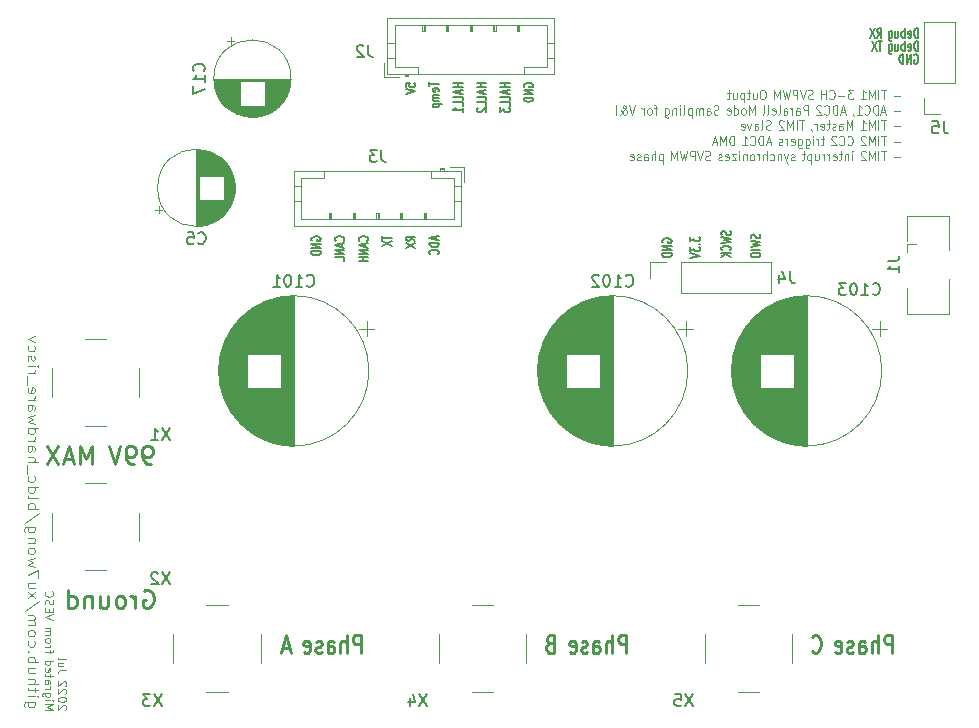
<source format=gbr>
%TF.GenerationSoftware,KiCad,Pcbnew,(6.99.0-2501-g45393f228a)*%
%TF.CreationDate,2022-08-09T23:28:24+12:00*%
%TF.ProjectId,bldc_hardware_riscv,626c6463-5f68-4617-9264-776172655f72,rev?*%
%TF.SameCoordinates,Original*%
%TF.FileFunction,Legend,Bot*%
%TF.FilePolarity,Positive*%
%FSLAX46Y46*%
G04 Gerber Fmt 4.6, Leading zero omitted, Abs format (unit mm)*
G04 Created by KiCad (PCBNEW (6.99.0-2501-g45393f228a)) date 2022-08-09 23:28:24*
%MOMM*%
%LPD*%
G01*
G04 APERTURE LIST*
%ADD10C,0.150000*%
%ADD11C,0.120000*%
%ADD12C,0.250000*%
G04 APERTURE END LIST*
D10*
X117793904Y-86142857D02*
X116993904Y-86142857D01*
X117374857Y-86142857D02*
X117374857Y-86485714D01*
X117793904Y-86485714D02*
X116993904Y-86485714D01*
X117565333Y-86742856D02*
X117565333Y-87028571D01*
X117793904Y-86685713D02*
X116993904Y-86885713D01*
X116993904Y-86885713D02*
X117793904Y-87085713D01*
X117793904Y-87571428D02*
X117793904Y-87285714D01*
X117793904Y-87285714D02*
X116993904Y-87285714D01*
X117793904Y-88057142D02*
X117793904Y-87771428D01*
X117793904Y-87771428D02*
X116993904Y-87771428D01*
X117793904Y-88571427D02*
X117793904Y-88228570D01*
X117793904Y-88399999D02*
X116993904Y-88399999D01*
X116993904Y-88399999D02*
X117108190Y-88342856D01*
X117108190Y-88342856D02*
X117184380Y-88285713D01*
X117184380Y-88285713D02*
X117222476Y-88228570D01*
D11*
X154833333Y-87197142D02*
X154300000Y-87197142D01*
X153646666Y-86701904D02*
X153246666Y-86701904D01*
X153446666Y-87501904D02*
X153446666Y-86701904D01*
X153013333Y-87501904D02*
X153013333Y-86701904D01*
X152680000Y-87501904D02*
X152680000Y-86701904D01*
X152680000Y-86701904D02*
X152446667Y-87273333D01*
X152446667Y-87273333D02*
X152213333Y-86701904D01*
X152213333Y-86701904D02*
X152213333Y-87501904D01*
X151513333Y-87501904D02*
X151913333Y-87501904D01*
X151713333Y-87501904D02*
X151713333Y-86701904D01*
X151713333Y-86701904D02*
X151780000Y-86816190D01*
X151780000Y-86816190D02*
X151846667Y-86892380D01*
X151846667Y-86892380D02*
X151913333Y-86930476D01*
X150860000Y-86701904D02*
X150426666Y-86701904D01*
X150426666Y-86701904D02*
X150660000Y-87006666D01*
X150660000Y-87006666D02*
X150560000Y-87006666D01*
X150560000Y-87006666D02*
X150493333Y-87044761D01*
X150493333Y-87044761D02*
X150460000Y-87082857D01*
X150460000Y-87082857D02*
X150426666Y-87159047D01*
X150426666Y-87159047D02*
X150426666Y-87349523D01*
X150426666Y-87349523D02*
X150460000Y-87425714D01*
X150460000Y-87425714D02*
X150493333Y-87463809D01*
X150493333Y-87463809D02*
X150560000Y-87501904D01*
X150560000Y-87501904D02*
X150760000Y-87501904D01*
X150760000Y-87501904D02*
X150826666Y-87463809D01*
X150826666Y-87463809D02*
X150860000Y-87425714D01*
X150126666Y-87197142D02*
X149593333Y-87197142D01*
X148859999Y-87425714D02*
X148893332Y-87463809D01*
X148893332Y-87463809D02*
X148993332Y-87501904D01*
X148993332Y-87501904D02*
X149059999Y-87501904D01*
X149059999Y-87501904D02*
X149159999Y-87463809D01*
X149159999Y-87463809D02*
X149226666Y-87387619D01*
X149226666Y-87387619D02*
X149259999Y-87311428D01*
X149259999Y-87311428D02*
X149293332Y-87159047D01*
X149293332Y-87159047D02*
X149293332Y-87044761D01*
X149293332Y-87044761D02*
X149259999Y-86892380D01*
X149259999Y-86892380D02*
X149226666Y-86816190D01*
X149226666Y-86816190D02*
X149159999Y-86740000D01*
X149159999Y-86740000D02*
X149059999Y-86701904D01*
X149059999Y-86701904D02*
X148993332Y-86701904D01*
X148993332Y-86701904D02*
X148893332Y-86740000D01*
X148893332Y-86740000D02*
X148859999Y-86778095D01*
X148559999Y-87501904D02*
X148559999Y-86701904D01*
X148559999Y-87082857D02*
X148159999Y-87082857D01*
X148159999Y-87501904D02*
X148159999Y-86701904D01*
X147439999Y-87463809D02*
X147339999Y-87501904D01*
X147339999Y-87501904D02*
X147173333Y-87501904D01*
X147173333Y-87501904D02*
X147106666Y-87463809D01*
X147106666Y-87463809D02*
X147073333Y-87425714D01*
X147073333Y-87425714D02*
X147039999Y-87349523D01*
X147039999Y-87349523D02*
X147039999Y-87273333D01*
X147039999Y-87273333D02*
X147073333Y-87197142D01*
X147073333Y-87197142D02*
X147106666Y-87159047D01*
X147106666Y-87159047D02*
X147173333Y-87120952D01*
X147173333Y-87120952D02*
X147306666Y-87082857D01*
X147306666Y-87082857D02*
X147373333Y-87044761D01*
X147373333Y-87044761D02*
X147406666Y-87006666D01*
X147406666Y-87006666D02*
X147439999Y-86930476D01*
X147439999Y-86930476D02*
X147439999Y-86854285D01*
X147439999Y-86854285D02*
X147406666Y-86778095D01*
X147406666Y-86778095D02*
X147373333Y-86740000D01*
X147373333Y-86740000D02*
X147306666Y-86701904D01*
X147306666Y-86701904D02*
X147139999Y-86701904D01*
X147139999Y-86701904D02*
X147039999Y-86740000D01*
X146839999Y-86701904D02*
X146606666Y-87501904D01*
X146606666Y-87501904D02*
X146373332Y-86701904D01*
X146139999Y-87501904D02*
X146139999Y-86701904D01*
X146139999Y-86701904D02*
X145873332Y-86701904D01*
X145873332Y-86701904D02*
X145806666Y-86740000D01*
X145806666Y-86740000D02*
X145773332Y-86778095D01*
X145773332Y-86778095D02*
X145739999Y-86854285D01*
X145739999Y-86854285D02*
X145739999Y-86968571D01*
X145739999Y-86968571D02*
X145773332Y-87044761D01*
X145773332Y-87044761D02*
X145806666Y-87082857D01*
X145806666Y-87082857D02*
X145873332Y-87120952D01*
X145873332Y-87120952D02*
X146139999Y-87120952D01*
X145506666Y-86701904D02*
X145339999Y-87501904D01*
X145339999Y-87501904D02*
X145206666Y-86930476D01*
X145206666Y-86930476D02*
X145073332Y-87501904D01*
X145073332Y-87501904D02*
X144906666Y-86701904D01*
X144639999Y-87501904D02*
X144639999Y-86701904D01*
X144639999Y-86701904D02*
X144406666Y-87273333D01*
X144406666Y-87273333D02*
X144173332Y-86701904D01*
X144173332Y-86701904D02*
X144173332Y-87501904D01*
X143286666Y-86701904D02*
X143153332Y-86701904D01*
X143153332Y-86701904D02*
X143086666Y-86740000D01*
X143086666Y-86740000D02*
X143019999Y-86816190D01*
X143019999Y-86816190D02*
X142986666Y-86968571D01*
X142986666Y-86968571D02*
X142986666Y-87235238D01*
X142986666Y-87235238D02*
X143019999Y-87387619D01*
X143019999Y-87387619D02*
X143086666Y-87463809D01*
X143086666Y-87463809D02*
X143153332Y-87501904D01*
X143153332Y-87501904D02*
X143286666Y-87501904D01*
X143286666Y-87501904D02*
X143353332Y-87463809D01*
X143353332Y-87463809D02*
X143419999Y-87387619D01*
X143419999Y-87387619D02*
X143453332Y-87235238D01*
X143453332Y-87235238D02*
X143453332Y-86968571D01*
X143453332Y-86968571D02*
X143419999Y-86816190D01*
X143419999Y-86816190D02*
X143353332Y-86740000D01*
X143353332Y-86740000D02*
X143286666Y-86701904D01*
X142386666Y-86968571D02*
X142386666Y-87501904D01*
X142686666Y-86968571D02*
X142686666Y-87387619D01*
X142686666Y-87387619D02*
X142653333Y-87463809D01*
X142653333Y-87463809D02*
X142586666Y-87501904D01*
X142586666Y-87501904D02*
X142486666Y-87501904D01*
X142486666Y-87501904D02*
X142419999Y-87463809D01*
X142419999Y-87463809D02*
X142386666Y-87425714D01*
X142153333Y-86968571D02*
X141886666Y-86968571D01*
X142053333Y-86701904D02*
X142053333Y-87387619D01*
X142053333Y-87387619D02*
X142020000Y-87463809D01*
X142020000Y-87463809D02*
X141953333Y-87501904D01*
X141953333Y-87501904D02*
X141886666Y-87501904D01*
X141653333Y-86968571D02*
X141653333Y-87768571D01*
X141653333Y-87006666D02*
X141586666Y-86968571D01*
X141586666Y-86968571D02*
X141453333Y-86968571D01*
X141453333Y-86968571D02*
X141386666Y-87006666D01*
X141386666Y-87006666D02*
X141353333Y-87044761D01*
X141353333Y-87044761D02*
X141320000Y-87120952D01*
X141320000Y-87120952D02*
X141320000Y-87349523D01*
X141320000Y-87349523D02*
X141353333Y-87425714D01*
X141353333Y-87425714D02*
X141386666Y-87463809D01*
X141386666Y-87463809D02*
X141453333Y-87501904D01*
X141453333Y-87501904D02*
X141586666Y-87501904D01*
X141586666Y-87501904D02*
X141653333Y-87463809D01*
X140720000Y-86968571D02*
X140720000Y-87501904D01*
X141020000Y-86968571D02*
X141020000Y-87387619D01*
X141020000Y-87387619D02*
X140986667Y-87463809D01*
X140986667Y-87463809D02*
X140920000Y-87501904D01*
X140920000Y-87501904D02*
X140820000Y-87501904D01*
X140820000Y-87501904D02*
X140753333Y-87463809D01*
X140753333Y-87463809D02*
X140720000Y-87425714D01*
X140486667Y-86968571D02*
X140220000Y-86968571D01*
X140386667Y-86701904D02*
X140386667Y-87387619D01*
X140386667Y-87387619D02*
X140353334Y-87463809D01*
X140353334Y-87463809D02*
X140286667Y-87501904D01*
X140286667Y-87501904D02*
X140220000Y-87501904D01*
X154833333Y-88493142D02*
X154300000Y-88493142D01*
X153579999Y-88569333D02*
X153246666Y-88569333D01*
X153646666Y-88797904D02*
X153413333Y-87997904D01*
X153413333Y-87997904D02*
X153179999Y-88797904D01*
X152946666Y-88797904D02*
X152946666Y-87997904D01*
X152946666Y-87997904D02*
X152779999Y-87997904D01*
X152779999Y-87997904D02*
X152679999Y-88036000D01*
X152679999Y-88036000D02*
X152613333Y-88112190D01*
X152613333Y-88112190D02*
X152579999Y-88188380D01*
X152579999Y-88188380D02*
X152546666Y-88340761D01*
X152546666Y-88340761D02*
X152546666Y-88455047D01*
X152546666Y-88455047D02*
X152579999Y-88607428D01*
X152579999Y-88607428D02*
X152613333Y-88683619D01*
X152613333Y-88683619D02*
X152679999Y-88759809D01*
X152679999Y-88759809D02*
X152779999Y-88797904D01*
X152779999Y-88797904D02*
X152946666Y-88797904D01*
X151846666Y-88721714D02*
X151879999Y-88759809D01*
X151879999Y-88759809D02*
X151979999Y-88797904D01*
X151979999Y-88797904D02*
X152046666Y-88797904D01*
X152046666Y-88797904D02*
X152146666Y-88759809D01*
X152146666Y-88759809D02*
X152213333Y-88683619D01*
X152213333Y-88683619D02*
X152246666Y-88607428D01*
X152246666Y-88607428D02*
X152279999Y-88455047D01*
X152279999Y-88455047D02*
X152279999Y-88340761D01*
X152279999Y-88340761D02*
X152246666Y-88188380D01*
X152246666Y-88188380D02*
X152213333Y-88112190D01*
X152213333Y-88112190D02*
X152146666Y-88036000D01*
X152146666Y-88036000D02*
X152046666Y-87997904D01*
X152046666Y-87997904D02*
X151979999Y-87997904D01*
X151979999Y-87997904D02*
X151879999Y-88036000D01*
X151879999Y-88036000D02*
X151846666Y-88074095D01*
X151179999Y-88797904D02*
X151579999Y-88797904D01*
X151379999Y-88797904D02*
X151379999Y-87997904D01*
X151379999Y-87997904D02*
X151446666Y-88112190D01*
X151446666Y-88112190D02*
X151513333Y-88188380D01*
X151513333Y-88188380D02*
X151579999Y-88226476D01*
X150846666Y-88759809D02*
X150846666Y-88797904D01*
X150846666Y-88797904D02*
X150879999Y-88874095D01*
X150879999Y-88874095D02*
X150913332Y-88912190D01*
X150159999Y-88569333D02*
X149826666Y-88569333D01*
X150226666Y-88797904D02*
X149993333Y-87997904D01*
X149993333Y-87997904D02*
X149759999Y-88797904D01*
X149526666Y-88797904D02*
X149526666Y-87997904D01*
X149526666Y-87997904D02*
X149359999Y-87997904D01*
X149359999Y-87997904D02*
X149259999Y-88036000D01*
X149259999Y-88036000D02*
X149193333Y-88112190D01*
X149193333Y-88112190D02*
X149159999Y-88188380D01*
X149159999Y-88188380D02*
X149126666Y-88340761D01*
X149126666Y-88340761D02*
X149126666Y-88455047D01*
X149126666Y-88455047D02*
X149159999Y-88607428D01*
X149159999Y-88607428D02*
X149193333Y-88683619D01*
X149193333Y-88683619D02*
X149259999Y-88759809D01*
X149259999Y-88759809D02*
X149359999Y-88797904D01*
X149359999Y-88797904D02*
X149526666Y-88797904D01*
X148426666Y-88721714D02*
X148459999Y-88759809D01*
X148459999Y-88759809D02*
X148559999Y-88797904D01*
X148559999Y-88797904D02*
X148626666Y-88797904D01*
X148626666Y-88797904D02*
X148726666Y-88759809D01*
X148726666Y-88759809D02*
X148793333Y-88683619D01*
X148793333Y-88683619D02*
X148826666Y-88607428D01*
X148826666Y-88607428D02*
X148859999Y-88455047D01*
X148859999Y-88455047D02*
X148859999Y-88340761D01*
X148859999Y-88340761D02*
X148826666Y-88188380D01*
X148826666Y-88188380D02*
X148793333Y-88112190D01*
X148793333Y-88112190D02*
X148726666Y-88036000D01*
X148726666Y-88036000D02*
X148626666Y-87997904D01*
X148626666Y-87997904D02*
X148559999Y-87997904D01*
X148559999Y-87997904D02*
X148459999Y-88036000D01*
X148459999Y-88036000D02*
X148426666Y-88074095D01*
X148159999Y-88074095D02*
X148126666Y-88036000D01*
X148126666Y-88036000D02*
X148059999Y-87997904D01*
X148059999Y-87997904D02*
X147893333Y-87997904D01*
X147893333Y-87997904D02*
X147826666Y-88036000D01*
X147826666Y-88036000D02*
X147793333Y-88074095D01*
X147793333Y-88074095D02*
X147759999Y-88150285D01*
X147759999Y-88150285D02*
X147759999Y-88226476D01*
X147759999Y-88226476D02*
X147793333Y-88340761D01*
X147793333Y-88340761D02*
X148193333Y-88797904D01*
X148193333Y-88797904D02*
X147759999Y-88797904D01*
X147039999Y-88797904D02*
X147039999Y-87997904D01*
X147039999Y-87997904D02*
X146773332Y-87997904D01*
X146773332Y-87997904D02*
X146706666Y-88036000D01*
X146706666Y-88036000D02*
X146673332Y-88074095D01*
X146673332Y-88074095D02*
X146639999Y-88150285D01*
X146639999Y-88150285D02*
X146639999Y-88264571D01*
X146639999Y-88264571D02*
X146673332Y-88340761D01*
X146673332Y-88340761D02*
X146706666Y-88378857D01*
X146706666Y-88378857D02*
X146773332Y-88416952D01*
X146773332Y-88416952D02*
X147039999Y-88416952D01*
X146039999Y-88797904D02*
X146039999Y-88378857D01*
X146039999Y-88378857D02*
X146073332Y-88302666D01*
X146073332Y-88302666D02*
X146139999Y-88264571D01*
X146139999Y-88264571D02*
X146273332Y-88264571D01*
X146273332Y-88264571D02*
X146339999Y-88302666D01*
X146039999Y-88759809D02*
X146106666Y-88797904D01*
X146106666Y-88797904D02*
X146273332Y-88797904D01*
X146273332Y-88797904D02*
X146339999Y-88759809D01*
X146339999Y-88759809D02*
X146373332Y-88683619D01*
X146373332Y-88683619D02*
X146373332Y-88607428D01*
X146373332Y-88607428D02*
X146339999Y-88531238D01*
X146339999Y-88531238D02*
X146273332Y-88493142D01*
X146273332Y-88493142D02*
X146106666Y-88493142D01*
X146106666Y-88493142D02*
X146039999Y-88455047D01*
X145706666Y-88797904D02*
X145706666Y-88264571D01*
X145706666Y-88416952D02*
X145673333Y-88340761D01*
X145673333Y-88340761D02*
X145639999Y-88302666D01*
X145639999Y-88302666D02*
X145573333Y-88264571D01*
X145573333Y-88264571D02*
X145506666Y-88264571D01*
X144973333Y-88797904D02*
X144973333Y-88378857D01*
X144973333Y-88378857D02*
X145006666Y-88302666D01*
X145006666Y-88302666D02*
X145073333Y-88264571D01*
X145073333Y-88264571D02*
X145206666Y-88264571D01*
X145206666Y-88264571D02*
X145273333Y-88302666D01*
X144973333Y-88759809D02*
X145040000Y-88797904D01*
X145040000Y-88797904D02*
X145206666Y-88797904D01*
X145206666Y-88797904D02*
X145273333Y-88759809D01*
X145273333Y-88759809D02*
X145306666Y-88683619D01*
X145306666Y-88683619D02*
X145306666Y-88607428D01*
X145306666Y-88607428D02*
X145273333Y-88531238D01*
X145273333Y-88531238D02*
X145206666Y-88493142D01*
X145206666Y-88493142D02*
X145040000Y-88493142D01*
X145040000Y-88493142D02*
X144973333Y-88455047D01*
X144540000Y-88797904D02*
X144606667Y-88759809D01*
X144606667Y-88759809D02*
X144640000Y-88683619D01*
X144640000Y-88683619D02*
X144640000Y-87997904D01*
X144006666Y-88759809D02*
X144073333Y-88797904D01*
X144073333Y-88797904D02*
X144206666Y-88797904D01*
X144206666Y-88797904D02*
X144273333Y-88759809D01*
X144273333Y-88759809D02*
X144306666Y-88683619D01*
X144306666Y-88683619D02*
X144306666Y-88378857D01*
X144306666Y-88378857D02*
X144273333Y-88302666D01*
X144273333Y-88302666D02*
X144206666Y-88264571D01*
X144206666Y-88264571D02*
X144073333Y-88264571D01*
X144073333Y-88264571D02*
X144006666Y-88302666D01*
X144006666Y-88302666D02*
X143973333Y-88378857D01*
X143973333Y-88378857D02*
X143973333Y-88455047D01*
X143973333Y-88455047D02*
X144306666Y-88531238D01*
X143573333Y-88797904D02*
X143640000Y-88759809D01*
X143640000Y-88759809D02*
X143673333Y-88683619D01*
X143673333Y-88683619D02*
X143673333Y-87997904D01*
X143206666Y-88797904D02*
X143273333Y-88759809D01*
X143273333Y-88759809D02*
X143306666Y-88683619D01*
X143306666Y-88683619D02*
X143306666Y-87997904D01*
X142519999Y-88797904D02*
X142519999Y-87997904D01*
X142519999Y-87997904D02*
X142286666Y-88569333D01*
X142286666Y-88569333D02*
X142053332Y-87997904D01*
X142053332Y-87997904D02*
X142053332Y-88797904D01*
X141619999Y-88797904D02*
X141686666Y-88759809D01*
X141686666Y-88759809D02*
X141719999Y-88721714D01*
X141719999Y-88721714D02*
X141753332Y-88645523D01*
X141753332Y-88645523D02*
X141753332Y-88416952D01*
X141753332Y-88416952D02*
X141719999Y-88340761D01*
X141719999Y-88340761D02*
X141686666Y-88302666D01*
X141686666Y-88302666D02*
X141619999Y-88264571D01*
X141619999Y-88264571D02*
X141519999Y-88264571D01*
X141519999Y-88264571D02*
X141453332Y-88302666D01*
X141453332Y-88302666D02*
X141419999Y-88340761D01*
X141419999Y-88340761D02*
X141386666Y-88416952D01*
X141386666Y-88416952D02*
X141386666Y-88645523D01*
X141386666Y-88645523D02*
X141419999Y-88721714D01*
X141419999Y-88721714D02*
X141453332Y-88759809D01*
X141453332Y-88759809D02*
X141519999Y-88797904D01*
X141519999Y-88797904D02*
X141619999Y-88797904D01*
X140786666Y-88797904D02*
X140786666Y-87997904D01*
X140786666Y-88759809D02*
X140853333Y-88797904D01*
X140853333Y-88797904D02*
X140986666Y-88797904D01*
X140986666Y-88797904D02*
X141053333Y-88759809D01*
X141053333Y-88759809D02*
X141086666Y-88721714D01*
X141086666Y-88721714D02*
X141119999Y-88645523D01*
X141119999Y-88645523D02*
X141119999Y-88416952D01*
X141119999Y-88416952D02*
X141086666Y-88340761D01*
X141086666Y-88340761D02*
X141053333Y-88302666D01*
X141053333Y-88302666D02*
X140986666Y-88264571D01*
X140986666Y-88264571D02*
X140853333Y-88264571D01*
X140853333Y-88264571D02*
X140786666Y-88302666D01*
X140186666Y-88759809D02*
X140253333Y-88797904D01*
X140253333Y-88797904D02*
X140386666Y-88797904D01*
X140386666Y-88797904D02*
X140453333Y-88759809D01*
X140453333Y-88759809D02*
X140486666Y-88683619D01*
X140486666Y-88683619D02*
X140486666Y-88378857D01*
X140486666Y-88378857D02*
X140453333Y-88302666D01*
X140453333Y-88302666D02*
X140386666Y-88264571D01*
X140386666Y-88264571D02*
X140253333Y-88264571D01*
X140253333Y-88264571D02*
X140186666Y-88302666D01*
X140186666Y-88302666D02*
X140153333Y-88378857D01*
X140153333Y-88378857D02*
X140153333Y-88455047D01*
X140153333Y-88455047D02*
X140486666Y-88531238D01*
X139466666Y-88759809D02*
X139366666Y-88797904D01*
X139366666Y-88797904D02*
X139200000Y-88797904D01*
X139200000Y-88797904D02*
X139133333Y-88759809D01*
X139133333Y-88759809D02*
X139100000Y-88721714D01*
X139100000Y-88721714D02*
X139066666Y-88645523D01*
X139066666Y-88645523D02*
X139066666Y-88569333D01*
X139066666Y-88569333D02*
X139100000Y-88493142D01*
X139100000Y-88493142D02*
X139133333Y-88455047D01*
X139133333Y-88455047D02*
X139200000Y-88416952D01*
X139200000Y-88416952D02*
X139333333Y-88378857D01*
X139333333Y-88378857D02*
X139400000Y-88340761D01*
X139400000Y-88340761D02*
X139433333Y-88302666D01*
X139433333Y-88302666D02*
X139466666Y-88226476D01*
X139466666Y-88226476D02*
X139466666Y-88150285D01*
X139466666Y-88150285D02*
X139433333Y-88074095D01*
X139433333Y-88074095D02*
X139400000Y-88036000D01*
X139400000Y-88036000D02*
X139333333Y-87997904D01*
X139333333Y-87997904D02*
X139166666Y-87997904D01*
X139166666Y-87997904D02*
X139066666Y-88036000D01*
X138466666Y-88797904D02*
X138466666Y-88378857D01*
X138466666Y-88378857D02*
X138499999Y-88302666D01*
X138499999Y-88302666D02*
X138566666Y-88264571D01*
X138566666Y-88264571D02*
X138699999Y-88264571D01*
X138699999Y-88264571D02*
X138766666Y-88302666D01*
X138466666Y-88759809D02*
X138533333Y-88797904D01*
X138533333Y-88797904D02*
X138699999Y-88797904D01*
X138699999Y-88797904D02*
X138766666Y-88759809D01*
X138766666Y-88759809D02*
X138799999Y-88683619D01*
X138799999Y-88683619D02*
X138799999Y-88607428D01*
X138799999Y-88607428D02*
X138766666Y-88531238D01*
X138766666Y-88531238D02*
X138699999Y-88493142D01*
X138699999Y-88493142D02*
X138533333Y-88493142D01*
X138533333Y-88493142D02*
X138466666Y-88455047D01*
X138133333Y-88797904D02*
X138133333Y-88264571D01*
X138133333Y-88340761D02*
X138100000Y-88302666D01*
X138100000Y-88302666D02*
X138033333Y-88264571D01*
X138033333Y-88264571D02*
X137933333Y-88264571D01*
X137933333Y-88264571D02*
X137866666Y-88302666D01*
X137866666Y-88302666D02*
X137833333Y-88378857D01*
X137833333Y-88378857D02*
X137833333Y-88797904D01*
X137833333Y-88378857D02*
X137800000Y-88302666D01*
X137800000Y-88302666D02*
X137733333Y-88264571D01*
X137733333Y-88264571D02*
X137633333Y-88264571D01*
X137633333Y-88264571D02*
X137566666Y-88302666D01*
X137566666Y-88302666D02*
X137533333Y-88378857D01*
X137533333Y-88378857D02*
X137533333Y-88797904D01*
X137200000Y-88264571D02*
X137200000Y-89064571D01*
X137200000Y-88302666D02*
X137133333Y-88264571D01*
X137133333Y-88264571D02*
X137000000Y-88264571D01*
X137000000Y-88264571D02*
X136933333Y-88302666D01*
X136933333Y-88302666D02*
X136900000Y-88340761D01*
X136900000Y-88340761D02*
X136866667Y-88416952D01*
X136866667Y-88416952D02*
X136866667Y-88645523D01*
X136866667Y-88645523D02*
X136900000Y-88721714D01*
X136900000Y-88721714D02*
X136933333Y-88759809D01*
X136933333Y-88759809D02*
X137000000Y-88797904D01*
X137000000Y-88797904D02*
X137133333Y-88797904D01*
X137133333Y-88797904D02*
X137200000Y-88759809D01*
X136466667Y-88797904D02*
X136533334Y-88759809D01*
X136533334Y-88759809D02*
X136566667Y-88683619D01*
X136566667Y-88683619D02*
X136566667Y-87997904D01*
X136200000Y-88797904D02*
X136200000Y-88264571D01*
X136200000Y-87997904D02*
X136233333Y-88036000D01*
X136233333Y-88036000D02*
X136200000Y-88074095D01*
X136200000Y-88074095D02*
X136166667Y-88036000D01*
X136166667Y-88036000D02*
X136200000Y-87997904D01*
X136200000Y-87997904D02*
X136200000Y-88074095D01*
X135866667Y-88264571D02*
X135866667Y-88797904D01*
X135866667Y-88340761D02*
X135833334Y-88302666D01*
X135833334Y-88302666D02*
X135766667Y-88264571D01*
X135766667Y-88264571D02*
X135666667Y-88264571D01*
X135666667Y-88264571D02*
X135600000Y-88302666D01*
X135600000Y-88302666D02*
X135566667Y-88378857D01*
X135566667Y-88378857D02*
X135566667Y-88797904D01*
X134933334Y-88264571D02*
X134933334Y-88912190D01*
X134933334Y-88912190D02*
X134966667Y-88988380D01*
X134966667Y-88988380D02*
X135000001Y-89026476D01*
X135000001Y-89026476D02*
X135066667Y-89064571D01*
X135066667Y-89064571D02*
X135166667Y-89064571D01*
X135166667Y-89064571D02*
X135233334Y-89026476D01*
X134933334Y-88759809D02*
X135000001Y-88797904D01*
X135000001Y-88797904D02*
X135133334Y-88797904D01*
X135133334Y-88797904D02*
X135200001Y-88759809D01*
X135200001Y-88759809D02*
X135233334Y-88721714D01*
X135233334Y-88721714D02*
X135266667Y-88645523D01*
X135266667Y-88645523D02*
X135266667Y-88416952D01*
X135266667Y-88416952D02*
X135233334Y-88340761D01*
X135233334Y-88340761D02*
X135200001Y-88302666D01*
X135200001Y-88302666D02*
X135133334Y-88264571D01*
X135133334Y-88264571D02*
X135000001Y-88264571D01*
X135000001Y-88264571D02*
X134933334Y-88302666D01*
X134280001Y-88264571D02*
X134013334Y-88264571D01*
X134180001Y-88797904D02*
X134180001Y-88112190D01*
X134180001Y-88112190D02*
X134146668Y-88036000D01*
X134146668Y-88036000D02*
X134080001Y-87997904D01*
X134080001Y-87997904D02*
X134013334Y-87997904D01*
X133680001Y-88797904D02*
X133746668Y-88759809D01*
X133746668Y-88759809D02*
X133780001Y-88721714D01*
X133780001Y-88721714D02*
X133813334Y-88645523D01*
X133813334Y-88645523D02*
X133813334Y-88416952D01*
X133813334Y-88416952D02*
X133780001Y-88340761D01*
X133780001Y-88340761D02*
X133746668Y-88302666D01*
X133746668Y-88302666D02*
X133680001Y-88264571D01*
X133680001Y-88264571D02*
X133580001Y-88264571D01*
X133580001Y-88264571D02*
X133513334Y-88302666D01*
X133513334Y-88302666D02*
X133480001Y-88340761D01*
X133480001Y-88340761D02*
X133446668Y-88416952D01*
X133446668Y-88416952D02*
X133446668Y-88645523D01*
X133446668Y-88645523D02*
X133480001Y-88721714D01*
X133480001Y-88721714D02*
X133513334Y-88759809D01*
X133513334Y-88759809D02*
X133580001Y-88797904D01*
X133580001Y-88797904D02*
X133680001Y-88797904D01*
X133146668Y-88797904D02*
X133146668Y-88264571D01*
X133146668Y-88416952D02*
X133113335Y-88340761D01*
X133113335Y-88340761D02*
X133080001Y-88302666D01*
X133080001Y-88302666D02*
X133013335Y-88264571D01*
X133013335Y-88264571D02*
X132946668Y-88264571D01*
X132393335Y-87997904D02*
X132160002Y-88797904D01*
X132160002Y-88797904D02*
X131926668Y-87997904D01*
X131126668Y-88797904D02*
X131160002Y-88797904D01*
X131160002Y-88797904D02*
X131226668Y-88759809D01*
X131226668Y-88759809D02*
X131326668Y-88645523D01*
X131326668Y-88645523D02*
X131493335Y-88416952D01*
X131493335Y-88416952D02*
X131560002Y-88302666D01*
X131560002Y-88302666D02*
X131593335Y-88188380D01*
X131593335Y-88188380D02*
X131593335Y-88112190D01*
X131593335Y-88112190D02*
X131560002Y-88036000D01*
X131560002Y-88036000D02*
X131493335Y-87997904D01*
X131493335Y-87997904D02*
X131460002Y-87997904D01*
X131460002Y-87997904D02*
X131393335Y-88036000D01*
X131393335Y-88036000D02*
X131360002Y-88112190D01*
X131360002Y-88112190D02*
X131360002Y-88150285D01*
X131360002Y-88150285D02*
X131393335Y-88226476D01*
X131393335Y-88226476D02*
X131426668Y-88264571D01*
X131426668Y-88264571D02*
X131626668Y-88416952D01*
X131626668Y-88416952D02*
X131660002Y-88455047D01*
X131660002Y-88455047D02*
X131693335Y-88531238D01*
X131693335Y-88531238D02*
X131693335Y-88645523D01*
X131693335Y-88645523D02*
X131660002Y-88721714D01*
X131660002Y-88721714D02*
X131626668Y-88759809D01*
X131626668Y-88759809D02*
X131560002Y-88797904D01*
X131560002Y-88797904D02*
X131460002Y-88797904D01*
X131460002Y-88797904D02*
X131393335Y-88759809D01*
X131393335Y-88759809D02*
X131360002Y-88721714D01*
X131360002Y-88721714D02*
X131260002Y-88569333D01*
X131260002Y-88569333D02*
X131226668Y-88455047D01*
X131226668Y-88455047D02*
X131226668Y-88378857D01*
X130826668Y-88797904D02*
X130826668Y-87997904D01*
X154833333Y-89789142D02*
X154300000Y-89789142D01*
X153646666Y-89293904D02*
X153246666Y-89293904D01*
X153446666Y-90093904D02*
X153446666Y-89293904D01*
X153013333Y-90093904D02*
X153013333Y-89293904D01*
X152680000Y-90093904D02*
X152680000Y-89293904D01*
X152680000Y-89293904D02*
X152446667Y-89865333D01*
X152446667Y-89865333D02*
X152213333Y-89293904D01*
X152213333Y-89293904D02*
X152213333Y-90093904D01*
X151513333Y-90093904D02*
X151913333Y-90093904D01*
X151713333Y-90093904D02*
X151713333Y-89293904D01*
X151713333Y-89293904D02*
X151780000Y-89408190D01*
X151780000Y-89408190D02*
X151846667Y-89484380D01*
X151846667Y-89484380D02*
X151913333Y-89522476D01*
X150793333Y-90093904D02*
X150793333Y-89293904D01*
X150793333Y-89293904D02*
X150560000Y-89865333D01*
X150560000Y-89865333D02*
X150326666Y-89293904D01*
X150326666Y-89293904D02*
X150326666Y-90093904D01*
X149693333Y-90093904D02*
X149693333Y-89674857D01*
X149693333Y-89674857D02*
X149726666Y-89598666D01*
X149726666Y-89598666D02*
X149793333Y-89560571D01*
X149793333Y-89560571D02*
X149926666Y-89560571D01*
X149926666Y-89560571D02*
X149993333Y-89598666D01*
X149693333Y-90055809D02*
X149760000Y-90093904D01*
X149760000Y-90093904D02*
X149926666Y-90093904D01*
X149926666Y-90093904D02*
X149993333Y-90055809D01*
X149993333Y-90055809D02*
X150026666Y-89979619D01*
X150026666Y-89979619D02*
X150026666Y-89903428D01*
X150026666Y-89903428D02*
X149993333Y-89827238D01*
X149993333Y-89827238D02*
X149926666Y-89789142D01*
X149926666Y-89789142D02*
X149760000Y-89789142D01*
X149760000Y-89789142D02*
X149693333Y-89751047D01*
X149393333Y-90055809D02*
X149326667Y-90093904D01*
X149326667Y-90093904D02*
X149193333Y-90093904D01*
X149193333Y-90093904D02*
X149126667Y-90055809D01*
X149126667Y-90055809D02*
X149093333Y-89979619D01*
X149093333Y-89979619D02*
X149093333Y-89941523D01*
X149093333Y-89941523D02*
X149126667Y-89865333D01*
X149126667Y-89865333D02*
X149193333Y-89827238D01*
X149193333Y-89827238D02*
X149293333Y-89827238D01*
X149293333Y-89827238D02*
X149360000Y-89789142D01*
X149360000Y-89789142D02*
X149393333Y-89712952D01*
X149393333Y-89712952D02*
X149393333Y-89674857D01*
X149393333Y-89674857D02*
X149360000Y-89598666D01*
X149360000Y-89598666D02*
X149293333Y-89560571D01*
X149293333Y-89560571D02*
X149193333Y-89560571D01*
X149193333Y-89560571D02*
X149126667Y-89598666D01*
X148893333Y-89560571D02*
X148626666Y-89560571D01*
X148793333Y-89293904D02*
X148793333Y-89979619D01*
X148793333Y-89979619D02*
X148760000Y-90055809D01*
X148760000Y-90055809D02*
X148693333Y-90093904D01*
X148693333Y-90093904D02*
X148626666Y-90093904D01*
X148126666Y-90055809D02*
X148193333Y-90093904D01*
X148193333Y-90093904D02*
X148326666Y-90093904D01*
X148326666Y-90093904D02*
X148393333Y-90055809D01*
X148393333Y-90055809D02*
X148426666Y-89979619D01*
X148426666Y-89979619D02*
X148426666Y-89674857D01*
X148426666Y-89674857D02*
X148393333Y-89598666D01*
X148393333Y-89598666D02*
X148326666Y-89560571D01*
X148326666Y-89560571D02*
X148193333Y-89560571D01*
X148193333Y-89560571D02*
X148126666Y-89598666D01*
X148126666Y-89598666D02*
X148093333Y-89674857D01*
X148093333Y-89674857D02*
X148093333Y-89751047D01*
X148093333Y-89751047D02*
X148426666Y-89827238D01*
X147793333Y-90093904D02*
X147793333Y-89560571D01*
X147793333Y-89712952D02*
X147760000Y-89636761D01*
X147760000Y-89636761D02*
X147726666Y-89598666D01*
X147726666Y-89598666D02*
X147660000Y-89560571D01*
X147660000Y-89560571D02*
X147593333Y-89560571D01*
X147326667Y-90055809D02*
X147326667Y-90093904D01*
X147326667Y-90093904D02*
X147360000Y-90170095D01*
X147360000Y-90170095D02*
X147393333Y-90208190D01*
X146706667Y-89293904D02*
X146306667Y-89293904D01*
X146506667Y-90093904D02*
X146506667Y-89293904D01*
X146073334Y-90093904D02*
X146073334Y-89293904D01*
X145740001Y-90093904D02*
X145740001Y-89293904D01*
X145740001Y-89293904D02*
X145506668Y-89865333D01*
X145506668Y-89865333D02*
X145273334Y-89293904D01*
X145273334Y-89293904D02*
X145273334Y-90093904D01*
X144973334Y-89370095D02*
X144940001Y-89332000D01*
X144940001Y-89332000D02*
X144873334Y-89293904D01*
X144873334Y-89293904D02*
X144706668Y-89293904D01*
X144706668Y-89293904D02*
X144640001Y-89332000D01*
X144640001Y-89332000D02*
X144606668Y-89370095D01*
X144606668Y-89370095D02*
X144573334Y-89446285D01*
X144573334Y-89446285D02*
X144573334Y-89522476D01*
X144573334Y-89522476D02*
X144606668Y-89636761D01*
X144606668Y-89636761D02*
X145006668Y-90093904D01*
X145006668Y-90093904D02*
X144573334Y-90093904D01*
X143886667Y-90055809D02*
X143786667Y-90093904D01*
X143786667Y-90093904D02*
X143620001Y-90093904D01*
X143620001Y-90093904D02*
X143553334Y-90055809D01*
X143553334Y-90055809D02*
X143520001Y-90017714D01*
X143520001Y-90017714D02*
X143486667Y-89941523D01*
X143486667Y-89941523D02*
X143486667Y-89865333D01*
X143486667Y-89865333D02*
X143520001Y-89789142D01*
X143520001Y-89789142D02*
X143553334Y-89751047D01*
X143553334Y-89751047D02*
X143620001Y-89712952D01*
X143620001Y-89712952D02*
X143753334Y-89674857D01*
X143753334Y-89674857D02*
X143820001Y-89636761D01*
X143820001Y-89636761D02*
X143853334Y-89598666D01*
X143853334Y-89598666D02*
X143886667Y-89522476D01*
X143886667Y-89522476D02*
X143886667Y-89446285D01*
X143886667Y-89446285D02*
X143853334Y-89370095D01*
X143853334Y-89370095D02*
X143820001Y-89332000D01*
X143820001Y-89332000D02*
X143753334Y-89293904D01*
X143753334Y-89293904D02*
X143586667Y-89293904D01*
X143586667Y-89293904D02*
X143486667Y-89332000D01*
X143086667Y-90093904D02*
X143153334Y-90055809D01*
X143153334Y-90055809D02*
X143186667Y-89979619D01*
X143186667Y-89979619D02*
X143186667Y-89293904D01*
X142520000Y-90093904D02*
X142520000Y-89674857D01*
X142520000Y-89674857D02*
X142553333Y-89598666D01*
X142553333Y-89598666D02*
X142620000Y-89560571D01*
X142620000Y-89560571D02*
X142753333Y-89560571D01*
X142753333Y-89560571D02*
X142820000Y-89598666D01*
X142520000Y-90055809D02*
X142586667Y-90093904D01*
X142586667Y-90093904D02*
X142753333Y-90093904D01*
X142753333Y-90093904D02*
X142820000Y-90055809D01*
X142820000Y-90055809D02*
X142853333Y-89979619D01*
X142853333Y-89979619D02*
X142853333Y-89903428D01*
X142853333Y-89903428D02*
X142820000Y-89827238D01*
X142820000Y-89827238D02*
X142753333Y-89789142D01*
X142753333Y-89789142D02*
X142586667Y-89789142D01*
X142586667Y-89789142D02*
X142520000Y-89751047D01*
X142253334Y-89560571D02*
X142086667Y-90093904D01*
X142086667Y-90093904D02*
X141920000Y-89560571D01*
X141386667Y-90055809D02*
X141453334Y-90093904D01*
X141453334Y-90093904D02*
X141586667Y-90093904D01*
X141586667Y-90093904D02*
X141653334Y-90055809D01*
X141653334Y-90055809D02*
X141686667Y-89979619D01*
X141686667Y-89979619D02*
X141686667Y-89674857D01*
X141686667Y-89674857D02*
X141653334Y-89598666D01*
X141653334Y-89598666D02*
X141586667Y-89560571D01*
X141586667Y-89560571D02*
X141453334Y-89560571D01*
X141453334Y-89560571D02*
X141386667Y-89598666D01*
X141386667Y-89598666D02*
X141353334Y-89674857D01*
X141353334Y-89674857D02*
X141353334Y-89751047D01*
X141353334Y-89751047D02*
X141686667Y-89827238D01*
X154833333Y-91085142D02*
X154300000Y-91085142D01*
X153646666Y-90589904D02*
X153246666Y-90589904D01*
X153446666Y-91389904D02*
X153446666Y-90589904D01*
X153013333Y-91389904D02*
X153013333Y-90589904D01*
X152680000Y-91389904D02*
X152680000Y-90589904D01*
X152680000Y-90589904D02*
X152446667Y-91161333D01*
X152446667Y-91161333D02*
X152213333Y-90589904D01*
X152213333Y-90589904D02*
X152213333Y-91389904D01*
X151913333Y-90666095D02*
X151880000Y-90628000D01*
X151880000Y-90628000D02*
X151813333Y-90589904D01*
X151813333Y-90589904D02*
X151646667Y-90589904D01*
X151646667Y-90589904D02*
X151580000Y-90628000D01*
X151580000Y-90628000D02*
X151546667Y-90666095D01*
X151546667Y-90666095D02*
X151513333Y-90742285D01*
X151513333Y-90742285D02*
X151513333Y-90818476D01*
X151513333Y-90818476D02*
X151546667Y-90932761D01*
X151546667Y-90932761D02*
X151946667Y-91389904D01*
X151946667Y-91389904D02*
X151513333Y-91389904D01*
X150393333Y-91313714D02*
X150426666Y-91351809D01*
X150426666Y-91351809D02*
X150526666Y-91389904D01*
X150526666Y-91389904D02*
X150593333Y-91389904D01*
X150593333Y-91389904D02*
X150693333Y-91351809D01*
X150693333Y-91351809D02*
X150760000Y-91275619D01*
X150760000Y-91275619D02*
X150793333Y-91199428D01*
X150793333Y-91199428D02*
X150826666Y-91047047D01*
X150826666Y-91047047D02*
X150826666Y-90932761D01*
X150826666Y-90932761D02*
X150793333Y-90780380D01*
X150793333Y-90780380D02*
X150760000Y-90704190D01*
X150760000Y-90704190D02*
X150693333Y-90628000D01*
X150693333Y-90628000D02*
X150593333Y-90589904D01*
X150593333Y-90589904D02*
X150526666Y-90589904D01*
X150526666Y-90589904D02*
X150426666Y-90628000D01*
X150426666Y-90628000D02*
X150393333Y-90666095D01*
X149693333Y-91313714D02*
X149726666Y-91351809D01*
X149726666Y-91351809D02*
X149826666Y-91389904D01*
X149826666Y-91389904D02*
X149893333Y-91389904D01*
X149893333Y-91389904D02*
X149993333Y-91351809D01*
X149993333Y-91351809D02*
X150060000Y-91275619D01*
X150060000Y-91275619D02*
X150093333Y-91199428D01*
X150093333Y-91199428D02*
X150126666Y-91047047D01*
X150126666Y-91047047D02*
X150126666Y-90932761D01*
X150126666Y-90932761D02*
X150093333Y-90780380D01*
X150093333Y-90780380D02*
X150060000Y-90704190D01*
X150060000Y-90704190D02*
X149993333Y-90628000D01*
X149993333Y-90628000D02*
X149893333Y-90589904D01*
X149893333Y-90589904D02*
X149826666Y-90589904D01*
X149826666Y-90589904D02*
X149726666Y-90628000D01*
X149726666Y-90628000D02*
X149693333Y-90666095D01*
X149426666Y-90666095D02*
X149393333Y-90628000D01*
X149393333Y-90628000D02*
X149326666Y-90589904D01*
X149326666Y-90589904D02*
X149160000Y-90589904D01*
X149160000Y-90589904D02*
X149093333Y-90628000D01*
X149093333Y-90628000D02*
X149060000Y-90666095D01*
X149060000Y-90666095D02*
X149026666Y-90742285D01*
X149026666Y-90742285D02*
X149026666Y-90818476D01*
X149026666Y-90818476D02*
X149060000Y-90932761D01*
X149060000Y-90932761D02*
X149460000Y-91389904D01*
X149460000Y-91389904D02*
X149026666Y-91389904D01*
X148406666Y-90856571D02*
X148139999Y-90856571D01*
X148306666Y-90589904D02*
X148306666Y-91275619D01*
X148306666Y-91275619D02*
X148273333Y-91351809D01*
X148273333Y-91351809D02*
X148206666Y-91389904D01*
X148206666Y-91389904D02*
X148139999Y-91389904D01*
X147906666Y-91389904D02*
X147906666Y-90856571D01*
X147906666Y-91008952D02*
X147873333Y-90932761D01*
X147873333Y-90932761D02*
X147839999Y-90894666D01*
X147839999Y-90894666D02*
X147773333Y-90856571D01*
X147773333Y-90856571D02*
X147706666Y-90856571D01*
X147473333Y-91389904D02*
X147473333Y-90856571D01*
X147473333Y-90589904D02*
X147506666Y-90628000D01*
X147506666Y-90628000D02*
X147473333Y-90666095D01*
X147473333Y-90666095D02*
X147440000Y-90628000D01*
X147440000Y-90628000D02*
X147473333Y-90589904D01*
X147473333Y-90589904D02*
X147473333Y-90666095D01*
X146840000Y-90856571D02*
X146840000Y-91504190D01*
X146840000Y-91504190D02*
X146873333Y-91580380D01*
X146873333Y-91580380D02*
X146906667Y-91618476D01*
X146906667Y-91618476D02*
X146973333Y-91656571D01*
X146973333Y-91656571D02*
X147073333Y-91656571D01*
X147073333Y-91656571D02*
X147140000Y-91618476D01*
X146840000Y-91351809D02*
X146906667Y-91389904D01*
X146906667Y-91389904D02*
X147040000Y-91389904D01*
X147040000Y-91389904D02*
X147106667Y-91351809D01*
X147106667Y-91351809D02*
X147140000Y-91313714D01*
X147140000Y-91313714D02*
X147173333Y-91237523D01*
X147173333Y-91237523D02*
X147173333Y-91008952D01*
X147173333Y-91008952D02*
X147140000Y-90932761D01*
X147140000Y-90932761D02*
X147106667Y-90894666D01*
X147106667Y-90894666D02*
X147040000Y-90856571D01*
X147040000Y-90856571D02*
X146906667Y-90856571D01*
X146906667Y-90856571D02*
X146840000Y-90894666D01*
X146206667Y-90856571D02*
X146206667Y-91504190D01*
X146206667Y-91504190D02*
X146240000Y-91580380D01*
X146240000Y-91580380D02*
X146273334Y-91618476D01*
X146273334Y-91618476D02*
X146340000Y-91656571D01*
X146340000Y-91656571D02*
X146440000Y-91656571D01*
X146440000Y-91656571D02*
X146506667Y-91618476D01*
X146206667Y-91351809D02*
X146273334Y-91389904D01*
X146273334Y-91389904D02*
X146406667Y-91389904D01*
X146406667Y-91389904D02*
X146473334Y-91351809D01*
X146473334Y-91351809D02*
X146506667Y-91313714D01*
X146506667Y-91313714D02*
X146540000Y-91237523D01*
X146540000Y-91237523D02*
X146540000Y-91008952D01*
X146540000Y-91008952D02*
X146506667Y-90932761D01*
X146506667Y-90932761D02*
X146473334Y-90894666D01*
X146473334Y-90894666D02*
X146406667Y-90856571D01*
X146406667Y-90856571D02*
X146273334Y-90856571D01*
X146273334Y-90856571D02*
X146206667Y-90894666D01*
X145606667Y-91351809D02*
X145673334Y-91389904D01*
X145673334Y-91389904D02*
X145806667Y-91389904D01*
X145806667Y-91389904D02*
X145873334Y-91351809D01*
X145873334Y-91351809D02*
X145906667Y-91275619D01*
X145906667Y-91275619D02*
X145906667Y-90970857D01*
X145906667Y-90970857D02*
X145873334Y-90894666D01*
X145873334Y-90894666D02*
X145806667Y-90856571D01*
X145806667Y-90856571D02*
X145673334Y-90856571D01*
X145673334Y-90856571D02*
X145606667Y-90894666D01*
X145606667Y-90894666D02*
X145573334Y-90970857D01*
X145573334Y-90970857D02*
X145573334Y-91047047D01*
X145573334Y-91047047D02*
X145906667Y-91123238D01*
X145273334Y-91389904D02*
X145273334Y-90856571D01*
X145273334Y-91008952D02*
X145240001Y-90932761D01*
X145240001Y-90932761D02*
X145206667Y-90894666D01*
X145206667Y-90894666D02*
X145140001Y-90856571D01*
X145140001Y-90856571D02*
X145073334Y-90856571D01*
X144873334Y-91351809D02*
X144806668Y-91389904D01*
X144806668Y-91389904D02*
X144673334Y-91389904D01*
X144673334Y-91389904D02*
X144606668Y-91351809D01*
X144606668Y-91351809D02*
X144573334Y-91275619D01*
X144573334Y-91275619D02*
X144573334Y-91237523D01*
X144573334Y-91237523D02*
X144606668Y-91161333D01*
X144606668Y-91161333D02*
X144673334Y-91123238D01*
X144673334Y-91123238D02*
X144773334Y-91123238D01*
X144773334Y-91123238D02*
X144840001Y-91085142D01*
X144840001Y-91085142D02*
X144873334Y-91008952D01*
X144873334Y-91008952D02*
X144873334Y-90970857D01*
X144873334Y-90970857D02*
X144840001Y-90894666D01*
X144840001Y-90894666D02*
X144773334Y-90856571D01*
X144773334Y-90856571D02*
X144673334Y-90856571D01*
X144673334Y-90856571D02*
X144606668Y-90894666D01*
X143886667Y-91161333D02*
X143553334Y-91161333D01*
X143953334Y-91389904D02*
X143720001Y-90589904D01*
X143720001Y-90589904D02*
X143486667Y-91389904D01*
X143253334Y-91389904D02*
X143253334Y-90589904D01*
X143253334Y-90589904D02*
X143086667Y-90589904D01*
X143086667Y-90589904D02*
X142986667Y-90628000D01*
X142986667Y-90628000D02*
X142920001Y-90704190D01*
X142920001Y-90704190D02*
X142886667Y-90780380D01*
X142886667Y-90780380D02*
X142853334Y-90932761D01*
X142853334Y-90932761D02*
X142853334Y-91047047D01*
X142853334Y-91047047D02*
X142886667Y-91199428D01*
X142886667Y-91199428D02*
X142920001Y-91275619D01*
X142920001Y-91275619D02*
X142986667Y-91351809D01*
X142986667Y-91351809D02*
X143086667Y-91389904D01*
X143086667Y-91389904D02*
X143253334Y-91389904D01*
X142153334Y-91313714D02*
X142186667Y-91351809D01*
X142186667Y-91351809D02*
X142286667Y-91389904D01*
X142286667Y-91389904D02*
X142353334Y-91389904D01*
X142353334Y-91389904D02*
X142453334Y-91351809D01*
X142453334Y-91351809D02*
X142520001Y-91275619D01*
X142520001Y-91275619D02*
X142553334Y-91199428D01*
X142553334Y-91199428D02*
X142586667Y-91047047D01*
X142586667Y-91047047D02*
X142586667Y-90932761D01*
X142586667Y-90932761D02*
X142553334Y-90780380D01*
X142553334Y-90780380D02*
X142520001Y-90704190D01*
X142520001Y-90704190D02*
X142453334Y-90628000D01*
X142453334Y-90628000D02*
X142353334Y-90589904D01*
X142353334Y-90589904D02*
X142286667Y-90589904D01*
X142286667Y-90589904D02*
X142186667Y-90628000D01*
X142186667Y-90628000D02*
X142153334Y-90666095D01*
X141486667Y-91389904D02*
X141886667Y-91389904D01*
X141686667Y-91389904D02*
X141686667Y-90589904D01*
X141686667Y-90589904D02*
X141753334Y-90704190D01*
X141753334Y-90704190D02*
X141820001Y-90780380D01*
X141820001Y-90780380D02*
X141886667Y-90818476D01*
X140766667Y-91389904D02*
X140766667Y-90589904D01*
X140766667Y-90589904D02*
X140600000Y-90589904D01*
X140600000Y-90589904D02*
X140500000Y-90628000D01*
X140500000Y-90628000D02*
X140433334Y-90704190D01*
X140433334Y-90704190D02*
X140400000Y-90780380D01*
X140400000Y-90780380D02*
X140366667Y-90932761D01*
X140366667Y-90932761D02*
X140366667Y-91047047D01*
X140366667Y-91047047D02*
X140400000Y-91199428D01*
X140400000Y-91199428D02*
X140433334Y-91275619D01*
X140433334Y-91275619D02*
X140500000Y-91351809D01*
X140500000Y-91351809D02*
X140600000Y-91389904D01*
X140600000Y-91389904D02*
X140766667Y-91389904D01*
X140066667Y-91389904D02*
X140066667Y-90589904D01*
X140066667Y-90589904D02*
X139833334Y-91161333D01*
X139833334Y-91161333D02*
X139600000Y-90589904D01*
X139600000Y-90589904D02*
X139600000Y-91389904D01*
X139300000Y-91161333D02*
X138966667Y-91161333D01*
X139366667Y-91389904D02*
X139133334Y-90589904D01*
X139133334Y-90589904D02*
X138900000Y-91389904D01*
X154833333Y-92381142D02*
X154300000Y-92381142D01*
X153646666Y-91885904D02*
X153246666Y-91885904D01*
X153446666Y-92685904D02*
X153446666Y-91885904D01*
X153013333Y-92685904D02*
X153013333Y-91885904D01*
X152680000Y-92685904D02*
X152680000Y-91885904D01*
X152680000Y-91885904D02*
X152446667Y-92457333D01*
X152446667Y-92457333D02*
X152213333Y-91885904D01*
X152213333Y-91885904D02*
X152213333Y-92685904D01*
X151913333Y-91962095D02*
X151880000Y-91924000D01*
X151880000Y-91924000D02*
X151813333Y-91885904D01*
X151813333Y-91885904D02*
X151646667Y-91885904D01*
X151646667Y-91885904D02*
X151580000Y-91924000D01*
X151580000Y-91924000D02*
X151546667Y-91962095D01*
X151546667Y-91962095D02*
X151513333Y-92038285D01*
X151513333Y-92038285D02*
X151513333Y-92114476D01*
X151513333Y-92114476D02*
X151546667Y-92228761D01*
X151546667Y-92228761D02*
X151946667Y-92685904D01*
X151946667Y-92685904D02*
X151513333Y-92685904D01*
X150793333Y-92685904D02*
X150793333Y-92152571D01*
X150793333Y-91885904D02*
X150826666Y-91924000D01*
X150826666Y-91924000D02*
X150793333Y-91962095D01*
X150793333Y-91962095D02*
X150760000Y-91924000D01*
X150760000Y-91924000D02*
X150793333Y-91885904D01*
X150793333Y-91885904D02*
X150793333Y-91962095D01*
X150460000Y-92152571D02*
X150460000Y-92685904D01*
X150460000Y-92228761D02*
X150426667Y-92190666D01*
X150426667Y-92190666D02*
X150360000Y-92152571D01*
X150360000Y-92152571D02*
X150260000Y-92152571D01*
X150260000Y-92152571D02*
X150193333Y-92190666D01*
X150193333Y-92190666D02*
X150160000Y-92266857D01*
X150160000Y-92266857D02*
X150160000Y-92685904D01*
X149926667Y-92152571D02*
X149660000Y-92152571D01*
X149826667Y-91885904D02*
X149826667Y-92571619D01*
X149826667Y-92571619D02*
X149793334Y-92647809D01*
X149793334Y-92647809D02*
X149726667Y-92685904D01*
X149726667Y-92685904D02*
X149660000Y-92685904D01*
X149160000Y-92647809D02*
X149226667Y-92685904D01*
X149226667Y-92685904D02*
X149360000Y-92685904D01*
X149360000Y-92685904D02*
X149426667Y-92647809D01*
X149426667Y-92647809D02*
X149460000Y-92571619D01*
X149460000Y-92571619D02*
X149460000Y-92266857D01*
X149460000Y-92266857D02*
X149426667Y-92190666D01*
X149426667Y-92190666D02*
X149360000Y-92152571D01*
X149360000Y-92152571D02*
X149226667Y-92152571D01*
X149226667Y-92152571D02*
X149160000Y-92190666D01*
X149160000Y-92190666D02*
X149126667Y-92266857D01*
X149126667Y-92266857D02*
X149126667Y-92343047D01*
X149126667Y-92343047D02*
X149460000Y-92419238D01*
X148826667Y-92685904D02*
X148826667Y-92152571D01*
X148826667Y-92304952D02*
X148793334Y-92228761D01*
X148793334Y-92228761D02*
X148760000Y-92190666D01*
X148760000Y-92190666D02*
X148693334Y-92152571D01*
X148693334Y-92152571D02*
X148626667Y-92152571D01*
X148393334Y-92685904D02*
X148393334Y-92152571D01*
X148393334Y-92304952D02*
X148360001Y-92228761D01*
X148360001Y-92228761D02*
X148326667Y-92190666D01*
X148326667Y-92190666D02*
X148260001Y-92152571D01*
X148260001Y-92152571D02*
X148193334Y-92152571D01*
X147660001Y-92152571D02*
X147660001Y-92685904D01*
X147960001Y-92152571D02*
X147960001Y-92571619D01*
X147960001Y-92571619D02*
X147926668Y-92647809D01*
X147926668Y-92647809D02*
X147860001Y-92685904D01*
X147860001Y-92685904D02*
X147760001Y-92685904D01*
X147760001Y-92685904D02*
X147693334Y-92647809D01*
X147693334Y-92647809D02*
X147660001Y-92609714D01*
X147326668Y-92152571D02*
X147326668Y-92952571D01*
X147326668Y-92190666D02*
X147260001Y-92152571D01*
X147260001Y-92152571D02*
X147126668Y-92152571D01*
X147126668Y-92152571D02*
X147060001Y-92190666D01*
X147060001Y-92190666D02*
X147026668Y-92228761D01*
X147026668Y-92228761D02*
X146993335Y-92304952D01*
X146993335Y-92304952D02*
X146993335Y-92533523D01*
X146993335Y-92533523D02*
X147026668Y-92609714D01*
X147026668Y-92609714D02*
X147060001Y-92647809D01*
X147060001Y-92647809D02*
X147126668Y-92685904D01*
X147126668Y-92685904D02*
X147260001Y-92685904D01*
X147260001Y-92685904D02*
X147326668Y-92647809D01*
X146793335Y-92152571D02*
X146526668Y-92152571D01*
X146693335Y-91885904D02*
X146693335Y-92571619D01*
X146693335Y-92571619D02*
X146660002Y-92647809D01*
X146660002Y-92647809D02*
X146593335Y-92685904D01*
X146593335Y-92685904D02*
X146526668Y-92685904D01*
X145906668Y-92647809D02*
X145840002Y-92685904D01*
X145840002Y-92685904D02*
X145706668Y-92685904D01*
X145706668Y-92685904D02*
X145640002Y-92647809D01*
X145640002Y-92647809D02*
X145606668Y-92571619D01*
X145606668Y-92571619D02*
X145606668Y-92533523D01*
X145606668Y-92533523D02*
X145640002Y-92457333D01*
X145640002Y-92457333D02*
X145706668Y-92419238D01*
X145706668Y-92419238D02*
X145806668Y-92419238D01*
X145806668Y-92419238D02*
X145873335Y-92381142D01*
X145873335Y-92381142D02*
X145906668Y-92304952D01*
X145906668Y-92304952D02*
X145906668Y-92266857D01*
X145906668Y-92266857D02*
X145873335Y-92190666D01*
X145873335Y-92190666D02*
X145806668Y-92152571D01*
X145806668Y-92152571D02*
X145706668Y-92152571D01*
X145706668Y-92152571D02*
X145640002Y-92190666D01*
X145373335Y-92152571D02*
X145206668Y-92685904D01*
X145040001Y-92152571D02*
X145206668Y-92685904D01*
X145206668Y-92685904D02*
X145273335Y-92876380D01*
X145273335Y-92876380D02*
X145306668Y-92914476D01*
X145306668Y-92914476D02*
X145373335Y-92952571D01*
X144773335Y-92152571D02*
X144773335Y-92685904D01*
X144773335Y-92228761D02*
X144740002Y-92190666D01*
X144740002Y-92190666D02*
X144673335Y-92152571D01*
X144673335Y-92152571D02*
X144573335Y-92152571D01*
X144573335Y-92152571D02*
X144506668Y-92190666D01*
X144506668Y-92190666D02*
X144473335Y-92266857D01*
X144473335Y-92266857D02*
X144473335Y-92685904D01*
X143840002Y-92647809D02*
X143906669Y-92685904D01*
X143906669Y-92685904D02*
X144040002Y-92685904D01*
X144040002Y-92685904D02*
X144106669Y-92647809D01*
X144106669Y-92647809D02*
X144140002Y-92609714D01*
X144140002Y-92609714D02*
X144173335Y-92533523D01*
X144173335Y-92533523D02*
X144173335Y-92304952D01*
X144173335Y-92304952D02*
X144140002Y-92228761D01*
X144140002Y-92228761D02*
X144106669Y-92190666D01*
X144106669Y-92190666D02*
X144040002Y-92152571D01*
X144040002Y-92152571D02*
X143906669Y-92152571D01*
X143906669Y-92152571D02*
X143840002Y-92190666D01*
X143540002Y-92685904D02*
X143540002Y-91885904D01*
X143240002Y-92685904D02*
X143240002Y-92266857D01*
X143240002Y-92266857D02*
X143273335Y-92190666D01*
X143273335Y-92190666D02*
X143340002Y-92152571D01*
X143340002Y-92152571D02*
X143440002Y-92152571D01*
X143440002Y-92152571D02*
X143506669Y-92190666D01*
X143506669Y-92190666D02*
X143540002Y-92228761D01*
X142906669Y-92685904D02*
X142906669Y-92152571D01*
X142906669Y-92304952D02*
X142873336Y-92228761D01*
X142873336Y-92228761D02*
X142840002Y-92190666D01*
X142840002Y-92190666D02*
X142773336Y-92152571D01*
X142773336Y-92152571D02*
X142706669Y-92152571D01*
X142373336Y-92685904D02*
X142440003Y-92647809D01*
X142440003Y-92647809D02*
X142473336Y-92609714D01*
X142473336Y-92609714D02*
X142506669Y-92533523D01*
X142506669Y-92533523D02*
X142506669Y-92304952D01*
X142506669Y-92304952D02*
X142473336Y-92228761D01*
X142473336Y-92228761D02*
X142440003Y-92190666D01*
X142440003Y-92190666D02*
X142373336Y-92152571D01*
X142373336Y-92152571D02*
X142273336Y-92152571D01*
X142273336Y-92152571D02*
X142206669Y-92190666D01*
X142206669Y-92190666D02*
X142173336Y-92228761D01*
X142173336Y-92228761D02*
X142140003Y-92304952D01*
X142140003Y-92304952D02*
X142140003Y-92533523D01*
X142140003Y-92533523D02*
X142173336Y-92609714D01*
X142173336Y-92609714D02*
X142206669Y-92647809D01*
X142206669Y-92647809D02*
X142273336Y-92685904D01*
X142273336Y-92685904D02*
X142373336Y-92685904D01*
X141840003Y-92152571D02*
X141840003Y-92685904D01*
X141840003Y-92228761D02*
X141806670Y-92190666D01*
X141806670Y-92190666D02*
X141740003Y-92152571D01*
X141740003Y-92152571D02*
X141640003Y-92152571D01*
X141640003Y-92152571D02*
X141573336Y-92190666D01*
X141573336Y-92190666D02*
X141540003Y-92266857D01*
X141540003Y-92266857D02*
X141540003Y-92685904D01*
X141206670Y-92685904D02*
X141206670Y-92152571D01*
X141206670Y-91885904D02*
X141240003Y-91924000D01*
X141240003Y-91924000D02*
X141206670Y-91962095D01*
X141206670Y-91962095D02*
X141173337Y-91924000D01*
X141173337Y-91924000D02*
X141206670Y-91885904D01*
X141206670Y-91885904D02*
X141206670Y-91962095D01*
X140940004Y-92152571D02*
X140573337Y-92152571D01*
X140573337Y-92152571D02*
X140940004Y-92685904D01*
X140940004Y-92685904D02*
X140573337Y-92685904D01*
X140040003Y-92647809D02*
X140106670Y-92685904D01*
X140106670Y-92685904D02*
X140240003Y-92685904D01*
X140240003Y-92685904D02*
X140306670Y-92647809D01*
X140306670Y-92647809D02*
X140340003Y-92571619D01*
X140340003Y-92571619D02*
X140340003Y-92266857D01*
X140340003Y-92266857D02*
X140306670Y-92190666D01*
X140306670Y-92190666D02*
X140240003Y-92152571D01*
X140240003Y-92152571D02*
X140106670Y-92152571D01*
X140106670Y-92152571D02*
X140040003Y-92190666D01*
X140040003Y-92190666D02*
X140006670Y-92266857D01*
X140006670Y-92266857D02*
X140006670Y-92343047D01*
X140006670Y-92343047D02*
X140340003Y-92419238D01*
X139740003Y-92647809D02*
X139673337Y-92685904D01*
X139673337Y-92685904D02*
X139540003Y-92685904D01*
X139540003Y-92685904D02*
X139473337Y-92647809D01*
X139473337Y-92647809D02*
X139440003Y-92571619D01*
X139440003Y-92571619D02*
X139440003Y-92533523D01*
X139440003Y-92533523D02*
X139473337Y-92457333D01*
X139473337Y-92457333D02*
X139540003Y-92419238D01*
X139540003Y-92419238D02*
X139640003Y-92419238D01*
X139640003Y-92419238D02*
X139706670Y-92381142D01*
X139706670Y-92381142D02*
X139740003Y-92304952D01*
X139740003Y-92304952D02*
X139740003Y-92266857D01*
X139740003Y-92266857D02*
X139706670Y-92190666D01*
X139706670Y-92190666D02*
X139640003Y-92152571D01*
X139640003Y-92152571D02*
X139540003Y-92152571D01*
X139540003Y-92152571D02*
X139473337Y-92190666D01*
X138753336Y-92647809D02*
X138653336Y-92685904D01*
X138653336Y-92685904D02*
X138486670Y-92685904D01*
X138486670Y-92685904D02*
X138420003Y-92647809D01*
X138420003Y-92647809D02*
X138386670Y-92609714D01*
X138386670Y-92609714D02*
X138353336Y-92533523D01*
X138353336Y-92533523D02*
X138353336Y-92457333D01*
X138353336Y-92457333D02*
X138386670Y-92381142D01*
X138386670Y-92381142D02*
X138420003Y-92343047D01*
X138420003Y-92343047D02*
X138486670Y-92304952D01*
X138486670Y-92304952D02*
X138620003Y-92266857D01*
X138620003Y-92266857D02*
X138686670Y-92228761D01*
X138686670Y-92228761D02*
X138720003Y-92190666D01*
X138720003Y-92190666D02*
X138753336Y-92114476D01*
X138753336Y-92114476D02*
X138753336Y-92038285D01*
X138753336Y-92038285D02*
X138720003Y-91962095D01*
X138720003Y-91962095D02*
X138686670Y-91924000D01*
X138686670Y-91924000D02*
X138620003Y-91885904D01*
X138620003Y-91885904D02*
X138453336Y-91885904D01*
X138453336Y-91885904D02*
X138353336Y-91924000D01*
X138153336Y-91885904D02*
X137920003Y-92685904D01*
X137920003Y-92685904D02*
X137686669Y-91885904D01*
X137453336Y-92685904D02*
X137453336Y-91885904D01*
X137453336Y-91885904D02*
X137186669Y-91885904D01*
X137186669Y-91885904D02*
X137120003Y-91924000D01*
X137120003Y-91924000D02*
X137086669Y-91962095D01*
X137086669Y-91962095D02*
X137053336Y-92038285D01*
X137053336Y-92038285D02*
X137053336Y-92152571D01*
X137053336Y-92152571D02*
X137086669Y-92228761D01*
X137086669Y-92228761D02*
X137120003Y-92266857D01*
X137120003Y-92266857D02*
X137186669Y-92304952D01*
X137186669Y-92304952D02*
X137453336Y-92304952D01*
X136820003Y-91885904D02*
X136653336Y-92685904D01*
X136653336Y-92685904D02*
X136520003Y-92114476D01*
X136520003Y-92114476D02*
X136386669Y-92685904D01*
X136386669Y-92685904D02*
X136220003Y-91885904D01*
X135953336Y-92685904D02*
X135953336Y-91885904D01*
X135953336Y-91885904D02*
X135720003Y-92457333D01*
X135720003Y-92457333D02*
X135486669Y-91885904D01*
X135486669Y-91885904D02*
X135486669Y-92685904D01*
X134733336Y-92152571D02*
X134733336Y-92952571D01*
X134733336Y-92190666D02*
X134666669Y-92152571D01*
X134666669Y-92152571D02*
X134533336Y-92152571D01*
X134533336Y-92152571D02*
X134466669Y-92190666D01*
X134466669Y-92190666D02*
X134433336Y-92228761D01*
X134433336Y-92228761D02*
X134400003Y-92304952D01*
X134400003Y-92304952D02*
X134400003Y-92533523D01*
X134400003Y-92533523D02*
X134433336Y-92609714D01*
X134433336Y-92609714D02*
X134466669Y-92647809D01*
X134466669Y-92647809D02*
X134533336Y-92685904D01*
X134533336Y-92685904D02*
X134666669Y-92685904D01*
X134666669Y-92685904D02*
X134733336Y-92647809D01*
X134100003Y-92685904D02*
X134100003Y-91885904D01*
X133800003Y-92685904D02*
X133800003Y-92266857D01*
X133800003Y-92266857D02*
X133833336Y-92190666D01*
X133833336Y-92190666D02*
X133900003Y-92152571D01*
X133900003Y-92152571D02*
X134000003Y-92152571D01*
X134000003Y-92152571D02*
X134066670Y-92190666D01*
X134066670Y-92190666D02*
X134100003Y-92228761D01*
X133166670Y-92685904D02*
X133166670Y-92266857D01*
X133166670Y-92266857D02*
X133200003Y-92190666D01*
X133200003Y-92190666D02*
X133266670Y-92152571D01*
X133266670Y-92152571D02*
X133400003Y-92152571D01*
X133400003Y-92152571D02*
X133466670Y-92190666D01*
X133166670Y-92647809D02*
X133233337Y-92685904D01*
X133233337Y-92685904D02*
X133400003Y-92685904D01*
X133400003Y-92685904D02*
X133466670Y-92647809D01*
X133466670Y-92647809D02*
X133500003Y-92571619D01*
X133500003Y-92571619D02*
X133500003Y-92495428D01*
X133500003Y-92495428D02*
X133466670Y-92419238D01*
X133466670Y-92419238D02*
X133400003Y-92381142D01*
X133400003Y-92381142D02*
X133233337Y-92381142D01*
X133233337Y-92381142D02*
X133166670Y-92343047D01*
X132866670Y-92647809D02*
X132800004Y-92685904D01*
X132800004Y-92685904D02*
X132666670Y-92685904D01*
X132666670Y-92685904D02*
X132600004Y-92647809D01*
X132600004Y-92647809D02*
X132566670Y-92571619D01*
X132566670Y-92571619D02*
X132566670Y-92533523D01*
X132566670Y-92533523D02*
X132600004Y-92457333D01*
X132600004Y-92457333D02*
X132666670Y-92419238D01*
X132666670Y-92419238D02*
X132766670Y-92419238D01*
X132766670Y-92419238D02*
X132833337Y-92381142D01*
X132833337Y-92381142D02*
X132866670Y-92304952D01*
X132866670Y-92304952D02*
X132866670Y-92266857D01*
X132866670Y-92266857D02*
X132833337Y-92190666D01*
X132833337Y-92190666D02*
X132766670Y-92152571D01*
X132766670Y-92152571D02*
X132666670Y-92152571D01*
X132666670Y-92152571D02*
X132600004Y-92190666D01*
X132000003Y-92647809D02*
X132066670Y-92685904D01*
X132066670Y-92685904D02*
X132200003Y-92685904D01*
X132200003Y-92685904D02*
X132266670Y-92647809D01*
X132266670Y-92647809D02*
X132300003Y-92571619D01*
X132300003Y-92571619D02*
X132300003Y-92266857D01*
X132300003Y-92266857D02*
X132266670Y-92190666D01*
X132266670Y-92190666D02*
X132200003Y-92152571D01*
X132200003Y-92152571D02*
X132066670Y-92152571D01*
X132066670Y-92152571D02*
X132000003Y-92190666D01*
X132000003Y-92190666D02*
X131966670Y-92266857D01*
X131966670Y-92266857D02*
X131966670Y-92343047D01*
X131966670Y-92343047D02*
X132300003Y-92419238D01*
D10*
X112993904Y-86428571D02*
X112993904Y-86142857D01*
X112993904Y-86142857D02*
X113374857Y-86114285D01*
X113374857Y-86114285D02*
X113336761Y-86142857D01*
X113336761Y-86142857D02*
X113298666Y-86200000D01*
X113298666Y-86200000D02*
X113298666Y-86342857D01*
X113298666Y-86342857D02*
X113336761Y-86400000D01*
X113336761Y-86400000D02*
X113374857Y-86428571D01*
X113374857Y-86428571D02*
X113451047Y-86457142D01*
X113451047Y-86457142D02*
X113641523Y-86457142D01*
X113641523Y-86457142D02*
X113717714Y-86428571D01*
X113717714Y-86428571D02*
X113755809Y-86400000D01*
X113755809Y-86400000D02*
X113793904Y-86342857D01*
X113793904Y-86342857D02*
X113793904Y-86200000D01*
X113793904Y-86200000D02*
X113755809Y-86142857D01*
X113755809Y-86142857D02*
X113717714Y-86114285D01*
X112993904Y-86628571D02*
X113793904Y-86828571D01*
X113793904Y-86828571D02*
X112993904Y-87028571D01*
X123032000Y-86457142D02*
X122993904Y-86400000D01*
X122993904Y-86400000D02*
X122993904Y-86314285D01*
X122993904Y-86314285D02*
X123032000Y-86228571D01*
X123032000Y-86228571D02*
X123108190Y-86171428D01*
X123108190Y-86171428D02*
X123184380Y-86142857D01*
X123184380Y-86142857D02*
X123336761Y-86114285D01*
X123336761Y-86114285D02*
X123451047Y-86114285D01*
X123451047Y-86114285D02*
X123603428Y-86142857D01*
X123603428Y-86142857D02*
X123679619Y-86171428D01*
X123679619Y-86171428D02*
X123755809Y-86228571D01*
X123755809Y-86228571D02*
X123793904Y-86314285D01*
X123793904Y-86314285D02*
X123793904Y-86371428D01*
X123793904Y-86371428D02*
X123755809Y-86457142D01*
X123755809Y-86457142D02*
X123717714Y-86485714D01*
X123717714Y-86485714D02*
X123451047Y-86485714D01*
X123451047Y-86485714D02*
X123451047Y-86371428D01*
X123793904Y-86742857D02*
X122993904Y-86742857D01*
X122993904Y-86742857D02*
X123793904Y-87085714D01*
X123793904Y-87085714D02*
X122993904Y-87085714D01*
X123793904Y-87371428D02*
X122993904Y-87371428D01*
X122993904Y-87371428D02*
X122993904Y-87514285D01*
X122993904Y-87514285D02*
X123032000Y-87599999D01*
X123032000Y-87599999D02*
X123108190Y-87657142D01*
X123108190Y-87657142D02*
X123184380Y-87685713D01*
X123184380Y-87685713D02*
X123336761Y-87714285D01*
X123336761Y-87714285D02*
X123451047Y-87714285D01*
X123451047Y-87714285D02*
X123603428Y-87685713D01*
X123603428Y-87685713D02*
X123679619Y-87657142D01*
X123679619Y-87657142D02*
X123755809Y-87599999D01*
X123755809Y-87599999D02*
X123793904Y-87514285D01*
X123793904Y-87514285D02*
X123793904Y-87371428D01*
D12*
X90785713Y-129122500D02*
X90928571Y-129051071D01*
X90928571Y-129051071D02*
X91142856Y-129051071D01*
X91142856Y-129051071D02*
X91357142Y-129122500D01*
X91357142Y-129122500D02*
X91499999Y-129265357D01*
X91499999Y-129265357D02*
X91571428Y-129408214D01*
X91571428Y-129408214D02*
X91642856Y-129693928D01*
X91642856Y-129693928D02*
X91642856Y-129908214D01*
X91642856Y-129908214D02*
X91571428Y-130193928D01*
X91571428Y-130193928D02*
X91499999Y-130336785D01*
X91499999Y-130336785D02*
X91357142Y-130479642D01*
X91357142Y-130479642D02*
X91142856Y-130551071D01*
X91142856Y-130551071D02*
X90999999Y-130551071D01*
X90999999Y-130551071D02*
X90785713Y-130479642D01*
X90785713Y-130479642D02*
X90714285Y-130408214D01*
X90714285Y-130408214D02*
X90714285Y-129908214D01*
X90714285Y-129908214D02*
X90999999Y-129908214D01*
X90071428Y-130551071D02*
X90071428Y-129551071D01*
X90071428Y-129836785D02*
X89999999Y-129693928D01*
X89999999Y-129693928D02*
X89928571Y-129622500D01*
X89928571Y-129622500D02*
X89785713Y-129551071D01*
X89785713Y-129551071D02*
X89642856Y-129551071D01*
X88928571Y-130551071D02*
X89071428Y-130479642D01*
X89071428Y-130479642D02*
X89142857Y-130408214D01*
X89142857Y-130408214D02*
X89214285Y-130265357D01*
X89214285Y-130265357D02*
X89214285Y-129836785D01*
X89214285Y-129836785D02*
X89142857Y-129693928D01*
X89142857Y-129693928D02*
X89071428Y-129622500D01*
X89071428Y-129622500D02*
X88928571Y-129551071D01*
X88928571Y-129551071D02*
X88714285Y-129551071D01*
X88714285Y-129551071D02*
X88571428Y-129622500D01*
X88571428Y-129622500D02*
X88500000Y-129693928D01*
X88500000Y-129693928D02*
X88428571Y-129836785D01*
X88428571Y-129836785D02*
X88428571Y-130265357D01*
X88428571Y-130265357D02*
X88500000Y-130408214D01*
X88500000Y-130408214D02*
X88571428Y-130479642D01*
X88571428Y-130479642D02*
X88714285Y-130551071D01*
X88714285Y-130551071D02*
X88928571Y-130551071D01*
X87142857Y-129551071D02*
X87142857Y-130551071D01*
X87785714Y-129551071D02*
X87785714Y-130336785D01*
X87785714Y-130336785D02*
X87714285Y-130479642D01*
X87714285Y-130479642D02*
X87571428Y-130551071D01*
X87571428Y-130551071D02*
X87357142Y-130551071D01*
X87357142Y-130551071D02*
X87214285Y-130479642D01*
X87214285Y-130479642D02*
X87142857Y-130408214D01*
X86428571Y-129551071D02*
X86428571Y-130551071D01*
X86428571Y-129693928D02*
X86357142Y-129622500D01*
X86357142Y-129622500D02*
X86214285Y-129551071D01*
X86214285Y-129551071D02*
X85999999Y-129551071D01*
X85999999Y-129551071D02*
X85857142Y-129622500D01*
X85857142Y-129622500D02*
X85785714Y-129765357D01*
X85785714Y-129765357D02*
X85785714Y-130551071D01*
X84428571Y-130551071D02*
X84428571Y-129051071D01*
X84428571Y-130479642D02*
X84571428Y-130551071D01*
X84571428Y-130551071D02*
X84857142Y-130551071D01*
X84857142Y-130551071D02*
X84999999Y-130479642D01*
X84999999Y-130479642D02*
X85071428Y-130408214D01*
X85071428Y-130408214D02*
X85142856Y-130265357D01*
X85142856Y-130265357D02*
X85142856Y-129836785D01*
X85142856Y-129836785D02*
X85071428Y-129693928D01*
X85071428Y-129693928D02*
X84999999Y-129622500D01*
X84999999Y-129622500D02*
X84857142Y-129551071D01*
X84857142Y-129551071D02*
X84571428Y-129551071D01*
X84571428Y-129551071D02*
X84428571Y-129622500D01*
D10*
X114993904Y-86057142D02*
X114993904Y-86400000D01*
X115793904Y-86228571D02*
X114993904Y-86228571D01*
X115755809Y-86828571D02*
X115793904Y-86771428D01*
X115793904Y-86771428D02*
X115793904Y-86657143D01*
X115793904Y-86657143D02*
X115755809Y-86600000D01*
X115755809Y-86600000D02*
X115679619Y-86571428D01*
X115679619Y-86571428D02*
X115374857Y-86571428D01*
X115374857Y-86571428D02*
X115298666Y-86600000D01*
X115298666Y-86600000D02*
X115260571Y-86657143D01*
X115260571Y-86657143D02*
X115260571Y-86771428D01*
X115260571Y-86771428D02*
X115298666Y-86828571D01*
X115298666Y-86828571D02*
X115374857Y-86857143D01*
X115374857Y-86857143D02*
X115451047Y-86857143D01*
X115451047Y-86857143D02*
X115527238Y-86571428D01*
X115793904Y-87114286D02*
X115260571Y-87114286D01*
X115336761Y-87114286D02*
X115298666Y-87142857D01*
X115298666Y-87142857D02*
X115260571Y-87200000D01*
X115260571Y-87200000D02*
X115260571Y-87285714D01*
X115260571Y-87285714D02*
X115298666Y-87342857D01*
X115298666Y-87342857D02*
X115374857Y-87371429D01*
X115374857Y-87371429D02*
X115793904Y-87371429D01*
X115374857Y-87371429D02*
X115298666Y-87400000D01*
X115298666Y-87400000D02*
X115260571Y-87457143D01*
X115260571Y-87457143D02*
X115260571Y-87542857D01*
X115260571Y-87542857D02*
X115298666Y-87600000D01*
X115298666Y-87600000D02*
X115374857Y-87628571D01*
X115374857Y-87628571D02*
X115793904Y-87628571D01*
X115260571Y-87914286D02*
X116060571Y-87914286D01*
X115298666Y-87914286D02*
X115260571Y-87971429D01*
X115260571Y-87971429D02*
X115260571Y-88085714D01*
X115260571Y-88085714D02*
X115298666Y-88142857D01*
X115298666Y-88142857D02*
X115336761Y-88171429D01*
X115336761Y-88171429D02*
X115412952Y-88200000D01*
X115412952Y-88200000D02*
X115641523Y-88200000D01*
X115641523Y-88200000D02*
X115717714Y-88171429D01*
X115717714Y-88171429D02*
X115755809Y-88142857D01*
X115755809Y-88142857D02*
X115793904Y-88085714D01*
X115793904Y-88085714D02*
X115793904Y-87971429D01*
X115793904Y-87971429D02*
X115755809Y-87914286D01*
X156357142Y-82293904D02*
X156357142Y-81493904D01*
X156357142Y-81493904D02*
X156214285Y-81493904D01*
X156214285Y-81493904D02*
X156128571Y-81532000D01*
X156128571Y-81532000D02*
X156071428Y-81608190D01*
X156071428Y-81608190D02*
X156042857Y-81684380D01*
X156042857Y-81684380D02*
X156014285Y-81836761D01*
X156014285Y-81836761D02*
X156014285Y-81951047D01*
X156014285Y-81951047D02*
X156042857Y-82103428D01*
X156042857Y-82103428D02*
X156071428Y-82179619D01*
X156071428Y-82179619D02*
X156128571Y-82255809D01*
X156128571Y-82255809D02*
X156214285Y-82293904D01*
X156214285Y-82293904D02*
X156357142Y-82293904D01*
X155528571Y-82255809D02*
X155585714Y-82293904D01*
X155585714Y-82293904D02*
X155700000Y-82293904D01*
X155700000Y-82293904D02*
X155757142Y-82255809D01*
X155757142Y-82255809D02*
X155785714Y-82179619D01*
X155785714Y-82179619D02*
X155785714Y-81874857D01*
X155785714Y-81874857D02*
X155757142Y-81798666D01*
X155757142Y-81798666D02*
X155700000Y-81760571D01*
X155700000Y-81760571D02*
X155585714Y-81760571D01*
X155585714Y-81760571D02*
X155528571Y-81798666D01*
X155528571Y-81798666D02*
X155500000Y-81874857D01*
X155500000Y-81874857D02*
X155500000Y-81951047D01*
X155500000Y-81951047D02*
X155785714Y-82027238D01*
X155242856Y-82293904D02*
X155242856Y-81493904D01*
X155242856Y-81798666D02*
X155185714Y-81760571D01*
X155185714Y-81760571D02*
X155071428Y-81760571D01*
X155071428Y-81760571D02*
X155014285Y-81798666D01*
X155014285Y-81798666D02*
X154985714Y-81836761D01*
X154985714Y-81836761D02*
X154957142Y-81912952D01*
X154957142Y-81912952D02*
X154957142Y-82141523D01*
X154957142Y-82141523D02*
X154985714Y-82217714D01*
X154985714Y-82217714D02*
X155014285Y-82255809D01*
X155014285Y-82255809D02*
X155071428Y-82293904D01*
X155071428Y-82293904D02*
X155185714Y-82293904D01*
X155185714Y-82293904D02*
X155242856Y-82255809D01*
X154442857Y-81760571D02*
X154442857Y-82293904D01*
X154699999Y-81760571D02*
X154699999Y-82179619D01*
X154699999Y-82179619D02*
X154671428Y-82255809D01*
X154671428Y-82255809D02*
X154614285Y-82293904D01*
X154614285Y-82293904D02*
X154528571Y-82293904D01*
X154528571Y-82293904D02*
X154471428Y-82255809D01*
X154471428Y-82255809D02*
X154442857Y-82217714D01*
X153900000Y-81760571D02*
X153900000Y-82408190D01*
X153900000Y-82408190D02*
X153928571Y-82484380D01*
X153928571Y-82484380D02*
X153957142Y-82522476D01*
X153957142Y-82522476D02*
X154014285Y-82560571D01*
X154014285Y-82560571D02*
X154100000Y-82560571D01*
X154100000Y-82560571D02*
X154157142Y-82522476D01*
X153900000Y-82255809D02*
X153957142Y-82293904D01*
X153957142Y-82293904D02*
X154071428Y-82293904D01*
X154071428Y-82293904D02*
X154128571Y-82255809D01*
X154128571Y-82255809D02*
X154157142Y-82217714D01*
X154157142Y-82217714D02*
X154185714Y-82141523D01*
X154185714Y-82141523D02*
X154185714Y-81912952D01*
X154185714Y-81912952D02*
X154157142Y-81836761D01*
X154157142Y-81836761D02*
X154128571Y-81798666D01*
X154128571Y-81798666D02*
X154071428Y-81760571D01*
X154071428Y-81760571D02*
X153957142Y-81760571D01*
X153957142Y-81760571D02*
X153900000Y-81798666D01*
X152911428Y-82293904D02*
X153111428Y-81912952D01*
X153254285Y-82293904D02*
X153254285Y-81493904D01*
X153254285Y-81493904D02*
X153025714Y-81493904D01*
X153025714Y-81493904D02*
X152968571Y-81532000D01*
X152968571Y-81532000D02*
X152940000Y-81570095D01*
X152940000Y-81570095D02*
X152911428Y-81646285D01*
X152911428Y-81646285D02*
X152911428Y-81760571D01*
X152911428Y-81760571D02*
X152940000Y-81836761D01*
X152940000Y-81836761D02*
X152968571Y-81874857D01*
X152968571Y-81874857D02*
X153025714Y-81912952D01*
X153025714Y-81912952D02*
X153254285Y-81912952D01*
X152711428Y-81493904D02*
X152311428Y-82293904D01*
X152311428Y-81493904D02*
X152711428Y-82293904D01*
X105032000Y-99457142D02*
X104993904Y-99400000D01*
X104993904Y-99400000D02*
X104993904Y-99314285D01*
X104993904Y-99314285D02*
X105032000Y-99228571D01*
X105032000Y-99228571D02*
X105108190Y-99171428D01*
X105108190Y-99171428D02*
X105184380Y-99142857D01*
X105184380Y-99142857D02*
X105336761Y-99114285D01*
X105336761Y-99114285D02*
X105451047Y-99114285D01*
X105451047Y-99114285D02*
X105603428Y-99142857D01*
X105603428Y-99142857D02*
X105679619Y-99171428D01*
X105679619Y-99171428D02*
X105755809Y-99228571D01*
X105755809Y-99228571D02*
X105793904Y-99314285D01*
X105793904Y-99314285D02*
X105793904Y-99371428D01*
X105793904Y-99371428D02*
X105755809Y-99457142D01*
X105755809Y-99457142D02*
X105717714Y-99485714D01*
X105717714Y-99485714D02*
X105451047Y-99485714D01*
X105451047Y-99485714D02*
X105451047Y-99371428D01*
X105793904Y-99742857D02*
X104993904Y-99742857D01*
X104993904Y-99742857D02*
X105793904Y-100085714D01*
X105793904Y-100085714D02*
X104993904Y-100085714D01*
X105793904Y-100371428D02*
X104993904Y-100371428D01*
X104993904Y-100371428D02*
X104993904Y-100514285D01*
X104993904Y-100514285D02*
X105032000Y-100599999D01*
X105032000Y-100599999D02*
X105108190Y-100657142D01*
X105108190Y-100657142D02*
X105184380Y-100685713D01*
X105184380Y-100685713D02*
X105336761Y-100714285D01*
X105336761Y-100714285D02*
X105451047Y-100714285D01*
X105451047Y-100714285D02*
X105603428Y-100685713D01*
X105603428Y-100685713D02*
X105679619Y-100657142D01*
X105679619Y-100657142D02*
X105755809Y-100599999D01*
X105755809Y-100599999D02*
X105793904Y-100514285D01*
X105793904Y-100514285D02*
X105793904Y-100371428D01*
D11*
X84176166Y-139176666D02*
X84209500Y-139143333D01*
X84209500Y-139143333D02*
X84242833Y-139076666D01*
X84242833Y-139076666D02*
X84242833Y-138910000D01*
X84242833Y-138910000D02*
X84209500Y-138843333D01*
X84209500Y-138843333D02*
X84176166Y-138810000D01*
X84176166Y-138810000D02*
X84109500Y-138776666D01*
X84109500Y-138776666D02*
X84042833Y-138776666D01*
X84042833Y-138776666D02*
X83942833Y-138810000D01*
X83942833Y-138810000D02*
X83542833Y-139210000D01*
X83542833Y-139210000D02*
X83542833Y-138776666D01*
X84242833Y-138343333D02*
X84242833Y-138276666D01*
X84242833Y-138276666D02*
X84209500Y-138209999D01*
X84209500Y-138209999D02*
X84176166Y-138176666D01*
X84176166Y-138176666D02*
X84109500Y-138143333D01*
X84109500Y-138143333D02*
X83976166Y-138109999D01*
X83976166Y-138109999D02*
X83809500Y-138109999D01*
X83809500Y-138109999D02*
X83676166Y-138143333D01*
X83676166Y-138143333D02*
X83609500Y-138176666D01*
X83609500Y-138176666D02*
X83576166Y-138209999D01*
X83576166Y-138209999D02*
X83542833Y-138276666D01*
X83542833Y-138276666D02*
X83542833Y-138343333D01*
X83542833Y-138343333D02*
X83576166Y-138409999D01*
X83576166Y-138409999D02*
X83609500Y-138443333D01*
X83609500Y-138443333D02*
X83676166Y-138476666D01*
X83676166Y-138476666D02*
X83809500Y-138509999D01*
X83809500Y-138509999D02*
X83976166Y-138509999D01*
X83976166Y-138509999D02*
X84109500Y-138476666D01*
X84109500Y-138476666D02*
X84176166Y-138443333D01*
X84176166Y-138443333D02*
X84209500Y-138409999D01*
X84209500Y-138409999D02*
X84242833Y-138343333D01*
X84176166Y-137843332D02*
X84209500Y-137809999D01*
X84209500Y-137809999D02*
X84242833Y-137743332D01*
X84242833Y-137743332D02*
X84242833Y-137576666D01*
X84242833Y-137576666D02*
X84209500Y-137509999D01*
X84209500Y-137509999D02*
X84176166Y-137476666D01*
X84176166Y-137476666D02*
X84109500Y-137443332D01*
X84109500Y-137443332D02*
X84042833Y-137443332D01*
X84042833Y-137443332D02*
X83942833Y-137476666D01*
X83942833Y-137476666D02*
X83542833Y-137876666D01*
X83542833Y-137876666D02*
X83542833Y-137443332D01*
X84176166Y-137176665D02*
X84209500Y-137143332D01*
X84209500Y-137143332D02*
X84242833Y-137076665D01*
X84242833Y-137076665D02*
X84242833Y-136909999D01*
X84242833Y-136909999D02*
X84209500Y-136843332D01*
X84209500Y-136843332D02*
X84176166Y-136809999D01*
X84176166Y-136809999D02*
X84109500Y-136776665D01*
X84109500Y-136776665D02*
X84042833Y-136776665D01*
X84042833Y-136776665D02*
X83942833Y-136809999D01*
X83942833Y-136809999D02*
X83542833Y-137209999D01*
X83542833Y-137209999D02*
X83542833Y-136776665D01*
X84242833Y-135856665D02*
X83742833Y-135856665D01*
X83742833Y-135856665D02*
X83642833Y-135889998D01*
X83642833Y-135889998D02*
X83576166Y-135956665D01*
X83576166Y-135956665D02*
X83542833Y-136056665D01*
X83542833Y-136056665D02*
X83542833Y-136123332D01*
X84009500Y-135223332D02*
X83542833Y-135223332D01*
X84009500Y-135523332D02*
X83642833Y-135523332D01*
X83642833Y-135523332D02*
X83576166Y-135489999D01*
X83576166Y-135489999D02*
X83542833Y-135423332D01*
X83542833Y-135423332D02*
X83542833Y-135323332D01*
X83542833Y-135323332D02*
X83576166Y-135256665D01*
X83576166Y-135256665D02*
X83609500Y-135223332D01*
X83542833Y-134789999D02*
X83576166Y-134856666D01*
X83576166Y-134856666D02*
X83642833Y-134889999D01*
X83642833Y-134889999D02*
X84242833Y-134889999D01*
D10*
X134732000Y-99628571D02*
X134693904Y-99571429D01*
X134693904Y-99571429D02*
X134693904Y-99485714D01*
X134693904Y-99485714D02*
X134732000Y-99400000D01*
X134732000Y-99400000D02*
X134808190Y-99342857D01*
X134808190Y-99342857D02*
X134884380Y-99314286D01*
X134884380Y-99314286D02*
X135036761Y-99285714D01*
X135036761Y-99285714D02*
X135151047Y-99285714D01*
X135151047Y-99285714D02*
X135303428Y-99314286D01*
X135303428Y-99314286D02*
X135379619Y-99342857D01*
X135379619Y-99342857D02*
X135455809Y-99400000D01*
X135455809Y-99400000D02*
X135493904Y-99485714D01*
X135493904Y-99485714D02*
X135493904Y-99542857D01*
X135493904Y-99542857D02*
X135455809Y-99628571D01*
X135455809Y-99628571D02*
X135417714Y-99657143D01*
X135417714Y-99657143D02*
X135151047Y-99657143D01*
X135151047Y-99657143D02*
X135151047Y-99542857D01*
X135493904Y-99914286D02*
X134693904Y-99914286D01*
X134693904Y-99914286D02*
X135493904Y-100257143D01*
X135493904Y-100257143D02*
X134693904Y-100257143D01*
X135493904Y-100542857D02*
X134693904Y-100542857D01*
X134693904Y-100542857D02*
X134693904Y-100685714D01*
X134693904Y-100685714D02*
X134732000Y-100771428D01*
X134732000Y-100771428D02*
X134808190Y-100828571D01*
X134808190Y-100828571D02*
X134884380Y-100857142D01*
X134884380Y-100857142D02*
X135036761Y-100885714D01*
X135036761Y-100885714D02*
X135151047Y-100885714D01*
X135151047Y-100885714D02*
X135303428Y-100857142D01*
X135303428Y-100857142D02*
X135379619Y-100828571D01*
X135379619Y-100828571D02*
X135455809Y-100771428D01*
X135455809Y-100771428D02*
X135493904Y-100685714D01*
X135493904Y-100685714D02*
X135493904Y-100542857D01*
X109717714Y-99485714D02*
X109755809Y-99457142D01*
X109755809Y-99457142D02*
X109793904Y-99371428D01*
X109793904Y-99371428D02*
X109793904Y-99314285D01*
X109793904Y-99314285D02*
X109755809Y-99228571D01*
X109755809Y-99228571D02*
X109679619Y-99171428D01*
X109679619Y-99171428D02*
X109603428Y-99142857D01*
X109603428Y-99142857D02*
X109451047Y-99114285D01*
X109451047Y-99114285D02*
X109336761Y-99114285D01*
X109336761Y-99114285D02*
X109184380Y-99142857D01*
X109184380Y-99142857D02*
X109108190Y-99171428D01*
X109108190Y-99171428D02*
X109032000Y-99228571D01*
X109032000Y-99228571D02*
X108993904Y-99314285D01*
X108993904Y-99314285D02*
X108993904Y-99371428D01*
X108993904Y-99371428D02*
X109032000Y-99457142D01*
X109032000Y-99457142D02*
X109070095Y-99485714D01*
X109565333Y-99714285D02*
X109565333Y-100000000D01*
X109793904Y-99657142D02*
X108993904Y-99857142D01*
X108993904Y-99857142D02*
X109793904Y-100057142D01*
X109793904Y-100257143D02*
X108993904Y-100257143D01*
X108993904Y-100257143D02*
X109793904Y-100600000D01*
X109793904Y-100600000D02*
X108993904Y-100600000D01*
X109793904Y-100885714D02*
X108993904Y-100885714D01*
X109374857Y-100885714D02*
X109374857Y-101228571D01*
X109793904Y-101228571D02*
X108993904Y-101228571D01*
D11*
X81569357Y-138514287D02*
X80840785Y-138514287D01*
X80840785Y-138514287D02*
X80755071Y-138561906D01*
X80755071Y-138561906D02*
X80712214Y-138609525D01*
X80712214Y-138609525D02*
X80669357Y-138704763D01*
X80669357Y-138704763D02*
X80669357Y-138847620D01*
X80669357Y-138847620D02*
X80712214Y-138942858D01*
X81012214Y-138514287D02*
X80969357Y-138609525D01*
X80969357Y-138609525D02*
X80969357Y-138800001D01*
X80969357Y-138800001D02*
X81012214Y-138895239D01*
X81012214Y-138895239D02*
X81055071Y-138942858D01*
X81055071Y-138942858D02*
X81140785Y-138990477D01*
X81140785Y-138990477D02*
X81397928Y-138990477D01*
X81397928Y-138990477D02*
X81483642Y-138942858D01*
X81483642Y-138942858D02*
X81526500Y-138895239D01*
X81526500Y-138895239D02*
X81569357Y-138800001D01*
X81569357Y-138800001D02*
X81569357Y-138609525D01*
X81569357Y-138609525D02*
X81526500Y-138514287D01*
X80969357Y-138038096D02*
X81569357Y-138038096D01*
X81869357Y-138038096D02*
X81826500Y-138085715D01*
X81826500Y-138085715D02*
X81783642Y-138038096D01*
X81783642Y-138038096D02*
X81826500Y-137990477D01*
X81826500Y-137990477D02*
X81869357Y-138038096D01*
X81869357Y-138038096D02*
X81783642Y-138038096D01*
X81569357Y-137704763D02*
X81569357Y-137323811D01*
X81869357Y-137561906D02*
X81097928Y-137561906D01*
X81097928Y-137561906D02*
X81012214Y-137514287D01*
X81012214Y-137514287D02*
X80969357Y-137419049D01*
X80969357Y-137419049D02*
X80969357Y-137323811D01*
X80969357Y-136990477D02*
X81869357Y-136990477D01*
X80969357Y-136561906D02*
X81440785Y-136561906D01*
X81440785Y-136561906D02*
X81526500Y-136609525D01*
X81526500Y-136609525D02*
X81569357Y-136704763D01*
X81569357Y-136704763D02*
X81569357Y-136847620D01*
X81569357Y-136847620D02*
X81526500Y-136942858D01*
X81526500Y-136942858D02*
X81483642Y-136990477D01*
X81569357Y-135657144D02*
X80969357Y-135657144D01*
X81569357Y-136085715D02*
X81097928Y-136085715D01*
X81097928Y-136085715D02*
X81012214Y-136038096D01*
X81012214Y-136038096D02*
X80969357Y-135942858D01*
X80969357Y-135942858D02*
X80969357Y-135800001D01*
X80969357Y-135800001D02*
X81012214Y-135704763D01*
X81012214Y-135704763D02*
X81055071Y-135657144D01*
X80969357Y-135180953D02*
X81869357Y-135180953D01*
X81526500Y-135180953D02*
X81569357Y-135085715D01*
X81569357Y-135085715D02*
X81569357Y-134895239D01*
X81569357Y-134895239D02*
X81526500Y-134800001D01*
X81526500Y-134800001D02*
X81483642Y-134752382D01*
X81483642Y-134752382D02*
X81397928Y-134704763D01*
X81397928Y-134704763D02*
X81140785Y-134704763D01*
X81140785Y-134704763D02*
X81055071Y-134752382D01*
X81055071Y-134752382D02*
X81012214Y-134800001D01*
X81012214Y-134800001D02*
X80969357Y-134895239D01*
X80969357Y-134895239D02*
X80969357Y-135085715D01*
X80969357Y-135085715D02*
X81012214Y-135180953D01*
X81055071Y-134276191D02*
X81012214Y-134228572D01*
X81012214Y-134228572D02*
X80969357Y-134276191D01*
X80969357Y-134276191D02*
X81012214Y-134323810D01*
X81012214Y-134323810D02*
X81055071Y-134276191D01*
X81055071Y-134276191D02*
X80969357Y-134276191D01*
X81012214Y-133371430D02*
X80969357Y-133466668D01*
X80969357Y-133466668D02*
X80969357Y-133657144D01*
X80969357Y-133657144D02*
X81012214Y-133752382D01*
X81012214Y-133752382D02*
X81055071Y-133800001D01*
X81055071Y-133800001D02*
X81140785Y-133847620D01*
X81140785Y-133847620D02*
X81397928Y-133847620D01*
X81397928Y-133847620D02*
X81483642Y-133800001D01*
X81483642Y-133800001D02*
X81526500Y-133752382D01*
X81526500Y-133752382D02*
X81569357Y-133657144D01*
X81569357Y-133657144D02*
X81569357Y-133466668D01*
X81569357Y-133466668D02*
X81526500Y-133371430D01*
X80969357Y-132800001D02*
X81012214Y-132895239D01*
X81012214Y-132895239D02*
X81055071Y-132942858D01*
X81055071Y-132942858D02*
X81140785Y-132990477D01*
X81140785Y-132990477D02*
X81397928Y-132990477D01*
X81397928Y-132990477D02*
X81483642Y-132942858D01*
X81483642Y-132942858D02*
X81526500Y-132895239D01*
X81526500Y-132895239D02*
X81569357Y-132800001D01*
X81569357Y-132800001D02*
X81569357Y-132657144D01*
X81569357Y-132657144D02*
X81526500Y-132561906D01*
X81526500Y-132561906D02*
X81483642Y-132514287D01*
X81483642Y-132514287D02*
X81397928Y-132466668D01*
X81397928Y-132466668D02*
X81140785Y-132466668D01*
X81140785Y-132466668D02*
X81055071Y-132514287D01*
X81055071Y-132514287D02*
X81012214Y-132561906D01*
X81012214Y-132561906D02*
X80969357Y-132657144D01*
X80969357Y-132657144D02*
X80969357Y-132800001D01*
X80969357Y-132038096D02*
X81569357Y-132038096D01*
X81483642Y-132038096D02*
X81526500Y-131990477D01*
X81526500Y-131990477D02*
X81569357Y-131895239D01*
X81569357Y-131895239D02*
X81569357Y-131752382D01*
X81569357Y-131752382D02*
X81526500Y-131657144D01*
X81526500Y-131657144D02*
X81440785Y-131609525D01*
X81440785Y-131609525D02*
X80969357Y-131609525D01*
X81440785Y-131609525D02*
X81526500Y-131561906D01*
X81526500Y-131561906D02*
X81569357Y-131466668D01*
X81569357Y-131466668D02*
X81569357Y-131323811D01*
X81569357Y-131323811D02*
X81526500Y-131228572D01*
X81526500Y-131228572D02*
X81440785Y-131180953D01*
X81440785Y-131180953D02*
X80969357Y-131180953D01*
X81912214Y-129990478D02*
X80755071Y-130847620D01*
X80969357Y-129752382D02*
X81569357Y-129228573D01*
X81569357Y-129752382D02*
X80969357Y-129228573D01*
X81569357Y-128419049D02*
X80969357Y-128419049D01*
X81569357Y-128847620D02*
X81097928Y-128847620D01*
X81097928Y-128847620D02*
X81012214Y-128800001D01*
X81012214Y-128800001D02*
X80969357Y-128704763D01*
X80969357Y-128704763D02*
X80969357Y-128561906D01*
X80969357Y-128561906D02*
X81012214Y-128466668D01*
X81012214Y-128466668D02*
X81055071Y-128419049D01*
X81869357Y-128038096D02*
X81869357Y-127371430D01*
X81869357Y-127371430D02*
X80969357Y-127800001D01*
X81569357Y-127085715D02*
X80969357Y-126895239D01*
X80969357Y-126895239D02*
X81397928Y-126704763D01*
X81397928Y-126704763D02*
X80969357Y-126514287D01*
X80969357Y-126514287D02*
X81569357Y-126323811D01*
X80969357Y-125800001D02*
X81012214Y-125895239D01*
X81012214Y-125895239D02*
X81055071Y-125942858D01*
X81055071Y-125942858D02*
X81140785Y-125990477D01*
X81140785Y-125990477D02*
X81397928Y-125990477D01*
X81397928Y-125990477D02*
X81483642Y-125942858D01*
X81483642Y-125942858D02*
X81526500Y-125895239D01*
X81526500Y-125895239D02*
X81569357Y-125800001D01*
X81569357Y-125800001D02*
X81569357Y-125657144D01*
X81569357Y-125657144D02*
X81526500Y-125561906D01*
X81526500Y-125561906D02*
X81483642Y-125514287D01*
X81483642Y-125514287D02*
X81397928Y-125466668D01*
X81397928Y-125466668D02*
X81140785Y-125466668D01*
X81140785Y-125466668D02*
X81055071Y-125514287D01*
X81055071Y-125514287D02*
X81012214Y-125561906D01*
X81012214Y-125561906D02*
X80969357Y-125657144D01*
X80969357Y-125657144D02*
X80969357Y-125800001D01*
X81569357Y-125038096D02*
X80969357Y-125038096D01*
X81483642Y-125038096D02*
X81526500Y-124990477D01*
X81526500Y-124990477D02*
X81569357Y-124895239D01*
X81569357Y-124895239D02*
X81569357Y-124752382D01*
X81569357Y-124752382D02*
X81526500Y-124657144D01*
X81526500Y-124657144D02*
X81440785Y-124609525D01*
X81440785Y-124609525D02*
X80969357Y-124609525D01*
X81569357Y-123704763D02*
X80840785Y-123704763D01*
X80840785Y-123704763D02*
X80755071Y-123752382D01*
X80755071Y-123752382D02*
X80712214Y-123800001D01*
X80712214Y-123800001D02*
X80669357Y-123895239D01*
X80669357Y-123895239D02*
X80669357Y-124038096D01*
X80669357Y-124038096D02*
X80712214Y-124133334D01*
X81012214Y-123704763D02*
X80969357Y-123800001D01*
X80969357Y-123800001D02*
X80969357Y-123990477D01*
X80969357Y-123990477D02*
X81012214Y-124085715D01*
X81012214Y-124085715D02*
X81055071Y-124133334D01*
X81055071Y-124133334D02*
X81140785Y-124180953D01*
X81140785Y-124180953D02*
X81397928Y-124180953D01*
X81397928Y-124180953D02*
X81483642Y-124133334D01*
X81483642Y-124133334D02*
X81526500Y-124085715D01*
X81526500Y-124085715D02*
X81569357Y-123990477D01*
X81569357Y-123990477D02*
X81569357Y-123800001D01*
X81569357Y-123800001D02*
X81526500Y-123704763D01*
X81912214Y-122514287D02*
X80755071Y-123371429D01*
X80969357Y-122180953D02*
X81869357Y-122180953D01*
X81526500Y-122180953D02*
X81569357Y-122085715D01*
X81569357Y-122085715D02*
X81569357Y-121895239D01*
X81569357Y-121895239D02*
X81526500Y-121800001D01*
X81526500Y-121800001D02*
X81483642Y-121752382D01*
X81483642Y-121752382D02*
X81397928Y-121704763D01*
X81397928Y-121704763D02*
X81140785Y-121704763D01*
X81140785Y-121704763D02*
X81055071Y-121752382D01*
X81055071Y-121752382D02*
X81012214Y-121800001D01*
X81012214Y-121800001D02*
X80969357Y-121895239D01*
X80969357Y-121895239D02*
X80969357Y-122085715D01*
X80969357Y-122085715D02*
X81012214Y-122180953D01*
X80969357Y-121133334D02*
X81012214Y-121228572D01*
X81012214Y-121228572D02*
X81097928Y-121276191D01*
X81097928Y-121276191D02*
X81869357Y-121276191D01*
X80969357Y-120323810D02*
X81869357Y-120323810D01*
X81012214Y-120323810D02*
X80969357Y-120419048D01*
X80969357Y-120419048D02*
X80969357Y-120609524D01*
X80969357Y-120609524D02*
X81012214Y-120704762D01*
X81012214Y-120704762D02*
X81055071Y-120752381D01*
X81055071Y-120752381D02*
X81140785Y-120800000D01*
X81140785Y-120800000D02*
X81397928Y-120800000D01*
X81397928Y-120800000D02*
X81483642Y-120752381D01*
X81483642Y-120752381D02*
X81526500Y-120704762D01*
X81526500Y-120704762D02*
X81569357Y-120609524D01*
X81569357Y-120609524D02*
X81569357Y-120419048D01*
X81569357Y-120419048D02*
X81526500Y-120323810D01*
X81012214Y-119419048D02*
X80969357Y-119514286D01*
X80969357Y-119514286D02*
X80969357Y-119704762D01*
X80969357Y-119704762D02*
X81012214Y-119800000D01*
X81012214Y-119800000D02*
X81055071Y-119847619D01*
X81055071Y-119847619D02*
X81140785Y-119895238D01*
X81140785Y-119895238D02*
X81397928Y-119895238D01*
X81397928Y-119895238D02*
X81483642Y-119847619D01*
X81483642Y-119847619D02*
X81526500Y-119800000D01*
X81526500Y-119800000D02*
X81569357Y-119704762D01*
X81569357Y-119704762D02*
X81569357Y-119514286D01*
X81569357Y-119514286D02*
X81526500Y-119419048D01*
X80883642Y-119228572D02*
X80883642Y-118466667D01*
X80969357Y-118228571D02*
X81869357Y-118228571D01*
X80969357Y-117800000D02*
X81440785Y-117800000D01*
X81440785Y-117800000D02*
X81526500Y-117847619D01*
X81526500Y-117847619D02*
X81569357Y-117942857D01*
X81569357Y-117942857D02*
X81569357Y-118085714D01*
X81569357Y-118085714D02*
X81526500Y-118180952D01*
X81526500Y-118180952D02*
X81483642Y-118228571D01*
X80969357Y-116895238D02*
X81440785Y-116895238D01*
X81440785Y-116895238D02*
X81526500Y-116942857D01*
X81526500Y-116942857D02*
X81569357Y-117038095D01*
X81569357Y-117038095D02*
X81569357Y-117228571D01*
X81569357Y-117228571D02*
X81526500Y-117323809D01*
X81012214Y-116895238D02*
X80969357Y-116990476D01*
X80969357Y-116990476D02*
X80969357Y-117228571D01*
X80969357Y-117228571D02*
X81012214Y-117323809D01*
X81012214Y-117323809D02*
X81097928Y-117371428D01*
X81097928Y-117371428D02*
X81183642Y-117371428D01*
X81183642Y-117371428D02*
X81269357Y-117323809D01*
X81269357Y-117323809D02*
X81312214Y-117228571D01*
X81312214Y-117228571D02*
X81312214Y-116990476D01*
X81312214Y-116990476D02*
X81355071Y-116895238D01*
X80969357Y-116419047D02*
X81569357Y-116419047D01*
X81397928Y-116419047D02*
X81483642Y-116371428D01*
X81483642Y-116371428D02*
X81526500Y-116323809D01*
X81526500Y-116323809D02*
X81569357Y-116228571D01*
X81569357Y-116228571D02*
X81569357Y-116133333D01*
X80969357Y-115371428D02*
X81869357Y-115371428D01*
X81012214Y-115371428D02*
X80969357Y-115466666D01*
X80969357Y-115466666D02*
X80969357Y-115657142D01*
X80969357Y-115657142D02*
X81012214Y-115752380D01*
X81012214Y-115752380D02*
X81055071Y-115799999D01*
X81055071Y-115799999D02*
X81140785Y-115847618D01*
X81140785Y-115847618D02*
X81397928Y-115847618D01*
X81397928Y-115847618D02*
X81483642Y-115799999D01*
X81483642Y-115799999D02*
X81526500Y-115752380D01*
X81526500Y-115752380D02*
X81569357Y-115657142D01*
X81569357Y-115657142D02*
X81569357Y-115466666D01*
X81569357Y-115466666D02*
X81526500Y-115371428D01*
X81569357Y-114990475D02*
X80969357Y-114799999D01*
X80969357Y-114799999D02*
X81397928Y-114609523D01*
X81397928Y-114609523D02*
X80969357Y-114419047D01*
X80969357Y-114419047D02*
X81569357Y-114228571D01*
X80969357Y-113419047D02*
X81440785Y-113419047D01*
X81440785Y-113419047D02*
X81526500Y-113466666D01*
X81526500Y-113466666D02*
X81569357Y-113561904D01*
X81569357Y-113561904D02*
X81569357Y-113752380D01*
X81569357Y-113752380D02*
X81526500Y-113847618D01*
X81012214Y-113419047D02*
X80969357Y-113514285D01*
X80969357Y-113514285D02*
X80969357Y-113752380D01*
X80969357Y-113752380D02*
X81012214Y-113847618D01*
X81012214Y-113847618D02*
X81097928Y-113895237D01*
X81097928Y-113895237D02*
X81183642Y-113895237D01*
X81183642Y-113895237D02*
X81269357Y-113847618D01*
X81269357Y-113847618D02*
X81312214Y-113752380D01*
X81312214Y-113752380D02*
X81312214Y-113514285D01*
X81312214Y-113514285D02*
X81355071Y-113419047D01*
X80969357Y-112942856D02*
X81569357Y-112942856D01*
X81397928Y-112942856D02*
X81483642Y-112895237D01*
X81483642Y-112895237D02*
X81526500Y-112847618D01*
X81526500Y-112847618D02*
X81569357Y-112752380D01*
X81569357Y-112752380D02*
X81569357Y-112657142D01*
X81012214Y-111942856D02*
X80969357Y-112038094D01*
X80969357Y-112038094D02*
X80969357Y-112228570D01*
X80969357Y-112228570D02*
X81012214Y-112323808D01*
X81012214Y-112323808D02*
X81097928Y-112371427D01*
X81097928Y-112371427D02*
X81440785Y-112371427D01*
X81440785Y-112371427D02*
X81526500Y-112323808D01*
X81526500Y-112323808D02*
X81569357Y-112228570D01*
X81569357Y-112228570D02*
X81569357Y-112038094D01*
X81569357Y-112038094D02*
X81526500Y-111942856D01*
X81526500Y-111942856D02*
X81440785Y-111895237D01*
X81440785Y-111895237D02*
X81355071Y-111895237D01*
X81355071Y-111895237D02*
X81269357Y-112371427D01*
X80883642Y-111704761D02*
X80883642Y-110942856D01*
X80969357Y-110704760D02*
X81569357Y-110704760D01*
X81397928Y-110704760D02*
X81483642Y-110657141D01*
X81483642Y-110657141D02*
X81526500Y-110609522D01*
X81526500Y-110609522D02*
X81569357Y-110514284D01*
X81569357Y-110514284D02*
X81569357Y-110419046D01*
X80969357Y-110085712D02*
X81569357Y-110085712D01*
X81869357Y-110085712D02*
X81826500Y-110133331D01*
X81826500Y-110133331D02*
X81783642Y-110085712D01*
X81783642Y-110085712D02*
X81826500Y-110038093D01*
X81826500Y-110038093D02*
X81869357Y-110085712D01*
X81869357Y-110085712D02*
X81783642Y-110085712D01*
X81012214Y-109657141D02*
X80969357Y-109561903D01*
X80969357Y-109561903D02*
X80969357Y-109371427D01*
X80969357Y-109371427D02*
X81012214Y-109276189D01*
X81012214Y-109276189D02*
X81097928Y-109228570D01*
X81097928Y-109228570D02*
X81140785Y-109228570D01*
X81140785Y-109228570D02*
X81226500Y-109276189D01*
X81226500Y-109276189D02*
X81269357Y-109371427D01*
X81269357Y-109371427D02*
X81269357Y-109514284D01*
X81269357Y-109514284D02*
X81312214Y-109609522D01*
X81312214Y-109609522D02*
X81397928Y-109657141D01*
X81397928Y-109657141D02*
X81440785Y-109657141D01*
X81440785Y-109657141D02*
X81526500Y-109609522D01*
X81526500Y-109609522D02*
X81569357Y-109514284D01*
X81569357Y-109514284D02*
X81569357Y-109371427D01*
X81569357Y-109371427D02*
X81526500Y-109276189D01*
X81012214Y-108371427D02*
X80969357Y-108466665D01*
X80969357Y-108466665D02*
X80969357Y-108657141D01*
X80969357Y-108657141D02*
X81012214Y-108752379D01*
X81012214Y-108752379D02*
X81055071Y-108799998D01*
X81055071Y-108799998D02*
X81140785Y-108847617D01*
X81140785Y-108847617D02*
X81397928Y-108847617D01*
X81397928Y-108847617D02*
X81483642Y-108799998D01*
X81483642Y-108799998D02*
X81526500Y-108752379D01*
X81526500Y-108752379D02*
X81569357Y-108657141D01*
X81569357Y-108657141D02*
X81569357Y-108466665D01*
X81569357Y-108466665D02*
X81526500Y-108371427D01*
X81569357Y-108038093D02*
X80969357Y-107799998D01*
X80969357Y-107799998D02*
X81569357Y-107561903D01*
D10*
X110993904Y-99057142D02*
X110993904Y-99400000D01*
X111793904Y-99228571D02*
X110993904Y-99228571D01*
X110993904Y-99542857D02*
X111793904Y-99942857D01*
X110993904Y-99942857D02*
X111793904Y-99542857D01*
X156042857Y-83732000D02*
X156100000Y-83693904D01*
X156100000Y-83693904D02*
X156185714Y-83693904D01*
X156185714Y-83693904D02*
X156271428Y-83732000D01*
X156271428Y-83732000D02*
X156328571Y-83808190D01*
X156328571Y-83808190D02*
X156357142Y-83884380D01*
X156357142Y-83884380D02*
X156385714Y-84036761D01*
X156385714Y-84036761D02*
X156385714Y-84151047D01*
X156385714Y-84151047D02*
X156357142Y-84303428D01*
X156357142Y-84303428D02*
X156328571Y-84379619D01*
X156328571Y-84379619D02*
X156271428Y-84455809D01*
X156271428Y-84455809D02*
X156185714Y-84493904D01*
X156185714Y-84493904D02*
X156128571Y-84493904D01*
X156128571Y-84493904D02*
X156042857Y-84455809D01*
X156042857Y-84455809D02*
X156014285Y-84417714D01*
X156014285Y-84417714D02*
X156014285Y-84151047D01*
X156014285Y-84151047D02*
X156128571Y-84151047D01*
X155757142Y-84493904D02*
X155757142Y-83693904D01*
X155757142Y-83693904D02*
X155414285Y-84493904D01*
X155414285Y-84493904D02*
X155414285Y-83693904D01*
X155128571Y-84493904D02*
X155128571Y-83693904D01*
X155128571Y-83693904D02*
X154985714Y-83693904D01*
X154985714Y-83693904D02*
X154900000Y-83732000D01*
X154900000Y-83732000D02*
X154842857Y-83808190D01*
X154842857Y-83808190D02*
X154814286Y-83884380D01*
X154814286Y-83884380D02*
X154785714Y-84036761D01*
X154785714Y-84036761D02*
X154785714Y-84151047D01*
X154785714Y-84151047D02*
X154814286Y-84303428D01*
X154814286Y-84303428D02*
X154842857Y-84379619D01*
X154842857Y-84379619D02*
X154900000Y-84455809D01*
X154900000Y-84455809D02*
X154985714Y-84493904D01*
X154985714Y-84493904D02*
X155128571Y-84493904D01*
X142955809Y-98942857D02*
X142993904Y-99028572D01*
X142993904Y-99028572D02*
X142993904Y-99171429D01*
X142993904Y-99171429D02*
X142955809Y-99228572D01*
X142955809Y-99228572D02*
X142917714Y-99257143D01*
X142917714Y-99257143D02*
X142841523Y-99285714D01*
X142841523Y-99285714D02*
X142765333Y-99285714D01*
X142765333Y-99285714D02*
X142689142Y-99257143D01*
X142689142Y-99257143D02*
X142651047Y-99228572D01*
X142651047Y-99228572D02*
X142612952Y-99171429D01*
X142612952Y-99171429D02*
X142574857Y-99057143D01*
X142574857Y-99057143D02*
X142536761Y-99000000D01*
X142536761Y-99000000D02*
X142498666Y-98971429D01*
X142498666Y-98971429D02*
X142422476Y-98942857D01*
X142422476Y-98942857D02*
X142346285Y-98942857D01*
X142346285Y-98942857D02*
X142270095Y-98971429D01*
X142270095Y-98971429D02*
X142232000Y-99000000D01*
X142232000Y-99000000D02*
X142193904Y-99057143D01*
X142193904Y-99057143D02*
X142193904Y-99200000D01*
X142193904Y-99200000D02*
X142232000Y-99285714D01*
X142193904Y-99485715D02*
X142993904Y-99628572D01*
X142993904Y-99628572D02*
X142422476Y-99742858D01*
X142422476Y-99742858D02*
X142993904Y-99857143D01*
X142993904Y-99857143D02*
X142193904Y-100000001D01*
X142993904Y-100228572D02*
X142193904Y-100228572D01*
X142193904Y-100628571D02*
X142193904Y-100742857D01*
X142193904Y-100742857D02*
X142232000Y-100800000D01*
X142232000Y-100800000D02*
X142308190Y-100857143D01*
X142308190Y-100857143D02*
X142460571Y-100885714D01*
X142460571Y-100885714D02*
X142727238Y-100885714D01*
X142727238Y-100885714D02*
X142879619Y-100857143D01*
X142879619Y-100857143D02*
X142955809Y-100800000D01*
X142955809Y-100800000D02*
X142993904Y-100742857D01*
X142993904Y-100742857D02*
X142993904Y-100628571D01*
X142993904Y-100628571D02*
X142955809Y-100571429D01*
X142955809Y-100571429D02*
X142879619Y-100514286D01*
X142879619Y-100514286D02*
X142727238Y-100485714D01*
X142727238Y-100485714D02*
X142460571Y-100485714D01*
X142460571Y-100485714D02*
X142308190Y-100514286D01*
X142308190Y-100514286D02*
X142232000Y-100571429D01*
X142232000Y-100571429D02*
X142193904Y-100628571D01*
D12*
X91407141Y-118351071D02*
X91121427Y-118351071D01*
X91121427Y-118351071D02*
X90978570Y-118279642D01*
X90978570Y-118279642D02*
X90907141Y-118208214D01*
X90907141Y-118208214D02*
X90764284Y-117993928D01*
X90764284Y-117993928D02*
X90692855Y-117708214D01*
X90692855Y-117708214D02*
X90692855Y-117136785D01*
X90692855Y-117136785D02*
X90764284Y-116993928D01*
X90764284Y-116993928D02*
X90835713Y-116922500D01*
X90835713Y-116922500D02*
X90978570Y-116851071D01*
X90978570Y-116851071D02*
X91264284Y-116851071D01*
X91264284Y-116851071D02*
X91407141Y-116922500D01*
X91407141Y-116922500D02*
X91478570Y-116993928D01*
X91478570Y-116993928D02*
X91549998Y-117136785D01*
X91549998Y-117136785D02*
X91549998Y-117493928D01*
X91549998Y-117493928D02*
X91478570Y-117636785D01*
X91478570Y-117636785D02*
X91407141Y-117708214D01*
X91407141Y-117708214D02*
X91264284Y-117779642D01*
X91264284Y-117779642D02*
X90978570Y-117779642D01*
X90978570Y-117779642D02*
X90835713Y-117708214D01*
X90835713Y-117708214D02*
X90764284Y-117636785D01*
X90764284Y-117636785D02*
X90692855Y-117493928D01*
X89978570Y-118351071D02*
X89692856Y-118351071D01*
X89692856Y-118351071D02*
X89549999Y-118279642D01*
X89549999Y-118279642D02*
X89478570Y-118208214D01*
X89478570Y-118208214D02*
X89335713Y-117993928D01*
X89335713Y-117993928D02*
X89264284Y-117708214D01*
X89264284Y-117708214D02*
X89264284Y-117136785D01*
X89264284Y-117136785D02*
X89335713Y-116993928D01*
X89335713Y-116993928D02*
X89407142Y-116922500D01*
X89407142Y-116922500D02*
X89549999Y-116851071D01*
X89549999Y-116851071D02*
X89835713Y-116851071D01*
X89835713Y-116851071D02*
X89978570Y-116922500D01*
X89978570Y-116922500D02*
X90049999Y-116993928D01*
X90049999Y-116993928D02*
X90121427Y-117136785D01*
X90121427Y-117136785D02*
X90121427Y-117493928D01*
X90121427Y-117493928D02*
X90049999Y-117636785D01*
X90049999Y-117636785D02*
X89978570Y-117708214D01*
X89978570Y-117708214D02*
X89835713Y-117779642D01*
X89835713Y-117779642D02*
X89549999Y-117779642D01*
X89549999Y-117779642D02*
X89407142Y-117708214D01*
X89407142Y-117708214D02*
X89335713Y-117636785D01*
X89335713Y-117636785D02*
X89264284Y-117493928D01*
X88835713Y-116851071D02*
X88335713Y-118351071D01*
X88335713Y-118351071D02*
X87835713Y-116851071D01*
X86435714Y-118351071D02*
X86435714Y-116851071D01*
X86435714Y-116851071D02*
X85935714Y-117922500D01*
X85935714Y-117922500D02*
X85435714Y-116851071D01*
X85435714Y-116851071D02*
X85435714Y-118351071D01*
X84792856Y-117922500D02*
X84078571Y-117922500D01*
X84935713Y-118351071D02*
X84435713Y-116851071D01*
X84435713Y-116851071D02*
X83935713Y-118351071D01*
X83578571Y-116851071D02*
X82578571Y-118351071D01*
X82578571Y-116851071D02*
X83578571Y-118351071D01*
D10*
X121793904Y-86142857D02*
X120993904Y-86142857D01*
X121374857Y-86142857D02*
X121374857Y-86485714D01*
X121793904Y-86485714D02*
X120993904Y-86485714D01*
X121565333Y-86742856D02*
X121565333Y-87028571D01*
X121793904Y-86685713D02*
X120993904Y-86885713D01*
X120993904Y-86885713D02*
X121793904Y-87085713D01*
X121793904Y-87571428D02*
X121793904Y-87285714D01*
X121793904Y-87285714D02*
X120993904Y-87285714D01*
X121793904Y-88057142D02*
X121793904Y-87771428D01*
X121793904Y-87771428D02*
X120993904Y-87771428D01*
X120993904Y-88199999D02*
X120993904Y-88571427D01*
X120993904Y-88571427D02*
X121298666Y-88371427D01*
X121298666Y-88371427D02*
X121298666Y-88457142D01*
X121298666Y-88457142D02*
X121336761Y-88514285D01*
X121336761Y-88514285D02*
X121374857Y-88542856D01*
X121374857Y-88542856D02*
X121451047Y-88571427D01*
X121451047Y-88571427D02*
X121641523Y-88571427D01*
X121641523Y-88571427D02*
X121717714Y-88542856D01*
X121717714Y-88542856D02*
X121755809Y-88514285D01*
X121755809Y-88514285D02*
X121793904Y-88457142D01*
X121793904Y-88457142D02*
X121793904Y-88285713D01*
X121793904Y-88285713D02*
X121755809Y-88228570D01*
X121755809Y-88228570D02*
X121717714Y-88199999D01*
X119793904Y-86142857D02*
X118993904Y-86142857D01*
X119374857Y-86142857D02*
X119374857Y-86485714D01*
X119793904Y-86485714D02*
X118993904Y-86485714D01*
X119565333Y-86742856D02*
X119565333Y-87028571D01*
X119793904Y-86685713D02*
X118993904Y-86885713D01*
X118993904Y-86885713D02*
X119793904Y-87085713D01*
X119793904Y-87571428D02*
X119793904Y-87285714D01*
X119793904Y-87285714D02*
X118993904Y-87285714D01*
X119793904Y-88057142D02*
X119793904Y-87771428D01*
X119793904Y-87771428D02*
X118993904Y-87771428D01*
X119070095Y-88228570D02*
X119032000Y-88257142D01*
X119032000Y-88257142D02*
X118993904Y-88314285D01*
X118993904Y-88314285D02*
X118993904Y-88457142D01*
X118993904Y-88457142D02*
X119032000Y-88514285D01*
X119032000Y-88514285D02*
X119070095Y-88542856D01*
X119070095Y-88542856D02*
X119146285Y-88571427D01*
X119146285Y-88571427D02*
X119222476Y-88571427D01*
X119222476Y-88571427D02*
X119336761Y-88542856D01*
X119336761Y-88542856D02*
X119793904Y-88199999D01*
X119793904Y-88199999D02*
X119793904Y-88571427D01*
X107717714Y-99485714D02*
X107755809Y-99457142D01*
X107755809Y-99457142D02*
X107793904Y-99371428D01*
X107793904Y-99371428D02*
X107793904Y-99314285D01*
X107793904Y-99314285D02*
X107755809Y-99228571D01*
X107755809Y-99228571D02*
X107679619Y-99171428D01*
X107679619Y-99171428D02*
X107603428Y-99142857D01*
X107603428Y-99142857D02*
X107451047Y-99114285D01*
X107451047Y-99114285D02*
X107336761Y-99114285D01*
X107336761Y-99114285D02*
X107184380Y-99142857D01*
X107184380Y-99142857D02*
X107108190Y-99171428D01*
X107108190Y-99171428D02*
X107032000Y-99228571D01*
X107032000Y-99228571D02*
X106993904Y-99314285D01*
X106993904Y-99314285D02*
X106993904Y-99371428D01*
X106993904Y-99371428D02*
X107032000Y-99457142D01*
X107032000Y-99457142D02*
X107070095Y-99485714D01*
X107565333Y-99714285D02*
X107565333Y-100000000D01*
X107793904Y-99657142D02*
X106993904Y-99857142D01*
X106993904Y-99857142D02*
X107793904Y-100057142D01*
X107793904Y-100257143D02*
X106993904Y-100257143D01*
X106993904Y-100257143D02*
X107793904Y-100600000D01*
X107793904Y-100600000D02*
X106993904Y-100600000D01*
X107793904Y-101171428D02*
X107793904Y-100885714D01*
X107793904Y-100885714D02*
X106993904Y-100885714D01*
X113793904Y-99485714D02*
X113412952Y-99285714D01*
X113793904Y-99142857D02*
X112993904Y-99142857D01*
X112993904Y-99142857D02*
X112993904Y-99371428D01*
X112993904Y-99371428D02*
X113032000Y-99428571D01*
X113032000Y-99428571D02*
X113070095Y-99457142D01*
X113070095Y-99457142D02*
X113146285Y-99485714D01*
X113146285Y-99485714D02*
X113260571Y-99485714D01*
X113260571Y-99485714D02*
X113336761Y-99457142D01*
X113336761Y-99457142D02*
X113374857Y-99428571D01*
X113374857Y-99428571D02*
X113412952Y-99371428D01*
X113412952Y-99371428D02*
X113412952Y-99142857D01*
X112993904Y-99685714D02*
X113793904Y-100085714D01*
X112993904Y-100085714D02*
X113793904Y-99685714D01*
X140455809Y-98657142D02*
X140493904Y-98742857D01*
X140493904Y-98742857D02*
X140493904Y-98885714D01*
X140493904Y-98885714D02*
X140455809Y-98942857D01*
X140455809Y-98942857D02*
X140417714Y-98971428D01*
X140417714Y-98971428D02*
X140341523Y-98999999D01*
X140341523Y-98999999D02*
X140265333Y-98999999D01*
X140265333Y-98999999D02*
X140189142Y-98971428D01*
X140189142Y-98971428D02*
X140151047Y-98942857D01*
X140151047Y-98942857D02*
X140112952Y-98885714D01*
X140112952Y-98885714D02*
X140074857Y-98771428D01*
X140074857Y-98771428D02*
X140036761Y-98714285D01*
X140036761Y-98714285D02*
X139998666Y-98685714D01*
X139998666Y-98685714D02*
X139922476Y-98657142D01*
X139922476Y-98657142D02*
X139846285Y-98657142D01*
X139846285Y-98657142D02*
X139770095Y-98685714D01*
X139770095Y-98685714D02*
X139732000Y-98714285D01*
X139732000Y-98714285D02*
X139693904Y-98771428D01*
X139693904Y-98771428D02*
X139693904Y-98914285D01*
X139693904Y-98914285D02*
X139732000Y-98999999D01*
X139693904Y-99200000D02*
X140493904Y-99342857D01*
X140493904Y-99342857D02*
X139922476Y-99457143D01*
X139922476Y-99457143D02*
X140493904Y-99571428D01*
X140493904Y-99571428D02*
X139693904Y-99714286D01*
X140417714Y-100285714D02*
X140455809Y-100257142D01*
X140455809Y-100257142D02*
X140493904Y-100171428D01*
X140493904Y-100171428D02*
X140493904Y-100114285D01*
X140493904Y-100114285D02*
X140455809Y-100028571D01*
X140455809Y-100028571D02*
X140379619Y-99971428D01*
X140379619Y-99971428D02*
X140303428Y-99942857D01*
X140303428Y-99942857D02*
X140151047Y-99914285D01*
X140151047Y-99914285D02*
X140036761Y-99914285D01*
X140036761Y-99914285D02*
X139884380Y-99942857D01*
X139884380Y-99942857D02*
X139808190Y-99971428D01*
X139808190Y-99971428D02*
X139732000Y-100028571D01*
X139732000Y-100028571D02*
X139693904Y-100114285D01*
X139693904Y-100114285D02*
X139693904Y-100171428D01*
X139693904Y-100171428D02*
X139732000Y-100257142D01*
X139732000Y-100257142D02*
X139770095Y-100285714D01*
X140493904Y-100542857D02*
X139693904Y-100542857D01*
X140493904Y-100885714D02*
X140036761Y-100628571D01*
X139693904Y-100885714D02*
X140151047Y-100542857D01*
D12*
X131659999Y-134351071D02*
X131659999Y-132851071D01*
X131659999Y-132851071D02*
X131202856Y-132851071D01*
X131202856Y-132851071D02*
X131088571Y-132922500D01*
X131088571Y-132922500D02*
X131031428Y-132993928D01*
X131031428Y-132993928D02*
X130974285Y-133136785D01*
X130974285Y-133136785D02*
X130974285Y-133351071D01*
X130974285Y-133351071D02*
X131031428Y-133493928D01*
X131031428Y-133493928D02*
X131088571Y-133565357D01*
X131088571Y-133565357D02*
X131202856Y-133636785D01*
X131202856Y-133636785D02*
X131659999Y-133636785D01*
X130459999Y-134351071D02*
X130459999Y-132851071D01*
X129945714Y-134351071D02*
X129945714Y-133565357D01*
X129945714Y-133565357D02*
X130002856Y-133422500D01*
X130002856Y-133422500D02*
X130117142Y-133351071D01*
X130117142Y-133351071D02*
X130288571Y-133351071D01*
X130288571Y-133351071D02*
X130402856Y-133422500D01*
X130402856Y-133422500D02*
X130459999Y-133493928D01*
X128860000Y-134351071D02*
X128860000Y-133565357D01*
X128860000Y-133565357D02*
X128917142Y-133422500D01*
X128917142Y-133422500D02*
X129031428Y-133351071D01*
X129031428Y-133351071D02*
X129260000Y-133351071D01*
X129260000Y-133351071D02*
X129374285Y-133422500D01*
X128860000Y-134279642D02*
X128974285Y-134351071D01*
X128974285Y-134351071D02*
X129260000Y-134351071D01*
X129260000Y-134351071D02*
X129374285Y-134279642D01*
X129374285Y-134279642D02*
X129431428Y-134136785D01*
X129431428Y-134136785D02*
X129431428Y-133993928D01*
X129431428Y-133993928D02*
X129374285Y-133851071D01*
X129374285Y-133851071D02*
X129260000Y-133779642D01*
X129260000Y-133779642D02*
X128974285Y-133779642D01*
X128974285Y-133779642D02*
X128860000Y-133708214D01*
X128345714Y-134279642D02*
X128231428Y-134351071D01*
X128231428Y-134351071D02*
X128002857Y-134351071D01*
X128002857Y-134351071D02*
X127888571Y-134279642D01*
X127888571Y-134279642D02*
X127831428Y-134136785D01*
X127831428Y-134136785D02*
X127831428Y-134065357D01*
X127831428Y-134065357D02*
X127888571Y-133922500D01*
X127888571Y-133922500D02*
X128002857Y-133851071D01*
X128002857Y-133851071D02*
X128174286Y-133851071D01*
X128174286Y-133851071D02*
X128288571Y-133779642D01*
X128288571Y-133779642D02*
X128345714Y-133636785D01*
X128345714Y-133636785D02*
X128345714Y-133565357D01*
X128345714Y-133565357D02*
X128288571Y-133422500D01*
X128288571Y-133422500D02*
X128174286Y-133351071D01*
X128174286Y-133351071D02*
X128002857Y-133351071D01*
X128002857Y-133351071D02*
X127888571Y-133422500D01*
X126859999Y-134279642D02*
X126974285Y-134351071D01*
X126974285Y-134351071D02*
X127202857Y-134351071D01*
X127202857Y-134351071D02*
X127317142Y-134279642D01*
X127317142Y-134279642D02*
X127374285Y-134136785D01*
X127374285Y-134136785D02*
X127374285Y-133565357D01*
X127374285Y-133565357D02*
X127317142Y-133422500D01*
X127317142Y-133422500D02*
X127202857Y-133351071D01*
X127202857Y-133351071D02*
X126974285Y-133351071D01*
X126974285Y-133351071D02*
X126859999Y-133422500D01*
X126859999Y-133422500D02*
X126802857Y-133565357D01*
X126802857Y-133565357D02*
X126802857Y-133708214D01*
X126802857Y-133708214D02*
X127374285Y-133851071D01*
X125168571Y-133565357D02*
X124997143Y-133636785D01*
X124997143Y-133636785D02*
X124940000Y-133708214D01*
X124940000Y-133708214D02*
X124882857Y-133851071D01*
X124882857Y-133851071D02*
X124882857Y-134065357D01*
X124882857Y-134065357D02*
X124940000Y-134208214D01*
X124940000Y-134208214D02*
X124997143Y-134279642D01*
X124997143Y-134279642D02*
X125111428Y-134351071D01*
X125111428Y-134351071D02*
X125568571Y-134351071D01*
X125568571Y-134351071D02*
X125568571Y-132851071D01*
X125568571Y-132851071D02*
X125168571Y-132851071D01*
X125168571Y-132851071D02*
X125054286Y-132922500D01*
X125054286Y-132922500D02*
X124997143Y-132993928D01*
X124997143Y-132993928D02*
X124940000Y-133136785D01*
X124940000Y-133136785D02*
X124940000Y-133279642D01*
X124940000Y-133279642D02*
X124997143Y-133422500D01*
X124997143Y-133422500D02*
X125054286Y-133493928D01*
X125054286Y-133493928D02*
X125168571Y-133565357D01*
X125168571Y-133565357D02*
X125568571Y-133565357D01*
D10*
X115565333Y-99114285D02*
X115565333Y-99400000D01*
X115793904Y-99057142D02*
X114993904Y-99257142D01*
X114993904Y-99257142D02*
X115793904Y-99457142D01*
X115793904Y-99657143D02*
X114993904Y-99657143D01*
X114993904Y-99657143D02*
X114993904Y-99800000D01*
X114993904Y-99800000D02*
X115032000Y-99885714D01*
X115032000Y-99885714D02*
X115108190Y-99942857D01*
X115108190Y-99942857D02*
X115184380Y-99971428D01*
X115184380Y-99971428D02*
X115336761Y-100000000D01*
X115336761Y-100000000D02*
X115451047Y-100000000D01*
X115451047Y-100000000D02*
X115603428Y-99971428D01*
X115603428Y-99971428D02*
X115679619Y-99942857D01*
X115679619Y-99942857D02*
X115755809Y-99885714D01*
X115755809Y-99885714D02*
X115793904Y-99800000D01*
X115793904Y-99800000D02*
X115793904Y-99657143D01*
X115717714Y-100600000D02*
X115755809Y-100571428D01*
X115755809Y-100571428D02*
X115793904Y-100485714D01*
X115793904Y-100485714D02*
X115793904Y-100428571D01*
X115793904Y-100428571D02*
X115755809Y-100342857D01*
X115755809Y-100342857D02*
X115679619Y-100285714D01*
X115679619Y-100285714D02*
X115603428Y-100257143D01*
X115603428Y-100257143D02*
X115451047Y-100228571D01*
X115451047Y-100228571D02*
X115336761Y-100228571D01*
X115336761Y-100228571D02*
X115184380Y-100257143D01*
X115184380Y-100257143D02*
X115108190Y-100285714D01*
X115108190Y-100285714D02*
X115032000Y-100342857D01*
X115032000Y-100342857D02*
X114993904Y-100428571D01*
X114993904Y-100428571D02*
X114993904Y-100485714D01*
X114993904Y-100485714D02*
X115032000Y-100571428D01*
X115032000Y-100571428D02*
X115070095Y-100600000D01*
D12*
X109174284Y-134351071D02*
X109174284Y-132851071D01*
X109174284Y-132851071D02*
X108717141Y-132851071D01*
X108717141Y-132851071D02*
X108602856Y-132922500D01*
X108602856Y-132922500D02*
X108545713Y-132993928D01*
X108545713Y-132993928D02*
X108488570Y-133136785D01*
X108488570Y-133136785D02*
X108488570Y-133351071D01*
X108488570Y-133351071D02*
X108545713Y-133493928D01*
X108545713Y-133493928D02*
X108602856Y-133565357D01*
X108602856Y-133565357D02*
X108717141Y-133636785D01*
X108717141Y-133636785D02*
X109174284Y-133636785D01*
X107974284Y-134351071D02*
X107974284Y-132851071D01*
X107459999Y-134351071D02*
X107459999Y-133565357D01*
X107459999Y-133565357D02*
X107517141Y-133422500D01*
X107517141Y-133422500D02*
X107631427Y-133351071D01*
X107631427Y-133351071D02*
X107802856Y-133351071D01*
X107802856Y-133351071D02*
X107917141Y-133422500D01*
X107917141Y-133422500D02*
X107974284Y-133493928D01*
X106374285Y-134351071D02*
X106374285Y-133565357D01*
X106374285Y-133565357D02*
X106431427Y-133422500D01*
X106431427Y-133422500D02*
X106545713Y-133351071D01*
X106545713Y-133351071D02*
X106774285Y-133351071D01*
X106774285Y-133351071D02*
X106888570Y-133422500D01*
X106374285Y-134279642D02*
X106488570Y-134351071D01*
X106488570Y-134351071D02*
X106774285Y-134351071D01*
X106774285Y-134351071D02*
X106888570Y-134279642D01*
X106888570Y-134279642D02*
X106945713Y-134136785D01*
X106945713Y-134136785D02*
X106945713Y-133993928D01*
X106945713Y-133993928D02*
X106888570Y-133851071D01*
X106888570Y-133851071D02*
X106774285Y-133779642D01*
X106774285Y-133779642D02*
X106488570Y-133779642D01*
X106488570Y-133779642D02*
X106374285Y-133708214D01*
X105859999Y-134279642D02*
X105745713Y-134351071D01*
X105745713Y-134351071D02*
X105517142Y-134351071D01*
X105517142Y-134351071D02*
X105402856Y-134279642D01*
X105402856Y-134279642D02*
X105345713Y-134136785D01*
X105345713Y-134136785D02*
X105345713Y-134065357D01*
X105345713Y-134065357D02*
X105402856Y-133922500D01*
X105402856Y-133922500D02*
X105517142Y-133851071D01*
X105517142Y-133851071D02*
X105688571Y-133851071D01*
X105688571Y-133851071D02*
X105802856Y-133779642D01*
X105802856Y-133779642D02*
X105859999Y-133636785D01*
X105859999Y-133636785D02*
X105859999Y-133565357D01*
X105859999Y-133565357D02*
X105802856Y-133422500D01*
X105802856Y-133422500D02*
X105688571Y-133351071D01*
X105688571Y-133351071D02*
X105517142Y-133351071D01*
X105517142Y-133351071D02*
X105402856Y-133422500D01*
X104374284Y-134279642D02*
X104488570Y-134351071D01*
X104488570Y-134351071D02*
X104717142Y-134351071D01*
X104717142Y-134351071D02*
X104831427Y-134279642D01*
X104831427Y-134279642D02*
X104888570Y-134136785D01*
X104888570Y-134136785D02*
X104888570Y-133565357D01*
X104888570Y-133565357D02*
X104831427Y-133422500D01*
X104831427Y-133422500D02*
X104717142Y-133351071D01*
X104717142Y-133351071D02*
X104488570Y-133351071D01*
X104488570Y-133351071D02*
X104374284Y-133422500D01*
X104374284Y-133422500D02*
X104317142Y-133565357D01*
X104317142Y-133565357D02*
X104317142Y-133708214D01*
X104317142Y-133708214D02*
X104888570Y-133851071D01*
X103139999Y-133922500D02*
X102568571Y-133922500D01*
X103254285Y-134351071D02*
X102854285Y-132851071D01*
X102854285Y-132851071D02*
X102454285Y-134351071D01*
D10*
X156357142Y-83393904D02*
X156357142Y-82593904D01*
X156357142Y-82593904D02*
X156214285Y-82593904D01*
X156214285Y-82593904D02*
X156128571Y-82632000D01*
X156128571Y-82632000D02*
X156071428Y-82708190D01*
X156071428Y-82708190D02*
X156042857Y-82784380D01*
X156042857Y-82784380D02*
X156014285Y-82936761D01*
X156014285Y-82936761D02*
X156014285Y-83051047D01*
X156014285Y-83051047D02*
X156042857Y-83203428D01*
X156042857Y-83203428D02*
X156071428Y-83279619D01*
X156071428Y-83279619D02*
X156128571Y-83355809D01*
X156128571Y-83355809D02*
X156214285Y-83393904D01*
X156214285Y-83393904D02*
X156357142Y-83393904D01*
X155528571Y-83355809D02*
X155585714Y-83393904D01*
X155585714Y-83393904D02*
X155700000Y-83393904D01*
X155700000Y-83393904D02*
X155757142Y-83355809D01*
X155757142Y-83355809D02*
X155785714Y-83279619D01*
X155785714Y-83279619D02*
X155785714Y-82974857D01*
X155785714Y-82974857D02*
X155757142Y-82898666D01*
X155757142Y-82898666D02*
X155700000Y-82860571D01*
X155700000Y-82860571D02*
X155585714Y-82860571D01*
X155585714Y-82860571D02*
X155528571Y-82898666D01*
X155528571Y-82898666D02*
X155500000Y-82974857D01*
X155500000Y-82974857D02*
X155500000Y-83051047D01*
X155500000Y-83051047D02*
X155785714Y-83127238D01*
X155242856Y-83393904D02*
X155242856Y-82593904D01*
X155242856Y-82898666D02*
X155185714Y-82860571D01*
X155185714Y-82860571D02*
X155071428Y-82860571D01*
X155071428Y-82860571D02*
X155014285Y-82898666D01*
X155014285Y-82898666D02*
X154985714Y-82936761D01*
X154985714Y-82936761D02*
X154957142Y-83012952D01*
X154957142Y-83012952D02*
X154957142Y-83241523D01*
X154957142Y-83241523D02*
X154985714Y-83317714D01*
X154985714Y-83317714D02*
X155014285Y-83355809D01*
X155014285Y-83355809D02*
X155071428Y-83393904D01*
X155071428Y-83393904D02*
X155185714Y-83393904D01*
X155185714Y-83393904D02*
X155242856Y-83355809D01*
X154442857Y-82860571D02*
X154442857Y-83393904D01*
X154699999Y-82860571D02*
X154699999Y-83279619D01*
X154699999Y-83279619D02*
X154671428Y-83355809D01*
X154671428Y-83355809D02*
X154614285Y-83393904D01*
X154614285Y-83393904D02*
X154528571Y-83393904D01*
X154528571Y-83393904D02*
X154471428Y-83355809D01*
X154471428Y-83355809D02*
X154442857Y-83317714D01*
X153900000Y-82860571D02*
X153900000Y-83508190D01*
X153900000Y-83508190D02*
X153928571Y-83584380D01*
X153928571Y-83584380D02*
X153957142Y-83622476D01*
X153957142Y-83622476D02*
X154014285Y-83660571D01*
X154014285Y-83660571D02*
X154100000Y-83660571D01*
X154100000Y-83660571D02*
X154157142Y-83622476D01*
X153900000Y-83355809D02*
X153957142Y-83393904D01*
X153957142Y-83393904D02*
X154071428Y-83393904D01*
X154071428Y-83393904D02*
X154128571Y-83355809D01*
X154128571Y-83355809D02*
X154157142Y-83317714D01*
X154157142Y-83317714D02*
X154185714Y-83241523D01*
X154185714Y-83241523D02*
X154185714Y-83012952D01*
X154185714Y-83012952D02*
X154157142Y-82936761D01*
X154157142Y-82936761D02*
X154128571Y-82898666D01*
X154128571Y-82898666D02*
X154071428Y-82860571D01*
X154071428Y-82860571D02*
X153957142Y-82860571D01*
X153957142Y-82860571D02*
X153900000Y-82898666D01*
X153340000Y-82593904D02*
X152997143Y-82593904D01*
X153168571Y-83393904D02*
X153168571Y-82593904D01*
X152854285Y-82593904D02*
X152454285Y-83393904D01*
X152454285Y-82593904D02*
X152854285Y-83393904D01*
X137093904Y-99142856D02*
X137093904Y-99514284D01*
X137093904Y-99514284D02*
X137398666Y-99314284D01*
X137398666Y-99314284D02*
X137398666Y-99399999D01*
X137398666Y-99399999D02*
X137436761Y-99457142D01*
X137436761Y-99457142D02*
X137474857Y-99485713D01*
X137474857Y-99485713D02*
X137551047Y-99514284D01*
X137551047Y-99514284D02*
X137741523Y-99514284D01*
X137741523Y-99514284D02*
X137817714Y-99485713D01*
X137817714Y-99485713D02*
X137855809Y-99457142D01*
X137855809Y-99457142D02*
X137893904Y-99399999D01*
X137893904Y-99399999D02*
X137893904Y-99228570D01*
X137893904Y-99228570D02*
X137855809Y-99171427D01*
X137855809Y-99171427D02*
X137817714Y-99142856D01*
X137817714Y-99771428D02*
X137855809Y-99799999D01*
X137855809Y-99799999D02*
X137893904Y-99771428D01*
X137893904Y-99771428D02*
X137855809Y-99742856D01*
X137855809Y-99742856D02*
X137817714Y-99771428D01*
X137817714Y-99771428D02*
X137893904Y-99771428D01*
X137093904Y-99999999D02*
X137093904Y-100371427D01*
X137093904Y-100371427D02*
X137398666Y-100171427D01*
X137398666Y-100171427D02*
X137398666Y-100257142D01*
X137398666Y-100257142D02*
X137436761Y-100314285D01*
X137436761Y-100314285D02*
X137474857Y-100342856D01*
X137474857Y-100342856D02*
X137551047Y-100371427D01*
X137551047Y-100371427D02*
X137741523Y-100371427D01*
X137741523Y-100371427D02*
X137817714Y-100342856D01*
X137817714Y-100342856D02*
X137855809Y-100314285D01*
X137855809Y-100314285D02*
X137893904Y-100257142D01*
X137893904Y-100257142D02*
X137893904Y-100085713D01*
X137893904Y-100085713D02*
X137855809Y-100028570D01*
X137855809Y-100028570D02*
X137817714Y-99999999D01*
X137093904Y-100542856D02*
X137893904Y-100742856D01*
X137893904Y-100742856D02*
X137093904Y-100942856D01*
D11*
X82442833Y-139186665D02*
X83142833Y-139186665D01*
X83142833Y-139186665D02*
X82642833Y-138953332D01*
X82642833Y-138953332D02*
X83142833Y-138719998D01*
X83142833Y-138719998D02*
X82442833Y-138719998D01*
X82442833Y-138386665D02*
X82909500Y-138386665D01*
X83142833Y-138386665D02*
X83109500Y-138419998D01*
X83109500Y-138419998D02*
X83076166Y-138386665D01*
X83076166Y-138386665D02*
X83109500Y-138353332D01*
X83109500Y-138353332D02*
X83142833Y-138386665D01*
X83142833Y-138386665D02*
X83076166Y-138386665D01*
X82909500Y-137753332D02*
X82342833Y-137753332D01*
X82342833Y-137753332D02*
X82276166Y-137786665D01*
X82276166Y-137786665D02*
X82242833Y-137819999D01*
X82242833Y-137819999D02*
X82209500Y-137886665D01*
X82209500Y-137886665D02*
X82209500Y-137986665D01*
X82209500Y-137986665D02*
X82242833Y-138053332D01*
X82476166Y-137753332D02*
X82442833Y-137819999D01*
X82442833Y-137819999D02*
X82442833Y-137953332D01*
X82442833Y-137953332D02*
X82476166Y-138019999D01*
X82476166Y-138019999D02*
X82509500Y-138053332D01*
X82509500Y-138053332D02*
X82576166Y-138086665D01*
X82576166Y-138086665D02*
X82776166Y-138086665D01*
X82776166Y-138086665D02*
X82842833Y-138053332D01*
X82842833Y-138053332D02*
X82876166Y-138019999D01*
X82876166Y-138019999D02*
X82909500Y-137953332D01*
X82909500Y-137953332D02*
X82909500Y-137819999D01*
X82909500Y-137819999D02*
X82876166Y-137753332D01*
X82442833Y-137419999D02*
X82909500Y-137419999D01*
X82776166Y-137419999D02*
X82842833Y-137386666D01*
X82842833Y-137386666D02*
X82876166Y-137353332D01*
X82876166Y-137353332D02*
X82909500Y-137286666D01*
X82909500Y-137286666D02*
X82909500Y-137219999D01*
X82442833Y-136686666D02*
X82809500Y-136686666D01*
X82809500Y-136686666D02*
X82876166Y-136719999D01*
X82876166Y-136719999D02*
X82909500Y-136786666D01*
X82909500Y-136786666D02*
X82909500Y-136919999D01*
X82909500Y-136919999D02*
X82876166Y-136986666D01*
X82476166Y-136686666D02*
X82442833Y-136753333D01*
X82442833Y-136753333D02*
X82442833Y-136919999D01*
X82442833Y-136919999D02*
X82476166Y-136986666D01*
X82476166Y-136986666D02*
X82542833Y-137019999D01*
X82542833Y-137019999D02*
X82609500Y-137019999D01*
X82609500Y-137019999D02*
X82676166Y-136986666D01*
X82676166Y-136986666D02*
X82709500Y-136919999D01*
X82709500Y-136919999D02*
X82709500Y-136753333D01*
X82709500Y-136753333D02*
X82742833Y-136686666D01*
X82909500Y-136453333D02*
X82909500Y-136186666D01*
X83142833Y-136353333D02*
X82542833Y-136353333D01*
X82542833Y-136353333D02*
X82476166Y-136320000D01*
X82476166Y-136320000D02*
X82442833Y-136253333D01*
X82442833Y-136253333D02*
X82442833Y-136186666D01*
X82476166Y-135686666D02*
X82442833Y-135753333D01*
X82442833Y-135753333D02*
X82442833Y-135886666D01*
X82442833Y-135886666D02*
X82476166Y-135953333D01*
X82476166Y-135953333D02*
X82542833Y-135986666D01*
X82542833Y-135986666D02*
X82809500Y-135986666D01*
X82809500Y-135986666D02*
X82876166Y-135953333D01*
X82876166Y-135953333D02*
X82909500Y-135886666D01*
X82909500Y-135886666D02*
X82909500Y-135753333D01*
X82909500Y-135753333D02*
X82876166Y-135686666D01*
X82876166Y-135686666D02*
X82809500Y-135653333D01*
X82809500Y-135653333D02*
X82742833Y-135653333D01*
X82742833Y-135653333D02*
X82676166Y-135986666D01*
X82442833Y-135053333D02*
X83142833Y-135053333D01*
X82476166Y-135053333D02*
X82442833Y-135120000D01*
X82442833Y-135120000D02*
X82442833Y-135253333D01*
X82442833Y-135253333D02*
X82476166Y-135320000D01*
X82476166Y-135320000D02*
X82509500Y-135353333D01*
X82509500Y-135353333D02*
X82576166Y-135386666D01*
X82576166Y-135386666D02*
X82776166Y-135386666D01*
X82776166Y-135386666D02*
X82842833Y-135353333D01*
X82842833Y-135353333D02*
X82876166Y-135320000D01*
X82876166Y-135320000D02*
X82909500Y-135253333D01*
X82909500Y-135253333D02*
X82909500Y-135120000D01*
X82909500Y-135120000D02*
X82876166Y-135053333D01*
X82909500Y-134400000D02*
X82909500Y-134133333D01*
X82442833Y-134300000D02*
X83042833Y-134300000D01*
X83042833Y-134300000D02*
X83109500Y-134266667D01*
X83109500Y-134266667D02*
X83142833Y-134200000D01*
X83142833Y-134200000D02*
X83142833Y-134133333D01*
X82442833Y-133900000D02*
X82909500Y-133900000D01*
X82776166Y-133900000D02*
X82842833Y-133866667D01*
X82842833Y-133866667D02*
X82876166Y-133833333D01*
X82876166Y-133833333D02*
X82909500Y-133766667D01*
X82909500Y-133766667D02*
X82909500Y-133700000D01*
X82442833Y-133366667D02*
X82476166Y-133433334D01*
X82476166Y-133433334D02*
X82509500Y-133466667D01*
X82509500Y-133466667D02*
X82576166Y-133500000D01*
X82576166Y-133500000D02*
X82776166Y-133500000D01*
X82776166Y-133500000D02*
X82842833Y-133466667D01*
X82842833Y-133466667D02*
X82876166Y-133433334D01*
X82876166Y-133433334D02*
X82909500Y-133366667D01*
X82909500Y-133366667D02*
X82909500Y-133266667D01*
X82909500Y-133266667D02*
X82876166Y-133200000D01*
X82876166Y-133200000D02*
X82842833Y-133166667D01*
X82842833Y-133166667D02*
X82776166Y-133133334D01*
X82776166Y-133133334D02*
X82576166Y-133133334D01*
X82576166Y-133133334D02*
X82509500Y-133166667D01*
X82509500Y-133166667D02*
X82476166Y-133200000D01*
X82476166Y-133200000D02*
X82442833Y-133266667D01*
X82442833Y-133266667D02*
X82442833Y-133366667D01*
X82442833Y-132833334D02*
X82909500Y-132833334D01*
X82842833Y-132833334D02*
X82876166Y-132800001D01*
X82876166Y-132800001D02*
X82909500Y-132733334D01*
X82909500Y-132733334D02*
X82909500Y-132633334D01*
X82909500Y-132633334D02*
X82876166Y-132566667D01*
X82876166Y-132566667D02*
X82809500Y-132533334D01*
X82809500Y-132533334D02*
X82442833Y-132533334D01*
X82809500Y-132533334D02*
X82876166Y-132500001D01*
X82876166Y-132500001D02*
X82909500Y-132433334D01*
X82909500Y-132433334D02*
X82909500Y-132333334D01*
X82909500Y-132333334D02*
X82876166Y-132266667D01*
X82876166Y-132266667D02*
X82809500Y-132233334D01*
X82809500Y-132233334D02*
X82442833Y-132233334D01*
X83142833Y-131580001D02*
X82442833Y-131346668D01*
X82442833Y-131346668D02*
X83142833Y-131113334D01*
X82809500Y-130880001D02*
X82809500Y-130646668D01*
X82442833Y-130546668D02*
X82442833Y-130880001D01*
X82442833Y-130880001D02*
X83142833Y-130880001D01*
X83142833Y-130880001D02*
X83142833Y-130546668D01*
X82476166Y-130280001D02*
X82442833Y-130180001D01*
X82442833Y-130180001D02*
X82442833Y-130013335D01*
X82442833Y-130013335D02*
X82476166Y-129946668D01*
X82476166Y-129946668D02*
X82509500Y-129913335D01*
X82509500Y-129913335D02*
X82576166Y-129880001D01*
X82576166Y-129880001D02*
X82642833Y-129880001D01*
X82642833Y-129880001D02*
X82709500Y-129913335D01*
X82709500Y-129913335D02*
X82742833Y-129946668D01*
X82742833Y-129946668D02*
X82776166Y-130013335D01*
X82776166Y-130013335D02*
X82809500Y-130146668D01*
X82809500Y-130146668D02*
X82842833Y-130213335D01*
X82842833Y-130213335D02*
X82876166Y-130246668D01*
X82876166Y-130246668D02*
X82942833Y-130280001D01*
X82942833Y-130280001D02*
X83009500Y-130280001D01*
X83009500Y-130280001D02*
X83076166Y-130246668D01*
X83076166Y-130246668D02*
X83109500Y-130213335D01*
X83109500Y-130213335D02*
X83142833Y-130146668D01*
X83142833Y-130146668D02*
X83142833Y-129980001D01*
X83142833Y-129980001D02*
X83109500Y-129880001D01*
X82509500Y-129180001D02*
X82476166Y-129213334D01*
X82476166Y-129213334D02*
X82442833Y-129313334D01*
X82442833Y-129313334D02*
X82442833Y-129380001D01*
X82442833Y-129380001D02*
X82476166Y-129480001D01*
X82476166Y-129480001D02*
X82542833Y-129546668D01*
X82542833Y-129546668D02*
X82609500Y-129580001D01*
X82609500Y-129580001D02*
X82742833Y-129613334D01*
X82742833Y-129613334D02*
X82842833Y-129613334D01*
X82842833Y-129613334D02*
X82976166Y-129580001D01*
X82976166Y-129580001D02*
X83042833Y-129546668D01*
X83042833Y-129546668D02*
X83109500Y-129480001D01*
X83109500Y-129480001D02*
X83142833Y-129380001D01*
X83142833Y-129380001D02*
X83142833Y-129313334D01*
X83142833Y-129313334D02*
X83109500Y-129213334D01*
X83109500Y-129213334D02*
X83076166Y-129180001D01*
D12*
X154159999Y-134351071D02*
X154159999Y-132851071D01*
X154159999Y-132851071D02*
X153702856Y-132851071D01*
X153702856Y-132851071D02*
X153588571Y-132922500D01*
X153588571Y-132922500D02*
X153531428Y-132993928D01*
X153531428Y-132993928D02*
X153474285Y-133136785D01*
X153474285Y-133136785D02*
X153474285Y-133351071D01*
X153474285Y-133351071D02*
X153531428Y-133493928D01*
X153531428Y-133493928D02*
X153588571Y-133565357D01*
X153588571Y-133565357D02*
X153702856Y-133636785D01*
X153702856Y-133636785D02*
X154159999Y-133636785D01*
X152959999Y-134351071D02*
X152959999Y-132851071D01*
X152445714Y-134351071D02*
X152445714Y-133565357D01*
X152445714Y-133565357D02*
X152502856Y-133422500D01*
X152502856Y-133422500D02*
X152617142Y-133351071D01*
X152617142Y-133351071D02*
X152788571Y-133351071D01*
X152788571Y-133351071D02*
X152902856Y-133422500D01*
X152902856Y-133422500D02*
X152959999Y-133493928D01*
X151360000Y-134351071D02*
X151360000Y-133565357D01*
X151360000Y-133565357D02*
X151417142Y-133422500D01*
X151417142Y-133422500D02*
X151531428Y-133351071D01*
X151531428Y-133351071D02*
X151760000Y-133351071D01*
X151760000Y-133351071D02*
X151874285Y-133422500D01*
X151360000Y-134279642D02*
X151474285Y-134351071D01*
X151474285Y-134351071D02*
X151760000Y-134351071D01*
X151760000Y-134351071D02*
X151874285Y-134279642D01*
X151874285Y-134279642D02*
X151931428Y-134136785D01*
X151931428Y-134136785D02*
X151931428Y-133993928D01*
X151931428Y-133993928D02*
X151874285Y-133851071D01*
X151874285Y-133851071D02*
X151760000Y-133779642D01*
X151760000Y-133779642D02*
X151474285Y-133779642D01*
X151474285Y-133779642D02*
X151360000Y-133708214D01*
X150845714Y-134279642D02*
X150731428Y-134351071D01*
X150731428Y-134351071D02*
X150502857Y-134351071D01*
X150502857Y-134351071D02*
X150388571Y-134279642D01*
X150388571Y-134279642D02*
X150331428Y-134136785D01*
X150331428Y-134136785D02*
X150331428Y-134065357D01*
X150331428Y-134065357D02*
X150388571Y-133922500D01*
X150388571Y-133922500D02*
X150502857Y-133851071D01*
X150502857Y-133851071D02*
X150674286Y-133851071D01*
X150674286Y-133851071D02*
X150788571Y-133779642D01*
X150788571Y-133779642D02*
X150845714Y-133636785D01*
X150845714Y-133636785D02*
X150845714Y-133565357D01*
X150845714Y-133565357D02*
X150788571Y-133422500D01*
X150788571Y-133422500D02*
X150674286Y-133351071D01*
X150674286Y-133351071D02*
X150502857Y-133351071D01*
X150502857Y-133351071D02*
X150388571Y-133422500D01*
X149359999Y-134279642D02*
X149474285Y-134351071D01*
X149474285Y-134351071D02*
X149702857Y-134351071D01*
X149702857Y-134351071D02*
X149817142Y-134279642D01*
X149817142Y-134279642D02*
X149874285Y-134136785D01*
X149874285Y-134136785D02*
X149874285Y-133565357D01*
X149874285Y-133565357D02*
X149817142Y-133422500D01*
X149817142Y-133422500D02*
X149702857Y-133351071D01*
X149702857Y-133351071D02*
X149474285Y-133351071D01*
X149474285Y-133351071D02*
X149359999Y-133422500D01*
X149359999Y-133422500D02*
X149302857Y-133565357D01*
X149302857Y-133565357D02*
X149302857Y-133708214D01*
X149302857Y-133708214D02*
X149874285Y-133851071D01*
X147382857Y-134208214D02*
X147440000Y-134279642D01*
X147440000Y-134279642D02*
X147611428Y-134351071D01*
X147611428Y-134351071D02*
X147725714Y-134351071D01*
X147725714Y-134351071D02*
X147897143Y-134279642D01*
X147897143Y-134279642D02*
X148011428Y-134136785D01*
X148011428Y-134136785D02*
X148068571Y-133993928D01*
X148068571Y-133993928D02*
X148125714Y-133708214D01*
X148125714Y-133708214D02*
X148125714Y-133493928D01*
X148125714Y-133493928D02*
X148068571Y-133208214D01*
X148068571Y-133208214D02*
X148011428Y-133065357D01*
X148011428Y-133065357D02*
X147897143Y-132922500D01*
X147897143Y-132922500D02*
X147725714Y-132851071D01*
X147725714Y-132851071D02*
X147611428Y-132851071D01*
X147611428Y-132851071D02*
X147440000Y-132922500D01*
X147440000Y-132922500D02*
X147382857Y-132993928D01*
D10*
%TO.C,C17*%
X95872142Y-85107142D02*
X95919761Y-85059523D01*
X95919761Y-85059523D02*
X95967380Y-84916666D01*
X95967380Y-84916666D02*
X95967380Y-84821428D01*
X95967380Y-84821428D02*
X95919761Y-84678571D01*
X95919761Y-84678571D02*
X95824523Y-84583333D01*
X95824523Y-84583333D02*
X95729285Y-84535714D01*
X95729285Y-84535714D02*
X95538809Y-84488095D01*
X95538809Y-84488095D02*
X95395952Y-84488095D01*
X95395952Y-84488095D02*
X95205476Y-84535714D01*
X95205476Y-84535714D02*
X95110238Y-84583333D01*
X95110238Y-84583333D02*
X95015000Y-84678571D01*
X95015000Y-84678571D02*
X94967380Y-84821428D01*
X94967380Y-84821428D02*
X94967380Y-84916666D01*
X94967380Y-84916666D02*
X95015000Y-85059523D01*
X95015000Y-85059523D02*
X95062619Y-85107142D01*
X95967380Y-86059523D02*
X95967380Y-85488095D01*
X95967380Y-85773809D02*
X94967380Y-85773809D01*
X94967380Y-85773809D02*
X95110238Y-85678571D01*
X95110238Y-85678571D02*
X95205476Y-85583333D01*
X95205476Y-85583333D02*
X95253095Y-85488095D01*
X94967380Y-86392857D02*
X94967380Y-87059523D01*
X94967380Y-87059523D02*
X95967380Y-86630952D01*
%TO.C,J3*%
X110933333Y-91817380D02*
X110933333Y-92531666D01*
X110933333Y-92531666D02*
X110980952Y-92674523D01*
X110980952Y-92674523D02*
X111076190Y-92769761D01*
X111076190Y-92769761D02*
X111219047Y-92817380D01*
X111219047Y-92817380D02*
X111314285Y-92817380D01*
X110552380Y-91817380D02*
X109933333Y-91817380D01*
X109933333Y-91817380D02*
X110266666Y-92198333D01*
X110266666Y-92198333D02*
X110123809Y-92198333D01*
X110123809Y-92198333D02*
X110028571Y-92245952D01*
X110028571Y-92245952D02*
X109980952Y-92293571D01*
X109980952Y-92293571D02*
X109933333Y-92388809D01*
X109933333Y-92388809D02*
X109933333Y-92626904D01*
X109933333Y-92626904D02*
X109980952Y-92722142D01*
X109980952Y-92722142D02*
X110028571Y-92769761D01*
X110028571Y-92769761D02*
X110123809Y-92817380D01*
X110123809Y-92817380D02*
X110409523Y-92817380D01*
X110409523Y-92817380D02*
X110504761Y-92769761D01*
X110504761Y-92769761D02*
X110552380Y-92722142D01*
%TO.C,J2*%
X109833333Y-82917380D02*
X109833333Y-83631666D01*
X109833333Y-83631666D02*
X109880952Y-83774523D01*
X109880952Y-83774523D02*
X109976190Y-83869761D01*
X109976190Y-83869761D02*
X110119047Y-83917380D01*
X110119047Y-83917380D02*
X110214285Y-83917380D01*
X109404761Y-83012619D02*
X109357142Y-82965000D01*
X109357142Y-82965000D02*
X109261904Y-82917380D01*
X109261904Y-82917380D02*
X109023809Y-82917380D01*
X109023809Y-82917380D02*
X108928571Y-82965000D01*
X108928571Y-82965000D02*
X108880952Y-83012619D01*
X108880952Y-83012619D02*
X108833333Y-83107857D01*
X108833333Y-83107857D02*
X108833333Y-83203095D01*
X108833333Y-83203095D02*
X108880952Y-83345952D01*
X108880952Y-83345952D02*
X109452380Y-83917380D01*
X109452380Y-83917380D02*
X108833333Y-83917380D01*
%TO.C,C101*%
X104619047Y-103272142D02*
X104666666Y-103319761D01*
X104666666Y-103319761D02*
X104809523Y-103367380D01*
X104809523Y-103367380D02*
X104904761Y-103367380D01*
X104904761Y-103367380D02*
X105047618Y-103319761D01*
X105047618Y-103319761D02*
X105142856Y-103224523D01*
X105142856Y-103224523D02*
X105190475Y-103129285D01*
X105190475Y-103129285D02*
X105238094Y-102938809D01*
X105238094Y-102938809D02*
X105238094Y-102795952D01*
X105238094Y-102795952D02*
X105190475Y-102605476D01*
X105190475Y-102605476D02*
X105142856Y-102510238D01*
X105142856Y-102510238D02*
X105047618Y-102415000D01*
X105047618Y-102415000D02*
X104904761Y-102367380D01*
X104904761Y-102367380D02*
X104809523Y-102367380D01*
X104809523Y-102367380D02*
X104666666Y-102415000D01*
X104666666Y-102415000D02*
X104619047Y-102462619D01*
X103666666Y-103367380D02*
X104238094Y-103367380D01*
X103952380Y-103367380D02*
X103952380Y-102367380D01*
X103952380Y-102367380D02*
X104047618Y-102510238D01*
X104047618Y-102510238D02*
X104142856Y-102605476D01*
X104142856Y-102605476D02*
X104238094Y-102653095D01*
X103047618Y-102367380D02*
X102952380Y-102367380D01*
X102952380Y-102367380D02*
X102857142Y-102415000D01*
X102857142Y-102415000D02*
X102809523Y-102462619D01*
X102809523Y-102462619D02*
X102761904Y-102557857D01*
X102761904Y-102557857D02*
X102714285Y-102748333D01*
X102714285Y-102748333D02*
X102714285Y-102986428D01*
X102714285Y-102986428D02*
X102761904Y-103176904D01*
X102761904Y-103176904D02*
X102809523Y-103272142D01*
X102809523Y-103272142D02*
X102857142Y-103319761D01*
X102857142Y-103319761D02*
X102952380Y-103367380D01*
X102952380Y-103367380D02*
X103047618Y-103367380D01*
X103047618Y-103367380D02*
X103142856Y-103319761D01*
X103142856Y-103319761D02*
X103190475Y-103272142D01*
X103190475Y-103272142D02*
X103238094Y-103176904D01*
X103238094Y-103176904D02*
X103285713Y-102986428D01*
X103285713Y-102986428D02*
X103285713Y-102748333D01*
X103285713Y-102748333D02*
X103238094Y-102557857D01*
X103238094Y-102557857D02*
X103190475Y-102462619D01*
X103190475Y-102462619D02*
X103142856Y-102415000D01*
X103142856Y-102415000D02*
X103047618Y-102367380D01*
X101761904Y-103367380D02*
X102333332Y-103367380D01*
X102047618Y-103367380D02*
X102047618Y-102367380D01*
X102047618Y-102367380D02*
X102142856Y-102510238D01*
X102142856Y-102510238D02*
X102238094Y-102605476D01*
X102238094Y-102605476D02*
X102333332Y-102653095D01*
%TO.C,C102*%
X131619047Y-103272142D02*
X131666666Y-103319761D01*
X131666666Y-103319761D02*
X131809523Y-103367380D01*
X131809523Y-103367380D02*
X131904761Y-103367380D01*
X131904761Y-103367380D02*
X132047618Y-103319761D01*
X132047618Y-103319761D02*
X132142856Y-103224523D01*
X132142856Y-103224523D02*
X132190475Y-103129285D01*
X132190475Y-103129285D02*
X132238094Y-102938809D01*
X132238094Y-102938809D02*
X132238094Y-102795952D01*
X132238094Y-102795952D02*
X132190475Y-102605476D01*
X132190475Y-102605476D02*
X132142856Y-102510238D01*
X132142856Y-102510238D02*
X132047618Y-102415000D01*
X132047618Y-102415000D02*
X131904761Y-102367380D01*
X131904761Y-102367380D02*
X131809523Y-102367380D01*
X131809523Y-102367380D02*
X131666666Y-102415000D01*
X131666666Y-102415000D02*
X131619047Y-102462619D01*
X130666666Y-103367380D02*
X131238094Y-103367380D01*
X130952380Y-103367380D02*
X130952380Y-102367380D01*
X130952380Y-102367380D02*
X131047618Y-102510238D01*
X131047618Y-102510238D02*
X131142856Y-102605476D01*
X131142856Y-102605476D02*
X131238094Y-102653095D01*
X130047618Y-102367380D02*
X129952380Y-102367380D01*
X129952380Y-102367380D02*
X129857142Y-102415000D01*
X129857142Y-102415000D02*
X129809523Y-102462619D01*
X129809523Y-102462619D02*
X129761904Y-102557857D01*
X129761904Y-102557857D02*
X129714285Y-102748333D01*
X129714285Y-102748333D02*
X129714285Y-102986428D01*
X129714285Y-102986428D02*
X129761904Y-103176904D01*
X129761904Y-103176904D02*
X129809523Y-103272142D01*
X129809523Y-103272142D02*
X129857142Y-103319761D01*
X129857142Y-103319761D02*
X129952380Y-103367380D01*
X129952380Y-103367380D02*
X130047618Y-103367380D01*
X130047618Y-103367380D02*
X130142856Y-103319761D01*
X130142856Y-103319761D02*
X130190475Y-103272142D01*
X130190475Y-103272142D02*
X130238094Y-103176904D01*
X130238094Y-103176904D02*
X130285713Y-102986428D01*
X130285713Y-102986428D02*
X130285713Y-102748333D01*
X130285713Y-102748333D02*
X130238094Y-102557857D01*
X130238094Y-102557857D02*
X130190475Y-102462619D01*
X130190475Y-102462619D02*
X130142856Y-102415000D01*
X130142856Y-102415000D02*
X130047618Y-102367380D01*
X129333332Y-102462619D02*
X129285713Y-102415000D01*
X129285713Y-102415000D02*
X129190475Y-102367380D01*
X129190475Y-102367380D02*
X128952380Y-102367380D01*
X128952380Y-102367380D02*
X128857142Y-102415000D01*
X128857142Y-102415000D02*
X128809523Y-102462619D01*
X128809523Y-102462619D02*
X128761904Y-102557857D01*
X128761904Y-102557857D02*
X128761904Y-102653095D01*
X128761904Y-102653095D02*
X128809523Y-102795952D01*
X128809523Y-102795952D02*
X129380951Y-103367380D01*
X129380951Y-103367380D02*
X128761904Y-103367380D01*
%TO.C,X3*%
X92309523Y-137867380D02*
X91642857Y-138867380D01*
X91642857Y-137867380D02*
X92309523Y-138867380D01*
X91357142Y-137867380D02*
X90738095Y-137867380D01*
X90738095Y-137867380D02*
X91071428Y-138248333D01*
X91071428Y-138248333D02*
X90928571Y-138248333D01*
X90928571Y-138248333D02*
X90833333Y-138295952D01*
X90833333Y-138295952D02*
X90785714Y-138343571D01*
X90785714Y-138343571D02*
X90738095Y-138438809D01*
X90738095Y-138438809D02*
X90738095Y-138676904D01*
X90738095Y-138676904D02*
X90785714Y-138772142D01*
X90785714Y-138772142D02*
X90833333Y-138819761D01*
X90833333Y-138819761D02*
X90928571Y-138867380D01*
X90928571Y-138867380D02*
X91214285Y-138867380D01*
X91214285Y-138867380D02*
X91309523Y-138819761D01*
X91309523Y-138819761D02*
X91357142Y-138772142D01*
%TO.C,X4*%
X114809523Y-137867380D02*
X114142857Y-138867380D01*
X114142857Y-137867380D02*
X114809523Y-138867380D01*
X113333333Y-138200714D02*
X113333333Y-138867380D01*
X113571428Y-137819761D02*
X113809523Y-138534047D01*
X113809523Y-138534047D02*
X113190476Y-138534047D01*
%TO.C,J1*%
X153779880Y-101166666D02*
X154494166Y-101166666D01*
X154494166Y-101166666D02*
X154637023Y-101119047D01*
X154637023Y-101119047D02*
X154732261Y-101023809D01*
X154732261Y-101023809D02*
X154779880Y-100880952D01*
X154779880Y-100880952D02*
X154779880Y-100785714D01*
X154779880Y-102166666D02*
X154779880Y-101595238D01*
X154779880Y-101880952D02*
X153779880Y-101880952D01*
X153779880Y-101880952D02*
X153922738Y-101785714D01*
X153922738Y-101785714D02*
X154017976Y-101690476D01*
X154017976Y-101690476D02*
X154065595Y-101595238D01*
%TO.C,X1*%
X93009523Y-115367380D02*
X92342857Y-116367380D01*
X92342857Y-115367380D02*
X93009523Y-116367380D01*
X91438095Y-116367380D02*
X92009523Y-116367380D01*
X91723809Y-116367380D02*
X91723809Y-115367380D01*
X91723809Y-115367380D02*
X91819047Y-115510238D01*
X91819047Y-115510238D02*
X91914285Y-115605476D01*
X91914285Y-115605476D02*
X92009523Y-115653095D01*
%TO.C,C5*%
X95416666Y-99672142D02*
X95464285Y-99719761D01*
X95464285Y-99719761D02*
X95607142Y-99767380D01*
X95607142Y-99767380D02*
X95702380Y-99767380D01*
X95702380Y-99767380D02*
X95845237Y-99719761D01*
X95845237Y-99719761D02*
X95940475Y-99624523D01*
X95940475Y-99624523D02*
X95988094Y-99529285D01*
X95988094Y-99529285D02*
X96035713Y-99338809D01*
X96035713Y-99338809D02*
X96035713Y-99195952D01*
X96035713Y-99195952D02*
X95988094Y-99005476D01*
X95988094Y-99005476D02*
X95940475Y-98910238D01*
X95940475Y-98910238D02*
X95845237Y-98815000D01*
X95845237Y-98815000D02*
X95702380Y-98767380D01*
X95702380Y-98767380D02*
X95607142Y-98767380D01*
X95607142Y-98767380D02*
X95464285Y-98815000D01*
X95464285Y-98815000D02*
X95416666Y-98862619D01*
X94511904Y-98767380D02*
X94988094Y-98767380D01*
X94988094Y-98767380D02*
X95035713Y-99243571D01*
X95035713Y-99243571D02*
X94988094Y-99195952D01*
X94988094Y-99195952D02*
X94892856Y-99148333D01*
X94892856Y-99148333D02*
X94654761Y-99148333D01*
X94654761Y-99148333D02*
X94559523Y-99195952D01*
X94559523Y-99195952D02*
X94511904Y-99243571D01*
X94511904Y-99243571D02*
X94464285Y-99338809D01*
X94464285Y-99338809D02*
X94464285Y-99576904D01*
X94464285Y-99576904D02*
X94511904Y-99672142D01*
X94511904Y-99672142D02*
X94559523Y-99719761D01*
X94559523Y-99719761D02*
X94654761Y-99767380D01*
X94654761Y-99767380D02*
X94892856Y-99767380D01*
X94892856Y-99767380D02*
X94988094Y-99719761D01*
X94988094Y-99719761D02*
X95035713Y-99672142D01*
%TO.C,C103*%
X152519047Y-103972142D02*
X152566666Y-104019761D01*
X152566666Y-104019761D02*
X152709523Y-104067380D01*
X152709523Y-104067380D02*
X152804761Y-104067380D01*
X152804761Y-104067380D02*
X152947618Y-104019761D01*
X152947618Y-104019761D02*
X153042856Y-103924523D01*
X153042856Y-103924523D02*
X153090475Y-103829285D01*
X153090475Y-103829285D02*
X153138094Y-103638809D01*
X153138094Y-103638809D02*
X153138094Y-103495952D01*
X153138094Y-103495952D02*
X153090475Y-103305476D01*
X153090475Y-103305476D02*
X153042856Y-103210238D01*
X153042856Y-103210238D02*
X152947618Y-103115000D01*
X152947618Y-103115000D02*
X152804761Y-103067380D01*
X152804761Y-103067380D02*
X152709523Y-103067380D01*
X152709523Y-103067380D02*
X152566666Y-103115000D01*
X152566666Y-103115000D02*
X152519047Y-103162619D01*
X151566666Y-104067380D02*
X152138094Y-104067380D01*
X151852380Y-104067380D02*
X151852380Y-103067380D01*
X151852380Y-103067380D02*
X151947618Y-103210238D01*
X151947618Y-103210238D02*
X152042856Y-103305476D01*
X152042856Y-103305476D02*
X152138094Y-103353095D01*
X150947618Y-103067380D02*
X150852380Y-103067380D01*
X150852380Y-103067380D02*
X150757142Y-103115000D01*
X150757142Y-103115000D02*
X150709523Y-103162619D01*
X150709523Y-103162619D02*
X150661904Y-103257857D01*
X150661904Y-103257857D02*
X150614285Y-103448333D01*
X150614285Y-103448333D02*
X150614285Y-103686428D01*
X150614285Y-103686428D02*
X150661904Y-103876904D01*
X150661904Y-103876904D02*
X150709523Y-103972142D01*
X150709523Y-103972142D02*
X150757142Y-104019761D01*
X150757142Y-104019761D02*
X150852380Y-104067380D01*
X150852380Y-104067380D02*
X150947618Y-104067380D01*
X150947618Y-104067380D02*
X151042856Y-104019761D01*
X151042856Y-104019761D02*
X151090475Y-103972142D01*
X151090475Y-103972142D02*
X151138094Y-103876904D01*
X151138094Y-103876904D02*
X151185713Y-103686428D01*
X151185713Y-103686428D02*
X151185713Y-103448333D01*
X151185713Y-103448333D02*
X151138094Y-103257857D01*
X151138094Y-103257857D02*
X151090475Y-103162619D01*
X151090475Y-103162619D02*
X151042856Y-103115000D01*
X151042856Y-103115000D02*
X150947618Y-103067380D01*
X150280951Y-103067380D02*
X149661904Y-103067380D01*
X149661904Y-103067380D02*
X149995237Y-103448333D01*
X149995237Y-103448333D02*
X149852380Y-103448333D01*
X149852380Y-103448333D02*
X149757142Y-103495952D01*
X149757142Y-103495952D02*
X149709523Y-103543571D01*
X149709523Y-103543571D02*
X149661904Y-103638809D01*
X149661904Y-103638809D02*
X149661904Y-103876904D01*
X149661904Y-103876904D02*
X149709523Y-103972142D01*
X149709523Y-103972142D02*
X149757142Y-104019761D01*
X149757142Y-104019761D02*
X149852380Y-104067380D01*
X149852380Y-104067380D02*
X150138094Y-104067380D01*
X150138094Y-104067380D02*
X150233332Y-104019761D01*
X150233332Y-104019761D02*
X150280951Y-103972142D01*
%TO.C,J4*%
X145533333Y-102067380D02*
X145533333Y-102781666D01*
X145533333Y-102781666D02*
X145580952Y-102924523D01*
X145580952Y-102924523D02*
X145676190Y-103019761D01*
X145676190Y-103019761D02*
X145819047Y-103067380D01*
X145819047Y-103067380D02*
X145914285Y-103067380D01*
X144628571Y-102400714D02*
X144628571Y-103067380D01*
X144866666Y-102019761D02*
X145104761Y-102734047D01*
X145104761Y-102734047D02*
X144485714Y-102734047D01*
%TO.C,X5*%
X137309523Y-137867380D02*
X136642857Y-138867380D01*
X136642857Y-137867380D02*
X137309523Y-138867380D01*
X135785714Y-137867380D02*
X136261904Y-137867380D01*
X136261904Y-137867380D02*
X136309523Y-138343571D01*
X136309523Y-138343571D02*
X136261904Y-138295952D01*
X136261904Y-138295952D02*
X136166666Y-138248333D01*
X136166666Y-138248333D02*
X135928571Y-138248333D01*
X135928571Y-138248333D02*
X135833333Y-138295952D01*
X135833333Y-138295952D02*
X135785714Y-138343571D01*
X135785714Y-138343571D02*
X135738095Y-138438809D01*
X135738095Y-138438809D02*
X135738095Y-138676904D01*
X135738095Y-138676904D02*
X135785714Y-138772142D01*
X135785714Y-138772142D02*
X135833333Y-138819761D01*
X135833333Y-138819761D02*
X135928571Y-138867380D01*
X135928571Y-138867380D02*
X136166666Y-138867380D01*
X136166666Y-138867380D02*
X136261904Y-138819761D01*
X136261904Y-138819761D02*
X136309523Y-138772142D01*
%TO.C,J5*%
X158533333Y-89367380D02*
X158533333Y-90081666D01*
X158533333Y-90081666D02*
X158580952Y-90224523D01*
X158580952Y-90224523D02*
X158676190Y-90319761D01*
X158676190Y-90319761D02*
X158819047Y-90367380D01*
X158819047Y-90367380D02*
X158914285Y-90367380D01*
X157580952Y-89367380D02*
X158057142Y-89367380D01*
X158057142Y-89367380D02*
X158104761Y-89843571D01*
X158104761Y-89843571D02*
X158057142Y-89795952D01*
X158057142Y-89795952D02*
X157961904Y-89748333D01*
X157961904Y-89748333D02*
X157723809Y-89748333D01*
X157723809Y-89748333D02*
X157628571Y-89795952D01*
X157628571Y-89795952D02*
X157580952Y-89843571D01*
X157580952Y-89843571D02*
X157533333Y-89938809D01*
X157533333Y-89938809D02*
X157533333Y-90176904D01*
X157533333Y-90176904D02*
X157580952Y-90272142D01*
X157580952Y-90272142D02*
X157628571Y-90319761D01*
X157628571Y-90319761D02*
X157723809Y-90367380D01*
X157723809Y-90367380D02*
X157961904Y-90367380D01*
X157961904Y-90367380D02*
X158057142Y-90319761D01*
X158057142Y-90319761D02*
X158104761Y-90272142D01*
%TO.C,X2*%
X93009523Y-127567380D02*
X92342857Y-128567380D01*
X92342857Y-127567380D02*
X93009523Y-128567380D01*
X92009523Y-127662619D02*
X91961904Y-127615000D01*
X91961904Y-127615000D02*
X91866666Y-127567380D01*
X91866666Y-127567380D02*
X91628571Y-127567380D01*
X91628571Y-127567380D02*
X91533333Y-127615000D01*
X91533333Y-127615000D02*
X91485714Y-127662619D01*
X91485714Y-127662619D02*
X91438095Y-127757857D01*
X91438095Y-127757857D02*
X91438095Y-127853095D01*
X91438095Y-127853095D02*
X91485714Y-127995952D01*
X91485714Y-127995952D02*
X92057142Y-128567380D01*
X92057142Y-128567380D02*
X91438095Y-128567380D01*
D11*
%TO.C,C17*%
X98161000Y-82249759D02*
X98161000Y-82879759D01*
X97846000Y-82564759D02*
X98476000Y-82564759D01*
X96770000Y-85750000D02*
X103230000Y-85750000D01*
X96770000Y-85790000D02*
X103230000Y-85790000D01*
X96770000Y-85830000D02*
X103230000Y-85830000D01*
X96772000Y-85870000D02*
X103228000Y-85870000D01*
X96773000Y-85910000D02*
X103227000Y-85910000D01*
X96776000Y-85950000D02*
X103224000Y-85950000D01*
X101040000Y-85990000D02*
X103222000Y-85990000D01*
X96778000Y-85990000D02*
X98960000Y-85990000D01*
X101040000Y-86030000D02*
X103218000Y-86030000D01*
X96782000Y-86030000D02*
X98960000Y-86030000D01*
X101040000Y-86070000D02*
X103215000Y-86070000D01*
X96785000Y-86070000D02*
X98960000Y-86070000D01*
X101040000Y-86110000D02*
X103211000Y-86110000D01*
X96789000Y-86110000D02*
X98960000Y-86110000D01*
X101040000Y-86150000D02*
X103206000Y-86150000D01*
X96794000Y-86150000D02*
X98960000Y-86150000D01*
X101040000Y-86190000D02*
X103201000Y-86190000D01*
X96799000Y-86190000D02*
X98960000Y-86190000D01*
X101040000Y-86230000D02*
X103195000Y-86230000D01*
X96805000Y-86230000D02*
X98960000Y-86230000D01*
X101040000Y-86270000D02*
X103189000Y-86270000D01*
X96811000Y-86270000D02*
X98960000Y-86270000D01*
X101040000Y-86310000D02*
X103182000Y-86310000D01*
X96818000Y-86310000D02*
X98960000Y-86310000D01*
X101040000Y-86350000D02*
X103175000Y-86350000D01*
X96825000Y-86350000D02*
X98960000Y-86350000D01*
X101040000Y-86390000D02*
X103167000Y-86390000D01*
X96833000Y-86390000D02*
X98960000Y-86390000D01*
X101040000Y-86430000D02*
X103159000Y-86430000D01*
X96841000Y-86430000D02*
X98960000Y-86430000D01*
X101040000Y-86471000D02*
X103150000Y-86471000D01*
X96850000Y-86471000D02*
X98960000Y-86471000D01*
X101040000Y-86511000D02*
X103141000Y-86511000D01*
X96859000Y-86511000D02*
X98960000Y-86511000D01*
X101040000Y-86551000D02*
X103131000Y-86551000D01*
X96869000Y-86551000D02*
X98960000Y-86551000D01*
X101040000Y-86591000D02*
X103121000Y-86591000D01*
X96879000Y-86591000D02*
X98960000Y-86591000D01*
X101040000Y-86631000D02*
X103110000Y-86631000D01*
X96890000Y-86631000D02*
X98960000Y-86631000D01*
X101040000Y-86671000D02*
X103098000Y-86671000D01*
X96902000Y-86671000D02*
X98960000Y-86671000D01*
X101040000Y-86711000D02*
X103086000Y-86711000D01*
X96914000Y-86711000D02*
X98960000Y-86711000D01*
X101040000Y-86751000D02*
X103074000Y-86751000D01*
X96926000Y-86751000D02*
X98960000Y-86751000D01*
X101040000Y-86791000D02*
X103061000Y-86791000D01*
X96939000Y-86791000D02*
X98960000Y-86791000D01*
X101040000Y-86831000D02*
X103047000Y-86831000D01*
X96953000Y-86831000D02*
X98960000Y-86831000D01*
X101040000Y-86871000D02*
X103033000Y-86871000D01*
X96967000Y-86871000D02*
X98960000Y-86871000D01*
X101040000Y-86911000D02*
X103018000Y-86911000D01*
X96982000Y-86911000D02*
X98960000Y-86911000D01*
X101040000Y-86951000D02*
X103002000Y-86951000D01*
X96998000Y-86951000D02*
X98960000Y-86951000D01*
X101040000Y-86991000D02*
X102986000Y-86991000D01*
X97014000Y-86991000D02*
X98960000Y-86991000D01*
X101040000Y-87031000D02*
X102970000Y-87031000D01*
X97030000Y-87031000D02*
X98960000Y-87031000D01*
X101040000Y-87071000D02*
X102952000Y-87071000D01*
X97048000Y-87071000D02*
X98960000Y-87071000D01*
X101040000Y-87111000D02*
X102934000Y-87111000D01*
X97066000Y-87111000D02*
X98960000Y-87111000D01*
X101040000Y-87151000D02*
X102916000Y-87151000D01*
X97084000Y-87151000D02*
X98960000Y-87151000D01*
X101040000Y-87191000D02*
X102896000Y-87191000D01*
X97104000Y-87191000D02*
X98960000Y-87191000D01*
X101040000Y-87231000D02*
X102876000Y-87231000D01*
X97124000Y-87231000D02*
X98960000Y-87231000D01*
X101040000Y-87271000D02*
X102856000Y-87271000D01*
X97144000Y-87271000D02*
X98960000Y-87271000D01*
X101040000Y-87311000D02*
X102834000Y-87311000D01*
X97166000Y-87311000D02*
X98960000Y-87311000D01*
X101040000Y-87351000D02*
X102812000Y-87351000D01*
X97188000Y-87351000D02*
X98960000Y-87351000D01*
X101040000Y-87391000D02*
X102790000Y-87391000D01*
X97210000Y-87391000D02*
X98960000Y-87391000D01*
X101040000Y-87431000D02*
X102766000Y-87431000D01*
X97234000Y-87431000D02*
X98960000Y-87431000D01*
X101040000Y-87471000D02*
X102742000Y-87471000D01*
X97258000Y-87471000D02*
X98960000Y-87471000D01*
X101040000Y-87511000D02*
X102716000Y-87511000D01*
X97284000Y-87511000D02*
X98960000Y-87511000D01*
X101040000Y-87551000D02*
X102690000Y-87551000D01*
X97310000Y-87551000D02*
X98960000Y-87551000D01*
X101040000Y-87591000D02*
X102664000Y-87591000D01*
X97336000Y-87591000D02*
X98960000Y-87591000D01*
X101040000Y-87631000D02*
X102636000Y-87631000D01*
X97364000Y-87631000D02*
X98960000Y-87631000D01*
X101040000Y-87671000D02*
X102607000Y-87671000D01*
X97393000Y-87671000D02*
X98960000Y-87671000D01*
X101040000Y-87711000D02*
X102578000Y-87711000D01*
X97422000Y-87711000D02*
X98960000Y-87711000D01*
X101040000Y-87751000D02*
X102548000Y-87751000D01*
X97452000Y-87751000D02*
X98960000Y-87751000D01*
X101040000Y-87791000D02*
X102516000Y-87791000D01*
X97484000Y-87791000D02*
X98960000Y-87791000D01*
X101040000Y-87831000D02*
X102484000Y-87831000D01*
X97516000Y-87831000D02*
X98960000Y-87831000D01*
X101040000Y-87871000D02*
X102450000Y-87871000D01*
X97550000Y-87871000D02*
X98960000Y-87871000D01*
X101040000Y-87911000D02*
X102416000Y-87911000D01*
X97584000Y-87911000D02*
X98960000Y-87911000D01*
X101040000Y-87951000D02*
X102380000Y-87951000D01*
X97620000Y-87951000D02*
X98960000Y-87951000D01*
X101040000Y-87991000D02*
X102343000Y-87991000D01*
X97657000Y-87991000D02*
X98960000Y-87991000D01*
X101040000Y-88031000D02*
X102305000Y-88031000D01*
X97695000Y-88031000D02*
X98960000Y-88031000D01*
X97735000Y-88071000D02*
X102265000Y-88071000D01*
X97776000Y-88111000D02*
X102224000Y-88111000D01*
X97818000Y-88151000D02*
X102182000Y-88151000D01*
X97863000Y-88191000D02*
X102137000Y-88191000D01*
X97908000Y-88231000D02*
X102092000Y-88231000D01*
X97956000Y-88271000D02*
X102044000Y-88271000D01*
X98005000Y-88311000D02*
X101995000Y-88311000D01*
X98056000Y-88351000D02*
X101944000Y-88351000D01*
X98110000Y-88391000D02*
X101890000Y-88391000D01*
X98166000Y-88431000D02*
X101834000Y-88431000D01*
X98224000Y-88471000D02*
X101776000Y-88471000D01*
X98286000Y-88511000D02*
X101714000Y-88511000D01*
X98350000Y-88551000D02*
X101650000Y-88551000D01*
X98419000Y-88591000D02*
X101581000Y-88591000D01*
X98491000Y-88631000D02*
X101509000Y-88631000D01*
X98568000Y-88671000D02*
X101432000Y-88671000D01*
X98650000Y-88711000D02*
X101350000Y-88711000D01*
X98738000Y-88751000D02*
X101262000Y-88751000D01*
X98835000Y-88791000D02*
X101165000Y-88791000D01*
X98941000Y-88831000D02*
X101059000Y-88831000D01*
X99060000Y-88871000D02*
X100940000Y-88871000D01*
X99198000Y-88911000D02*
X100802000Y-88911000D01*
X99367000Y-88951000D02*
X100633000Y-88951000D01*
X99598000Y-88991000D02*
X100402000Y-88991000D01*
X103270000Y-85750000D02*
G75*
G03*
X103270000Y-85750000I-3270000J0D01*
G01*
%TO.C,J3*%
X117960000Y-93240000D02*
X117960000Y-94490000D01*
X117660000Y-98260000D02*
X103540000Y-98260000D01*
X117660000Y-96150000D02*
X117050000Y-96150000D01*
X117660000Y-94850000D02*
X117050000Y-94850000D01*
X117660000Y-93540000D02*
X117660000Y-98260000D01*
X117050000Y-97650000D02*
X104150000Y-97650000D01*
X117050000Y-94150000D02*
X117050000Y-97650000D01*
X116710000Y-93240000D02*
X117960000Y-93240000D01*
X116200000Y-93340000D02*
X116200000Y-93540000D01*
X115900000Y-93540000D02*
X115900000Y-93340000D01*
X115900000Y-93440000D02*
X116200000Y-93440000D01*
X115900000Y-93340000D02*
X116200000Y-93340000D01*
X115100000Y-94150000D02*
X117050000Y-94150000D01*
X115100000Y-93540000D02*
X115100000Y-94150000D01*
X114700000Y-97650000D02*
X114700000Y-97150000D01*
X114700000Y-97150000D02*
X114500000Y-97150000D01*
X114600000Y-97650000D02*
X114600000Y-97150000D01*
X114500000Y-97150000D02*
X114500000Y-97650000D01*
X112700000Y-97650000D02*
X112700000Y-97150000D01*
X112700000Y-97150000D02*
X112500000Y-97150000D01*
X112600000Y-97650000D02*
X112600000Y-97150000D01*
X112500000Y-97150000D02*
X112500000Y-97650000D01*
X110700000Y-97650000D02*
X110700000Y-97150000D01*
X110700000Y-97150000D02*
X110500000Y-97150000D01*
X110600000Y-97650000D02*
X110600000Y-97150000D01*
X110500000Y-97150000D02*
X110500000Y-97650000D01*
X108700000Y-97650000D02*
X108700000Y-97150000D01*
X108700000Y-97150000D02*
X108500000Y-97150000D01*
X108600000Y-97650000D02*
X108600000Y-97150000D01*
X108500000Y-97150000D02*
X108500000Y-97650000D01*
X106700000Y-97650000D02*
X106700000Y-97150000D01*
X106700000Y-97150000D02*
X106500000Y-97150000D01*
X106600000Y-97650000D02*
X106600000Y-97150000D01*
X106500000Y-97150000D02*
X106500000Y-97650000D01*
X106100000Y-94150000D02*
X106100000Y-93540000D01*
X104150000Y-97650000D02*
X104150000Y-94150000D01*
X104150000Y-94150000D02*
X106100000Y-94150000D01*
X103540000Y-98260000D02*
X103540000Y-93540000D01*
X103540000Y-96150000D02*
X104150000Y-96150000D01*
X103540000Y-94850000D02*
X104150000Y-94850000D01*
X103540000Y-93540000D02*
X117660000Y-93540000D01*
%TO.C,J2*%
X111140000Y-85660000D02*
X111140000Y-84410000D01*
X111440000Y-80640000D02*
X125560000Y-80640000D01*
X111440000Y-82750000D02*
X112050000Y-82750000D01*
X111440000Y-84050000D02*
X112050000Y-84050000D01*
X111440000Y-85360000D02*
X111440000Y-80640000D01*
X112050000Y-81250000D02*
X124950000Y-81250000D01*
X112050000Y-84750000D02*
X112050000Y-81250000D01*
X112390000Y-85660000D02*
X111140000Y-85660000D01*
X112900000Y-85560000D02*
X112900000Y-85360000D01*
X113200000Y-85360000D02*
X113200000Y-85560000D01*
X113200000Y-85460000D02*
X112900000Y-85460000D01*
X113200000Y-85560000D02*
X112900000Y-85560000D01*
X114000000Y-84750000D02*
X112050000Y-84750000D01*
X114000000Y-85360000D02*
X114000000Y-84750000D01*
X114400000Y-81250000D02*
X114400000Y-81750000D01*
X114400000Y-81750000D02*
X114600000Y-81750000D01*
X114500000Y-81250000D02*
X114500000Y-81750000D01*
X114600000Y-81750000D02*
X114600000Y-81250000D01*
X116400000Y-81250000D02*
X116400000Y-81750000D01*
X116400000Y-81750000D02*
X116600000Y-81750000D01*
X116500000Y-81250000D02*
X116500000Y-81750000D01*
X116600000Y-81750000D02*
X116600000Y-81250000D01*
X118400000Y-81250000D02*
X118400000Y-81750000D01*
X118400000Y-81750000D02*
X118600000Y-81750000D01*
X118500000Y-81250000D02*
X118500000Y-81750000D01*
X118600000Y-81750000D02*
X118600000Y-81250000D01*
X120400000Y-81250000D02*
X120400000Y-81750000D01*
X120400000Y-81750000D02*
X120600000Y-81750000D01*
X120500000Y-81250000D02*
X120500000Y-81750000D01*
X120600000Y-81750000D02*
X120600000Y-81250000D01*
X122400000Y-81250000D02*
X122400000Y-81750000D01*
X122400000Y-81750000D02*
X122600000Y-81750000D01*
X122500000Y-81250000D02*
X122500000Y-81750000D01*
X122600000Y-81750000D02*
X122600000Y-81250000D01*
X123000000Y-84750000D02*
X123000000Y-85360000D01*
X124950000Y-81250000D02*
X124950000Y-84750000D01*
X124950000Y-84750000D02*
X123000000Y-84750000D01*
X125560000Y-80640000D02*
X125560000Y-85360000D01*
X125560000Y-82750000D02*
X124950000Y-82750000D01*
X125560000Y-84050000D02*
X124950000Y-84050000D01*
X125560000Y-85360000D02*
X111440000Y-85360000D01*
%TO.C,C101*%
X110317082Y-106925000D02*
X109067082Y-106925000D01*
X109692082Y-106300000D02*
X109692082Y-107550000D01*
X103500000Y-104170000D02*
X103500000Y-116830000D01*
X103460000Y-104170000D02*
X103460000Y-116830000D01*
X103420000Y-104170000D02*
X103420000Y-116830000D01*
X103380000Y-104171000D02*
X103380000Y-116829000D01*
X103340000Y-104172000D02*
X103340000Y-116828000D01*
X103300000Y-104173000D02*
X103300000Y-116827000D01*
X103260000Y-104174000D02*
X103260000Y-116826000D01*
X103220000Y-104176000D02*
X103220000Y-116824000D01*
X103180000Y-104178000D02*
X103180000Y-116822000D01*
X103140000Y-104180000D02*
X103140000Y-116820000D01*
X103100000Y-104182000D02*
X103100000Y-116818000D01*
X103060000Y-104185000D02*
X103060000Y-116815000D01*
X103020000Y-104188000D02*
X103020000Y-116812000D01*
X102980000Y-104191000D02*
X102980000Y-116809000D01*
X102940000Y-104194000D02*
X102940000Y-116806000D01*
X102900000Y-104198000D02*
X102900000Y-116802000D01*
X102860000Y-104202000D02*
X102860000Y-116798000D01*
X102820000Y-104206000D02*
X102820000Y-116794000D01*
X102779000Y-104210000D02*
X102779000Y-116790000D01*
X102739000Y-104215000D02*
X102739000Y-116785000D01*
X102699000Y-104220000D02*
X102699000Y-116780000D01*
X102659000Y-104225000D02*
X102659000Y-116775000D01*
X102619000Y-104231000D02*
X102619000Y-116769000D01*
X102579000Y-104236000D02*
X102579000Y-116764000D01*
X102539000Y-104242000D02*
X102539000Y-116758000D01*
X102499000Y-104248000D02*
X102499000Y-116752000D01*
X102459000Y-104255000D02*
X102459000Y-116745000D01*
X102419000Y-111940000D02*
X102419000Y-116738000D01*
X102419000Y-104262000D02*
X102419000Y-109060000D01*
X102379000Y-111940000D02*
X102379000Y-116731000D01*
X102379000Y-104269000D02*
X102379000Y-109060000D01*
X102339000Y-111940000D02*
X102339000Y-116724000D01*
X102339000Y-104276000D02*
X102339000Y-109060000D01*
X102299000Y-111940000D02*
X102299000Y-116716000D01*
X102299000Y-104284000D02*
X102299000Y-109060000D01*
X102259000Y-111940000D02*
X102259000Y-116709000D01*
X102259000Y-104291000D02*
X102259000Y-109060000D01*
X102219000Y-111940000D02*
X102219000Y-116701000D01*
X102219000Y-104299000D02*
X102219000Y-109060000D01*
X102179000Y-111940000D02*
X102179000Y-116692000D01*
X102179000Y-104308000D02*
X102179000Y-109060000D01*
X102139000Y-111940000D02*
X102139000Y-116684000D01*
X102139000Y-104316000D02*
X102139000Y-109060000D01*
X102099000Y-111940000D02*
X102099000Y-116675000D01*
X102099000Y-104325000D02*
X102099000Y-109060000D01*
X102059000Y-111940000D02*
X102059000Y-116666000D01*
X102059000Y-104334000D02*
X102059000Y-109060000D01*
X102019000Y-111940000D02*
X102019000Y-116656000D01*
X102019000Y-104344000D02*
X102019000Y-109060000D01*
X101979000Y-111940000D02*
X101979000Y-116646000D01*
X101979000Y-104354000D02*
X101979000Y-109060000D01*
X101939000Y-111940000D02*
X101939000Y-116637000D01*
X101939000Y-104363000D02*
X101939000Y-109060000D01*
X101899000Y-111940000D02*
X101899000Y-116626000D01*
X101899000Y-104374000D02*
X101899000Y-109060000D01*
X101859000Y-111940000D02*
X101859000Y-116616000D01*
X101859000Y-104384000D02*
X101859000Y-109060000D01*
X101819000Y-111940000D02*
X101819000Y-116605000D01*
X101819000Y-104395000D02*
X101819000Y-109060000D01*
X101779000Y-111940000D02*
X101779000Y-116594000D01*
X101779000Y-104406000D02*
X101779000Y-109060000D01*
X101739000Y-111940000D02*
X101739000Y-116583000D01*
X101739000Y-104417000D02*
X101739000Y-109060000D01*
X101699000Y-111940000D02*
X101699000Y-116571000D01*
X101699000Y-104429000D02*
X101699000Y-109060000D01*
X101659000Y-111940000D02*
X101659000Y-116559000D01*
X101659000Y-104441000D02*
X101659000Y-109060000D01*
X101619000Y-111940000D02*
X101619000Y-116547000D01*
X101619000Y-104453000D02*
X101619000Y-109060000D01*
X101579000Y-111940000D02*
X101579000Y-116534000D01*
X101579000Y-104466000D02*
X101579000Y-109060000D01*
X101539000Y-111940000D02*
X101539000Y-116521000D01*
X101539000Y-104479000D02*
X101539000Y-109060000D01*
X101499000Y-111940000D02*
X101499000Y-116508000D01*
X101499000Y-104492000D02*
X101499000Y-109060000D01*
X101459000Y-111940000D02*
X101459000Y-116495000D01*
X101459000Y-104505000D02*
X101459000Y-109060000D01*
X101419000Y-111940000D02*
X101419000Y-116481000D01*
X101419000Y-104519000D02*
X101419000Y-109060000D01*
X101379000Y-111940000D02*
X101379000Y-116467000D01*
X101379000Y-104533000D02*
X101379000Y-109060000D01*
X101339000Y-111940000D02*
X101339000Y-116453000D01*
X101339000Y-104547000D02*
X101339000Y-109060000D01*
X101299000Y-111940000D02*
X101299000Y-116439000D01*
X101299000Y-104561000D02*
X101299000Y-109060000D01*
X101259000Y-111940000D02*
X101259000Y-116424000D01*
X101259000Y-104576000D02*
X101259000Y-109060000D01*
X101219000Y-111940000D02*
X101219000Y-116408000D01*
X101219000Y-104592000D02*
X101219000Y-109060000D01*
X101179000Y-111940000D02*
X101179000Y-116393000D01*
X101179000Y-104607000D02*
X101179000Y-109060000D01*
X101139000Y-111940000D02*
X101139000Y-116377000D01*
X101139000Y-104623000D02*
X101139000Y-109060000D01*
X101099000Y-111940000D02*
X101099000Y-116361000D01*
X101099000Y-104639000D02*
X101099000Y-109060000D01*
X101059000Y-111940000D02*
X101059000Y-116345000D01*
X101059000Y-104655000D02*
X101059000Y-109060000D01*
X101019000Y-111940000D02*
X101019000Y-116328000D01*
X101019000Y-104672000D02*
X101019000Y-109060000D01*
X100979000Y-111940000D02*
X100979000Y-116311000D01*
X100979000Y-104689000D02*
X100979000Y-109060000D01*
X100939000Y-111940000D02*
X100939000Y-116293000D01*
X100939000Y-104707000D02*
X100939000Y-109060000D01*
X100899000Y-111940000D02*
X100899000Y-116276000D01*
X100899000Y-104724000D02*
X100899000Y-109060000D01*
X100859000Y-111940000D02*
X100859000Y-116258000D01*
X100859000Y-104742000D02*
X100859000Y-109060000D01*
X100819000Y-111940000D02*
X100819000Y-116239000D01*
X100819000Y-104761000D02*
X100819000Y-109060000D01*
X100779000Y-111940000D02*
X100779000Y-116221000D01*
X100779000Y-104779000D02*
X100779000Y-109060000D01*
X100739000Y-111940000D02*
X100739000Y-116202000D01*
X100739000Y-104798000D02*
X100739000Y-109060000D01*
X100699000Y-111940000D02*
X100699000Y-116182000D01*
X100699000Y-104818000D02*
X100699000Y-109060000D01*
X100659000Y-111940000D02*
X100659000Y-116162000D01*
X100659000Y-104838000D02*
X100659000Y-109060000D01*
X100619000Y-111940000D02*
X100619000Y-116142000D01*
X100619000Y-104858000D02*
X100619000Y-109060000D01*
X100579000Y-111940000D02*
X100579000Y-116122000D01*
X100579000Y-104878000D02*
X100579000Y-109060000D01*
X100539000Y-111940000D02*
X100539000Y-116101000D01*
X100539000Y-104899000D02*
X100539000Y-109060000D01*
X100499000Y-111940000D02*
X100499000Y-116080000D01*
X100499000Y-104920000D02*
X100499000Y-109060000D01*
X100459000Y-111940000D02*
X100459000Y-116058000D01*
X100459000Y-104942000D02*
X100459000Y-109060000D01*
X100419000Y-111940000D02*
X100419000Y-116036000D01*
X100419000Y-104964000D02*
X100419000Y-109060000D01*
X100379000Y-111940000D02*
X100379000Y-116014000D01*
X100379000Y-104986000D02*
X100379000Y-109060000D01*
X100339000Y-111940000D02*
X100339000Y-115991000D01*
X100339000Y-105009000D02*
X100339000Y-109060000D01*
X100299000Y-111940000D02*
X100299000Y-115968000D01*
X100299000Y-105032000D02*
X100299000Y-109060000D01*
X100259000Y-111940000D02*
X100259000Y-115945000D01*
X100259000Y-105055000D02*
X100259000Y-109060000D01*
X100219000Y-111940000D02*
X100219000Y-115921000D01*
X100219000Y-105079000D02*
X100219000Y-109060000D01*
X100179000Y-111940000D02*
X100179000Y-115897000D01*
X100179000Y-105103000D02*
X100179000Y-109060000D01*
X100139000Y-111940000D02*
X100139000Y-115872000D01*
X100139000Y-105128000D02*
X100139000Y-109060000D01*
X100099000Y-111940000D02*
X100099000Y-115847000D01*
X100099000Y-105153000D02*
X100099000Y-109060000D01*
X100059000Y-111940000D02*
X100059000Y-115822000D01*
X100059000Y-105178000D02*
X100059000Y-109060000D01*
X100019000Y-111940000D02*
X100019000Y-115796000D01*
X100019000Y-105204000D02*
X100019000Y-109060000D01*
X99979000Y-111940000D02*
X99979000Y-115770000D01*
X99979000Y-105230000D02*
X99979000Y-109060000D01*
X99939000Y-111940000D02*
X99939000Y-115743000D01*
X99939000Y-105257000D02*
X99939000Y-109060000D01*
X99899000Y-111940000D02*
X99899000Y-115716000D01*
X99899000Y-105284000D02*
X99899000Y-109060000D01*
X99859000Y-111940000D02*
X99859000Y-115688000D01*
X99859000Y-105312000D02*
X99859000Y-109060000D01*
X99819000Y-111940000D02*
X99819000Y-115660000D01*
X99819000Y-105340000D02*
X99819000Y-109060000D01*
X99779000Y-111940000D02*
X99779000Y-115631000D01*
X99779000Y-105369000D02*
X99779000Y-109060000D01*
X99739000Y-111940000D02*
X99739000Y-115602000D01*
X99739000Y-105398000D02*
X99739000Y-109060000D01*
X99699000Y-111940000D02*
X99699000Y-115573000D01*
X99699000Y-105427000D02*
X99699000Y-109060000D01*
X99659000Y-111940000D02*
X99659000Y-115543000D01*
X99659000Y-105457000D02*
X99659000Y-109060000D01*
X99619000Y-111940000D02*
X99619000Y-115512000D01*
X99619000Y-105488000D02*
X99619000Y-109060000D01*
X99579000Y-111940000D02*
X99579000Y-115482000D01*
X99579000Y-105518000D02*
X99579000Y-109060000D01*
X99539000Y-105550000D02*
X99539000Y-115450000D01*
X99499000Y-105582000D02*
X99499000Y-115418000D01*
X99459000Y-105615000D02*
X99459000Y-115385000D01*
X99419000Y-105648000D02*
X99419000Y-115352000D01*
X99379000Y-105681000D02*
X99379000Y-115319000D01*
X99339000Y-105715000D02*
X99339000Y-115285000D01*
X99299000Y-105750000D02*
X99299000Y-115250000D01*
X99259000Y-105786000D02*
X99259000Y-115214000D01*
X99219000Y-105822000D02*
X99219000Y-115178000D01*
X99179000Y-105858000D02*
X99179000Y-115142000D01*
X99139000Y-105895000D02*
X99139000Y-115105000D01*
X99099000Y-105933000D02*
X99099000Y-115067000D01*
X99059000Y-105972000D02*
X99059000Y-115028000D01*
X99019000Y-106011000D02*
X99019000Y-114989000D01*
X98979000Y-106051000D02*
X98979000Y-114949000D01*
X98939000Y-106092000D02*
X98939000Y-114908000D01*
X98899000Y-106133000D02*
X98899000Y-114867000D01*
X98859000Y-106175000D02*
X98859000Y-114825000D01*
X98819000Y-106218000D02*
X98819000Y-114782000D01*
X98779000Y-106262000D02*
X98779000Y-114738000D01*
X98739000Y-106306000D02*
X98739000Y-114694000D01*
X98699000Y-106352000D02*
X98699000Y-114648000D01*
X98659000Y-106398000D02*
X98659000Y-114602000D01*
X98619000Y-106445000D02*
X98619000Y-114555000D01*
X98579000Y-106493000D02*
X98579000Y-114507000D01*
X98539000Y-106543000D02*
X98539000Y-114457000D01*
X98499000Y-106593000D02*
X98499000Y-114407000D01*
X98459000Y-106644000D02*
X98459000Y-114356000D01*
X98419000Y-106696000D02*
X98419000Y-114304000D01*
X98379000Y-106750000D02*
X98379000Y-114250000D01*
X98339000Y-106804000D02*
X98339000Y-114196000D01*
X98299000Y-106860000D02*
X98299000Y-114140000D01*
X98259000Y-106917000D02*
X98259000Y-114083000D01*
X98219000Y-106976000D02*
X98219000Y-114024000D01*
X98179000Y-107036000D02*
X98179000Y-113964000D01*
X98139000Y-107098000D02*
X98139000Y-113902000D01*
X98099000Y-107161000D02*
X98099000Y-113839000D01*
X98059000Y-107225000D02*
X98059000Y-113775000D01*
X98019000Y-107292000D02*
X98019000Y-113708000D01*
X97979000Y-107360000D02*
X97979000Y-113640000D01*
X97939000Y-107431000D02*
X97939000Y-113569000D01*
X97899000Y-107504000D02*
X97899000Y-113496000D01*
X97859000Y-107579000D02*
X97859000Y-113421000D01*
X97819000Y-107656000D02*
X97819000Y-113344000D01*
X97779000Y-107736000D02*
X97779000Y-113264000D01*
X97739000Y-107819000D02*
X97739000Y-113181000D01*
X97699000Y-107906000D02*
X97699000Y-113094000D01*
X97659000Y-107996000D02*
X97659000Y-113004000D01*
X97619000Y-108090000D02*
X97619000Y-112910000D01*
X97579000Y-108188000D02*
X97579000Y-112812000D01*
X97539000Y-108291000D02*
X97539000Y-112709000D01*
X97499000Y-108400000D02*
X97499000Y-112600000D01*
X97459000Y-108516000D02*
X97459000Y-112484000D01*
X97419000Y-108639000D02*
X97419000Y-112361000D01*
X97379000Y-108772000D02*
X97379000Y-112228000D01*
X97339000Y-108917000D02*
X97339000Y-112083000D01*
X97299000Y-109078000D02*
X97299000Y-111922000D01*
X97259000Y-109259000D02*
X97259000Y-111741000D01*
X97219000Y-109472000D02*
X97219000Y-111528000D01*
X97179000Y-109743000D02*
X97179000Y-111257000D01*
X97139000Y-110183000D02*
X97139000Y-110817000D01*
X109870000Y-110500000D02*
G75*
G03*
X109870000Y-110500000I-6370000J0D01*
G01*
%TO.C,C102*%
X137317082Y-106925000D02*
X136067082Y-106925000D01*
X136692082Y-106300000D02*
X136692082Y-107550000D01*
X130500000Y-104170000D02*
X130500000Y-116830000D01*
X130460000Y-104170000D02*
X130460000Y-116830000D01*
X130420000Y-104170000D02*
X130420000Y-116830000D01*
X130380000Y-104171000D02*
X130380000Y-116829000D01*
X130340000Y-104172000D02*
X130340000Y-116828000D01*
X130300000Y-104173000D02*
X130300000Y-116827000D01*
X130260000Y-104174000D02*
X130260000Y-116826000D01*
X130220000Y-104176000D02*
X130220000Y-116824000D01*
X130180000Y-104178000D02*
X130180000Y-116822000D01*
X130140000Y-104180000D02*
X130140000Y-116820000D01*
X130100000Y-104182000D02*
X130100000Y-116818000D01*
X130060000Y-104185000D02*
X130060000Y-116815000D01*
X130020000Y-104188000D02*
X130020000Y-116812000D01*
X129980000Y-104191000D02*
X129980000Y-116809000D01*
X129940000Y-104194000D02*
X129940000Y-116806000D01*
X129900000Y-104198000D02*
X129900000Y-116802000D01*
X129860000Y-104202000D02*
X129860000Y-116798000D01*
X129820000Y-104206000D02*
X129820000Y-116794000D01*
X129779000Y-104210000D02*
X129779000Y-116790000D01*
X129739000Y-104215000D02*
X129739000Y-116785000D01*
X129699000Y-104220000D02*
X129699000Y-116780000D01*
X129659000Y-104225000D02*
X129659000Y-116775000D01*
X129619000Y-104231000D02*
X129619000Y-116769000D01*
X129579000Y-104236000D02*
X129579000Y-116764000D01*
X129539000Y-104242000D02*
X129539000Y-116758000D01*
X129499000Y-104248000D02*
X129499000Y-116752000D01*
X129459000Y-104255000D02*
X129459000Y-116745000D01*
X129419000Y-111940000D02*
X129419000Y-116738000D01*
X129419000Y-104262000D02*
X129419000Y-109060000D01*
X129379000Y-111940000D02*
X129379000Y-116731000D01*
X129379000Y-104269000D02*
X129379000Y-109060000D01*
X129339000Y-111940000D02*
X129339000Y-116724000D01*
X129339000Y-104276000D02*
X129339000Y-109060000D01*
X129299000Y-111940000D02*
X129299000Y-116716000D01*
X129299000Y-104284000D02*
X129299000Y-109060000D01*
X129259000Y-111940000D02*
X129259000Y-116709000D01*
X129259000Y-104291000D02*
X129259000Y-109060000D01*
X129219000Y-111940000D02*
X129219000Y-116701000D01*
X129219000Y-104299000D02*
X129219000Y-109060000D01*
X129179000Y-111940000D02*
X129179000Y-116692000D01*
X129179000Y-104308000D02*
X129179000Y-109060000D01*
X129139000Y-111940000D02*
X129139000Y-116684000D01*
X129139000Y-104316000D02*
X129139000Y-109060000D01*
X129099000Y-111940000D02*
X129099000Y-116675000D01*
X129099000Y-104325000D02*
X129099000Y-109060000D01*
X129059000Y-111940000D02*
X129059000Y-116666000D01*
X129059000Y-104334000D02*
X129059000Y-109060000D01*
X129019000Y-111940000D02*
X129019000Y-116656000D01*
X129019000Y-104344000D02*
X129019000Y-109060000D01*
X128979000Y-111940000D02*
X128979000Y-116646000D01*
X128979000Y-104354000D02*
X128979000Y-109060000D01*
X128939000Y-111940000D02*
X128939000Y-116637000D01*
X128939000Y-104363000D02*
X128939000Y-109060000D01*
X128899000Y-111940000D02*
X128899000Y-116626000D01*
X128899000Y-104374000D02*
X128899000Y-109060000D01*
X128859000Y-111940000D02*
X128859000Y-116616000D01*
X128859000Y-104384000D02*
X128859000Y-109060000D01*
X128819000Y-111940000D02*
X128819000Y-116605000D01*
X128819000Y-104395000D02*
X128819000Y-109060000D01*
X128779000Y-111940000D02*
X128779000Y-116594000D01*
X128779000Y-104406000D02*
X128779000Y-109060000D01*
X128739000Y-111940000D02*
X128739000Y-116583000D01*
X128739000Y-104417000D02*
X128739000Y-109060000D01*
X128699000Y-111940000D02*
X128699000Y-116571000D01*
X128699000Y-104429000D02*
X128699000Y-109060000D01*
X128659000Y-111940000D02*
X128659000Y-116559000D01*
X128659000Y-104441000D02*
X128659000Y-109060000D01*
X128619000Y-111940000D02*
X128619000Y-116547000D01*
X128619000Y-104453000D02*
X128619000Y-109060000D01*
X128579000Y-111940000D02*
X128579000Y-116534000D01*
X128579000Y-104466000D02*
X128579000Y-109060000D01*
X128539000Y-111940000D02*
X128539000Y-116521000D01*
X128539000Y-104479000D02*
X128539000Y-109060000D01*
X128499000Y-111940000D02*
X128499000Y-116508000D01*
X128499000Y-104492000D02*
X128499000Y-109060000D01*
X128459000Y-111940000D02*
X128459000Y-116495000D01*
X128459000Y-104505000D02*
X128459000Y-109060000D01*
X128419000Y-111940000D02*
X128419000Y-116481000D01*
X128419000Y-104519000D02*
X128419000Y-109060000D01*
X128379000Y-111940000D02*
X128379000Y-116467000D01*
X128379000Y-104533000D02*
X128379000Y-109060000D01*
X128339000Y-111940000D02*
X128339000Y-116453000D01*
X128339000Y-104547000D02*
X128339000Y-109060000D01*
X128299000Y-111940000D02*
X128299000Y-116439000D01*
X128299000Y-104561000D02*
X128299000Y-109060000D01*
X128259000Y-111940000D02*
X128259000Y-116424000D01*
X128259000Y-104576000D02*
X128259000Y-109060000D01*
X128219000Y-111940000D02*
X128219000Y-116408000D01*
X128219000Y-104592000D02*
X128219000Y-109060000D01*
X128179000Y-111940000D02*
X128179000Y-116393000D01*
X128179000Y-104607000D02*
X128179000Y-109060000D01*
X128139000Y-111940000D02*
X128139000Y-116377000D01*
X128139000Y-104623000D02*
X128139000Y-109060000D01*
X128099000Y-111940000D02*
X128099000Y-116361000D01*
X128099000Y-104639000D02*
X128099000Y-109060000D01*
X128059000Y-111940000D02*
X128059000Y-116345000D01*
X128059000Y-104655000D02*
X128059000Y-109060000D01*
X128019000Y-111940000D02*
X128019000Y-116328000D01*
X128019000Y-104672000D02*
X128019000Y-109060000D01*
X127979000Y-111940000D02*
X127979000Y-116311000D01*
X127979000Y-104689000D02*
X127979000Y-109060000D01*
X127939000Y-111940000D02*
X127939000Y-116293000D01*
X127939000Y-104707000D02*
X127939000Y-109060000D01*
X127899000Y-111940000D02*
X127899000Y-116276000D01*
X127899000Y-104724000D02*
X127899000Y-109060000D01*
X127859000Y-111940000D02*
X127859000Y-116258000D01*
X127859000Y-104742000D02*
X127859000Y-109060000D01*
X127819000Y-111940000D02*
X127819000Y-116239000D01*
X127819000Y-104761000D02*
X127819000Y-109060000D01*
X127779000Y-111940000D02*
X127779000Y-116221000D01*
X127779000Y-104779000D02*
X127779000Y-109060000D01*
X127739000Y-111940000D02*
X127739000Y-116202000D01*
X127739000Y-104798000D02*
X127739000Y-109060000D01*
X127699000Y-111940000D02*
X127699000Y-116182000D01*
X127699000Y-104818000D02*
X127699000Y-109060000D01*
X127659000Y-111940000D02*
X127659000Y-116162000D01*
X127659000Y-104838000D02*
X127659000Y-109060000D01*
X127619000Y-111940000D02*
X127619000Y-116142000D01*
X127619000Y-104858000D02*
X127619000Y-109060000D01*
X127579000Y-111940000D02*
X127579000Y-116122000D01*
X127579000Y-104878000D02*
X127579000Y-109060000D01*
X127539000Y-111940000D02*
X127539000Y-116101000D01*
X127539000Y-104899000D02*
X127539000Y-109060000D01*
X127499000Y-111940000D02*
X127499000Y-116080000D01*
X127499000Y-104920000D02*
X127499000Y-109060000D01*
X127459000Y-111940000D02*
X127459000Y-116058000D01*
X127459000Y-104942000D02*
X127459000Y-109060000D01*
X127419000Y-111940000D02*
X127419000Y-116036000D01*
X127419000Y-104964000D02*
X127419000Y-109060000D01*
X127379000Y-111940000D02*
X127379000Y-116014000D01*
X127379000Y-104986000D02*
X127379000Y-109060000D01*
X127339000Y-111940000D02*
X127339000Y-115991000D01*
X127339000Y-105009000D02*
X127339000Y-109060000D01*
X127299000Y-111940000D02*
X127299000Y-115968000D01*
X127299000Y-105032000D02*
X127299000Y-109060000D01*
X127259000Y-111940000D02*
X127259000Y-115945000D01*
X127259000Y-105055000D02*
X127259000Y-109060000D01*
X127219000Y-111940000D02*
X127219000Y-115921000D01*
X127219000Y-105079000D02*
X127219000Y-109060000D01*
X127179000Y-111940000D02*
X127179000Y-115897000D01*
X127179000Y-105103000D02*
X127179000Y-109060000D01*
X127139000Y-111940000D02*
X127139000Y-115872000D01*
X127139000Y-105128000D02*
X127139000Y-109060000D01*
X127099000Y-111940000D02*
X127099000Y-115847000D01*
X127099000Y-105153000D02*
X127099000Y-109060000D01*
X127059000Y-111940000D02*
X127059000Y-115822000D01*
X127059000Y-105178000D02*
X127059000Y-109060000D01*
X127019000Y-111940000D02*
X127019000Y-115796000D01*
X127019000Y-105204000D02*
X127019000Y-109060000D01*
X126979000Y-111940000D02*
X126979000Y-115770000D01*
X126979000Y-105230000D02*
X126979000Y-109060000D01*
X126939000Y-111940000D02*
X126939000Y-115743000D01*
X126939000Y-105257000D02*
X126939000Y-109060000D01*
X126899000Y-111940000D02*
X126899000Y-115716000D01*
X126899000Y-105284000D02*
X126899000Y-109060000D01*
X126859000Y-111940000D02*
X126859000Y-115688000D01*
X126859000Y-105312000D02*
X126859000Y-109060000D01*
X126819000Y-111940000D02*
X126819000Y-115660000D01*
X126819000Y-105340000D02*
X126819000Y-109060000D01*
X126779000Y-111940000D02*
X126779000Y-115631000D01*
X126779000Y-105369000D02*
X126779000Y-109060000D01*
X126739000Y-111940000D02*
X126739000Y-115602000D01*
X126739000Y-105398000D02*
X126739000Y-109060000D01*
X126699000Y-111940000D02*
X126699000Y-115573000D01*
X126699000Y-105427000D02*
X126699000Y-109060000D01*
X126659000Y-111940000D02*
X126659000Y-115543000D01*
X126659000Y-105457000D02*
X126659000Y-109060000D01*
X126619000Y-111940000D02*
X126619000Y-115512000D01*
X126619000Y-105488000D02*
X126619000Y-109060000D01*
X126579000Y-111940000D02*
X126579000Y-115482000D01*
X126579000Y-105518000D02*
X126579000Y-109060000D01*
X126539000Y-105550000D02*
X126539000Y-115450000D01*
X126499000Y-105582000D02*
X126499000Y-115418000D01*
X126459000Y-105615000D02*
X126459000Y-115385000D01*
X126419000Y-105648000D02*
X126419000Y-115352000D01*
X126379000Y-105681000D02*
X126379000Y-115319000D01*
X126339000Y-105715000D02*
X126339000Y-115285000D01*
X126299000Y-105750000D02*
X126299000Y-115250000D01*
X126259000Y-105786000D02*
X126259000Y-115214000D01*
X126219000Y-105822000D02*
X126219000Y-115178000D01*
X126179000Y-105858000D02*
X126179000Y-115142000D01*
X126139000Y-105895000D02*
X126139000Y-115105000D01*
X126099000Y-105933000D02*
X126099000Y-115067000D01*
X126059000Y-105972000D02*
X126059000Y-115028000D01*
X126019000Y-106011000D02*
X126019000Y-114989000D01*
X125979000Y-106051000D02*
X125979000Y-114949000D01*
X125939000Y-106092000D02*
X125939000Y-114908000D01*
X125899000Y-106133000D02*
X125899000Y-114867000D01*
X125859000Y-106175000D02*
X125859000Y-114825000D01*
X125819000Y-106218000D02*
X125819000Y-114782000D01*
X125779000Y-106262000D02*
X125779000Y-114738000D01*
X125739000Y-106306000D02*
X125739000Y-114694000D01*
X125699000Y-106352000D02*
X125699000Y-114648000D01*
X125659000Y-106398000D02*
X125659000Y-114602000D01*
X125619000Y-106445000D02*
X125619000Y-114555000D01*
X125579000Y-106493000D02*
X125579000Y-114507000D01*
X125539000Y-106543000D02*
X125539000Y-114457000D01*
X125499000Y-106593000D02*
X125499000Y-114407000D01*
X125459000Y-106644000D02*
X125459000Y-114356000D01*
X125419000Y-106696000D02*
X125419000Y-114304000D01*
X125379000Y-106750000D02*
X125379000Y-114250000D01*
X125339000Y-106804000D02*
X125339000Y-114196000D01*
X125299000Y-106860000D02*
X125299000Y-114140000D01*
X125259000Y-106917000D02*
X125259000Y-114083000D01*
X125219000Y-106976000D02*
X125219000Y-114024000D01*
X125179000Y-107036000D02*
X125179000Y-113964000D01*
X125139000Y-107098000D02*
X125139000Y-113902000D01*
X125099000Y-107161000D02*
X125099000Y-113839000D01*
X125059000Y-107225000D02*
X125059000Y-113775000D01*
X125019000Y-107292000D02*
X125019000Y-113708000D01*
X124979000Y-107360000D02*
X124979000Y-113640000D01*
X124939000Y-107431000D02*
X124939000Y-113569000D01*
X124899000Y-107504000D02*
X124899000Y-113496000D01*
X124859000Y-107579000D02*
X124859000Y-113421000D01*
X124819000Y-107656000D02*
X124819000Y-113344000D01*
X124779000Y-107736000D02*
X124779000Y-113264000D01*
X124739000Y-107819000D02*
X124739000Y-113181000D01*
X124699000Y-107906000D02*
X124699000Y-113094000D01*
X124659000Y-107996000D02*
X124659000Y-113004000D01*
X124619000Y-108090000D02*
X124619000Y-112910000D01*
X124579000Y-108188000D02*
X124579000Y-112812000D01*
X124539000Y-108291000D02*
X124539000Y-112709000D01*
X124499000Y-108400000D02*
X124499000Y-112600000D01*
X124459000Y-108516000D02*
X124459000Y-112484000D01*
X124419000Y-108639000D02*
X124419000Y-112361000D01*
X124379000Y-108772000D02*
X124379000Y-112228000D01*
X124339000Y-108917000D02*
X124339000Y-112083000D01*
X124299000Y-109078000D02*
X124299000Y-111922000D01*
X124259000Y-109259000D02*
X124259000Y-111741000D01*
X124219000Y-109472000D02*
X124219000Y-111528000D01*
X124179000Y-109743000D02*
X124179000Y-111257000D01*
X124139000Y-110183000D02*
X124139000Y-110817000D01*
X136870000Y-110500000D02*
G75*
G03*
X136870000Y-110500000I-6370000J0D01*
G01*
%TO.C,X3*%
X100700000Y-135200000D02*
X100700000Y-132800000D01*
X97900000Y-130300000D02*
X96100000Y-130300000D01*
X96100000Y-137700000D02*
X97900000Y-137700000D01*
X93300000Y-132800000D02*
X93300000Y-135200000D01*
%TO.C,X4*%
X123200000Y-135200000D02*
X123200000Y-132800000D01*
X120400000Y-130300000D02*
X118600000Y-130300000D01*
X118600000Y-137700000D02*
X120400000Y-137700000D01*
X115800000Y-132800000D02*
X115800000Y-135200000D01*
%TO.C,J1*%
X158987500Y-97350000D02*
X158987500Y-100250000D01*
X155437500Y-97350000D02*
X158987500Y-97350000D01*
X155437500Y-99500000D02*
X155437500Y-97350000D01*
X156187500Y-99800000D02*
X155437500Y-99800000D01*
X155437500Y-99800000D02*
X155437500Y-100400000D01*
X155437500Y-103500000D02*
X155437500Y-105650000D01*
X158987500Y-105650000D02*
X158987500Y-102750000D01*
X155437500Y-105650000D02*
X158987500Y-105650000D01*
%TO.C,X1*%
X90400000Y-112700000D02*
X90400000Y-110300000D01*
X87600000Y-107800000D02*
X85800000Y-107800000D01*
X85800000Y-115200000D02*
X87600000Y-115200000D01*
X83000000Y-110300000D02*
X83000000Y-112700000D01*
%TO.C,C5*%
X91749759Y-96839000D02*
X92379759Y-96839000D01*
X92064759Y-97154000D02*
X92064759Y-96524000D01*
X95250000Y-98230000D02*
X95250000Y-91770000D01*
X95290000Y-98230000D02*
X95290000Y-91770000D01*
X95330000Y-98230000D02*
X95330000Y-91770000D01*
X95370000Y-98228000D02*
X95370000Y-91772000D01*
X95410000Y-98227000D02*
X95410000Y-91773000D01*
X95450000Y-98224000D02*
X95450000Y-91776000D01*
X95490000Y-93960000D02*
X95490000Y-91778000D01*
X95490000Y-98222000D02*
X95490000Y-96040000D01*
X95530000Y-93960000D02*
X95530000Y-91782000D01*
X95530000Y-98218000D02*
X95530000Y-96040000D01*
X95570000Y-93960000D02*
X95570000Y-91785000D01*
X95570000Y-98215000D02*
X95570000Y-96040000D01*
X95610000Y-93960000D02*
X95610000Y-91789000D01*
X95610000Y-98211000D02*
X95610000Y-96040000D01*
X95650000Y-93960000D02*
X95650000Y-91794000D01*
X95650000Y-98206000D02*
X95650000Y-96040000D01*
X95690000Y-93960000D02*
X95690000Y-91799000D01*
X95690000Y-98201000D02*
X95690000Y-96040000D01*
X95730000Y-93960000D02*
X95730000Y-91805000D01*
X95730000Y-98195000D02*
X95730000Y-96040000D01*
X95770000Y-93960000D02*
X95770000Y-91811000D01*
X95770000Y-98189000D02*
X95770000Y-96040000D01*
X95810000Y-93960000D02*
X95810000Y-91818000D01*
X95810000Y-98182000D02*
X95810000Y-96040000D01*
X95850000Y-93960000D02*
X95850000Y-91825000D01*
X95850000Y-98175000D02*
X95850000Y-96040000D01*
X95890000Y-93960000D02*
X95890000Y-91833000D01*
X95890000Y-98167000D02*
X95890000Y-96040000D01*
X95930000Y-93960000D02*
X95930000Y-91841000D01*
X95930000Y-98159000D02*
X95930000Y-96040000D01*
X95971000Y-93960000D02*
X95971000Y-91850000D01*
X95971000Y-98150000D02*
X95971000Y-96040000D01*
X96011000Y-93960000D02*
X96011000Y-91859000D01*
X96011000Y-98141000D02*
X96011000Y-96040000D01*
X96051000Y-93960000D02*
X96051000Y-91869000D01*
X96051000Y-98131000D02*
X96051000Y-96040000D01*
X96091000Y-93960000D02*
X96091000Y-91879000D01*
X96091000Y-98121000D02*
X96091000Y-96040000D01*
X96131000Y-93960000D02*
X96131000Y-91890000D01*
X96131000Y-98110000D02*
X96131000Y-96040000D01*
X96171000Y-93960000D02*
X96171000Y-91902000D01*
X96171000Y-98098000D02*
X96171000Y-96040000D01*
X96211000Y-93960000D02*
X96211000Y-91914000D01*
X96211000Y-98086000D02*
X96211000Y-96040000D01*
X96251000Y-93960000D02*
X96251000Y-91926000D01*
X96251000Y-98074000D02*
X96251000Y-96040000D01*
X96291000Y-93960000D02*
X96291000Y-91939000D01*
X96291000Y-98061000D02*
X96291000Y-96040000D01*
X96331000Y-93960000D02*
X96331000Y-91953000D01*
X96331000Y-98047000D02*
X96331000Y-96040000D01*
X96371000Y-93960000D02*
X96371000Y-91967000D01*
X96371000Y-98033000D02*
X96371000Y-96040000D01*
X96411000Y-93960000D02*
X96411000Y-91982000D01*
X96411000Y-98018000D02*
X96411000Y-96040000D01*
X96451000Y-93960000D02*
X96451000Y-91998000D01*
X96451000Y-98002000D02*
X96451000Y-96040000D01*
X96491000Y-93960000D02*
X96491000Y-92014000D01*
X96491000Y-97986000D02*
X96491000Y-96040000D01*
X96531000Y-93960000D02*
X96531000Y-92030000D01*
X96531000Y-97970000D02*
X96531000Y-96040000D01*
X96571000Y-93960000D02*
X96571000Y-92048000D01*
X96571000Y-97952000D02*
X96571000Y-96040000D01*
X96611000Y-93960000D02*
X96611000Y-92066000D01*
X96611000Y-97934000D02*
X96611000Y-96040000D01*
X96651000Y-93960000D02*
X96651000Y-92084000D01*
X96651000Y-97916000D02*
X96651000Y-96040000D01*
X96691000Y-93960000D02*
X96691000Y-92104000D01*
X96691000Y-97896000D02*
X96691000Y-96040000D01*
X96731000Y-93960000D02*
X96731000Y-92124000D01*
X96731000Y-97876000D02*
X96731000Y-96040000D01*
X96771000Y-93960000D02*
X96771000Y-92144000D01*
X96771000Y-97856000D02*
X96771000Y-96040000D01*
X96811000Y-93960000D02*
X96811000Y-92166000D01*
X96811000Y-97834000D02*
X96811000Y-96040000D01*
X96851000Y-93960000D02*
X96851000Y-92188000D01*
X96851000Y-97812000D02*
X96851000Y-96040000D01*
X96891000Y-93960000D02*
X96891000Y-92210000D01*
X96891000Y-97790000D02*
X96891000Y-96040000D01*
X96931000Y-93960000D02*
X96931000Y-92234000D01*
X96931000Y-97766000D02*
X96931000Y-96040000D01*
X96971000Y-93960000D02*
X96971000Y-92258000D01*
X96971000Y-97742000D02*
X96971000Y-96040000D01*
X97011000Y-93960000D02*
X97011000Y-92284000D01*
X97011000Y-97716000D02*
X97011000Y-96040000D01*
X97051000Y-93960000D02*
X97051000Y-92310000D01*
X97051000Y-97690000D02*
X97051000Y-96040000D01*
X97091000Y-93960000D02*
X97091000Y-92336000D01*
X97091000Y-97664000D02*
X97091000Y-96040000D01*
X97131000Y-93960000D02*
X97131000Y-92364000D01*
X97131000Y-97636000D02*
X97131000Y-96040000D01*
X97171000Y-93960000D02*
X97171000Y-92393000D01*
X97171000Y-97607000D02*
X97171000Y-96040000D01*
X97211000Y-93960000D02*
X97211000Y-92422000D01*
X97211000Y-97578000D02*
X97211000Y-96040000D01*
X97251000Y-93960000D02*
X97251000Y-92452000D01*
X97251000Y-97548000D02*
X97251000Y-96040000D01*
X97291000Y-93960000D02*
X97291000Y-92484000D01*
X97291000Y-97516000D02*
X97291000Y-96040000D01*
X97331000Y-93960000D02*
X97331000Y-92516000D01*
X97331000Y-97484000D02*
X97331000Y-96040000D01*
X97371000Y-93960000D02*
X97371000Y-92550000D01*
X97371000Y-97450000D02*
X97371000Y-96040000D01*
X97411000Y-93960000D02*
X97411000Y-92584000D01*
X97411000Y-97416000D02*
X97411000Y-96040000D01*
X97451000Y-93960000D02*
X97451000Y-92620000D01*
X97451000Y-97380000D02*
X97451000Y-96040000D01*
X97491000Y-93960000D02*
X97491000Y-92657000D01*
X97491000Y-97343000D02*
X97491000Y-96040000D01*
X97531000Y-93960000D02*
X97531000Y-92695000D01*
X97531000Y-97305000D02*
X97531000Y-96040000D01*
X97571000Y-97265000D02*
X97571000Y-92735000D01*
X97611000Y-97224000D02*
X97611000Y-92776000D01*
X97651000Y-97182000D02*
X97651000Y-92818000D01*
X97691000Y-97137000D02*
X97691000Y-92863000D01*
X97731000Y-97092000D02*
X97731000Y-92908000D01*
X97771000Y-97044000D02*
X97771000Y-92956000D01*
X97811000Y-96995000D02*
X97811000Y-93005000D01*
X97851000Y-96944000D02*
X97851000Y-93056000D01*
X97891000Y-96890000D02*
X97891000Y-93110000D01*
X97931000Y-96834000D02*
X97931000Y-93166000D01*
X97971000Y-96776000D02*
X97971000Y-93224000D01*
X98011000Y-96714000D02*
X98011000Y-93286000D01*
X98051000Y-96650000D02*
X98051000Y-93350000D01*
X98091000Y-96581000D02*
X98091000Y-93419000D01*
X98131000Y-96509000D02*
X98131000Y-93491000D01*
X98171000Y-96432000D02*
X98171000Y-93568000D01*
X98211000Y-96350000D02*
X98211000Y-93650000D01*
X98251000Y-96262000D02*
X98251000Y-93738000D01*
X98291000Y-96165000D02*
X98291000Y-93835000D01*
X98331000Y-96059000D02*
X98331000Y-93941000D01*
X98371000Y-95940000D02*
X98371000Y-94060000D01*
X98411000Y-95802000D02*
X98411000Y-94198000D01*
X98451000Y-95633000D02*
X98451000Y-94367000D01*
X98491000Y-95402000D02*
X98491000Y-94598000D01*
X98520000Y-95000000D02*
G75*
G03*
X98520000Y-95000000I-3270000J0D01*
G01*
%TO.C,C103*%
X153741041Y-106925000D02*
X152491041Y-106925000D01*
X153116041Y-106300000D02*
X153116041Y-107550000D01*
X146923959Y-104170000D02*
X146923959Y-116830000D01*
X146883959Y-104170000D02*
X146883959Y-116830000D01*
X146843959Y-104170000D02*
X146843959Y-116830000D01*
X146803959Y-104171000D02*
X146803959Y-116829000D01*
X146763959Y-104172000D02*
X146763959Y-116828000D01*
X146723959Y-104173000D02*
X146723959Y-116827000D01*
X146683959Y-104174000D02*
X146683959Y-116826000D01*
X146643959Y-104176000D02*
X146643959Y-116824000D01*
X146603959Y-104178000D02*
X146603959Y-116822000D01*
X146563959Y-104180000D02*
X146563959Y-116820000D01*
X146523959Y-104182000D02*
X146523959Y-116818000D01*
X146483959Y-104185000D02*
X146483959Y-116815000D01*
X146443959Y-104188000D02*
X146443959Y-116812000D01*
X146403959Y-104191000D02*
X146403959Y-116809000D01*
X146363959Y-104194000D02*
X146363959Y-116806000D01*
X146323959Y-104198000D02*
X146323959Y-116802000D01*
X146283959Y-104202000D02*
X146283959Y-116798000D01*
X146243959Y-104206000D02*
X146243959Y-116794000D01*
X146202959Y-104210000D02*
X146202959Y-116790000D01*
X146162959Y-104215000D02*
X146162959Y-116785000D01*
X146122959Y-104220000D02*
X146122959Y-116780000D01*
X146082959Y-104225000D02*
X146082959Y-116775000D01*
X146042959Y-104231000D02*
X146042959Y-116769000D01*
X146002959Y-104236000D02*
X146002959Y-116764000D01*
X145962959Y-104242000D02*
X145962959Y-116758000D01*
X145922959Y-104248000D02*
X145922959Y-116752000D01*
X145882959Y-104255000D02*
X145882959Y-116745000D01*
X145842959Y-111940000D02*
X145842959Y-116738000D01*
X145842959Y-104262000D02*
X145842959Y-109060000D01*
X145802959Y-111940000D02*
X145802959Y-116731000D01*
X145802959Y-104269000D02*
X145802959Y-109060000D01*
X145762959Y-111940000D02*
X145762959Y-116724000D01*
X145762959Y-104276000D02*
X145762959Y-109060000D01*
X145722959Y-111940000D02*
X145722959Y-116716000D01*
X145722959Y-104284000D02*
X145722959Y-109060000D01*
X145682959Y-111940000D02*
X145682959Y-116709000D01*
X145682959Y-104291000D02*
X145682959Y-109060000D01*
X145642959Y-111940000D02*
X145642959Y-116701000D01*
X145642959Y-104299000D02*
X145642959Y-109060000D01*
X145602959Y-111940000D02*
X145602959Y-116692000D01*
X145602959Y-104308000D02*
X145602959Y-109060000D01*
X145562959Y-111940000D02*
X145562959Y-116684000D01*
X145562959Y-104316000D02*
X145562959Y-109060000D01*
X145522959Y-111940000D02*
X145522959Y-116675000D01*
X145522959Y-104325000D02*
X145522959Y-109060000D01*
X145482959Y-111940000D02*
X145482959Y-116666000D01*
X145482959Y-104334000D02*
X145482959Y-109060000D01*
X145442959Y-111940000D02*
X145442959Y-116656000D01*
X145442959Y-104344000D02*
X145442959Y-109060000D01*
X145402959Y-111940000D02*
X145402959Y-116646000D01*
X145402959Y-104354000D02*
X145402959Y-109060000D01*
X145362959Y-111940000D02*
X145362959Y-116637000D01*
X145362959Y-104363000D02*
X145362959Y-109060000D01*
X145322959Y-111940000D02*
X145322959Y-116626000D01*
X145322959Y-104374000D02*
X145322959Y-109060000D01*
X145282959Y-111940000D02*
X145282959Y-116616000D01*
X145282959Y-104384000D02*
X145282959Y-109060000D01*
X145242959Y-111940000D02*
X145242959Y-116605000D01*
X145242959Y-104395000D02*
X145242959Y-109060000D01*
X145202959Y-111940000D02*
X145202959Y-116594000D01*
X145202959Y-104406000D02*
X145202959Y-109060000D01*
X145162959Y-111940000D02*
X145162959Y-116583000D01*
X145162959Y-104417000D02*
X145162959Y-109060000D01*
X145122959Y-111940000D02*
X145122959Y-116571000D01*
X145122959Y-104429000D02*
X145122959Y-109060000D01*
X145082959Y-111940000D02*
X145082959Y-116559000D01*
X145082959Y-104441000D02*
X145082959Y-109060000D01*
X145042959Y-111940000D02*
X145042959Y-116547000D01*
X145042959Y-104453000D02*
X145042959Y-109060000D01*
X145002959Y-111940000D02*
X145002959Y-116534000D01*
X145002959Y-104466000D02*
X145002959Y-109060000D01*
X144962959Y-111940000D02*
X144962959Y-116521000D01*
X144962959Y-104479000D02*
X144962959Y-109060000D01*
X144922959Y-111940000D02*
X144922959Y-116508000D01*
X144922959Y-104492000D02*
X144922959Y-109060000D01*
X144882959Y-111940000D02*
X144882959Y-116495000D01*
X144882959Y-104505000D02*
X144882959Y-109060000D01*
X144842959Y-111940000D02*
X144842959Y-116481000D01*
X144842959Y-104519000D02*
X144842959Y-109060000D01*
X144802959Y-111940000D02*
X144802959Y-116467000D01*
X144802959Y-104533000D02*
X144802959Y-109060000D01*
X144762959Y-111940000D02*
X144762959Y-116453000D01*
X144762959Y-104547000D02*
X144762959Y-109060000D01*
X144722959Y-111940000D02*
X144722959Y-116439000D01*
X144722959Y-104561000D02*
X144722959Y-109060000D01*
X144682959Y-111940000D02*
X144682959Y-116424000D01*
X144682959Y-104576000D02*
X144682959Y-109060000D01*
X144642959Y-111940000D02*
X144642959Y-116408000D01*
X144642959Y-104592000D02*
X144642959Y-109060000D01*
X144602959Y-111940000D02*
X144602959Y-116393000D01*
X144602959Y-104607000D02*
X144602959Y-109060000D01*
X144562959Y-111940000D02*
X144562959Y-116377000D01*
X144562959Y-104623000D02*
X144562959Y-109060000D01*
X144522959Y-111940000D02*
X144522959Y-116361000D01*
X144522959Y-104639000D02*
X144522959Y-109060000D01*
X144482959Y-111940000D02*
X144482959Y-116345000D01*
X144482959Y-104655000D02*
X144482959Y-109060000D01*
X144442959Y-111940000D02*
X144442959Y-116328000D01*
X144442959Y-104672000D02*
X144442959Y-109060000D01*
X144402959Y-111940000D02*
X144402959Y-116311000D01*
X144402959Y-104689000D02*
X144402959Y-109060000D01*
X144362959Y-111940000D02*
X144362959Y-116293000D01*
X144362959Y-104707000D02*
X144362959Y-109060000D01*
X144322959Y-111940000D02*
X144322959Y-116276000D01*
X144322959Y-104724000D02*
X144322959Y-109060000D01*
X144282959Y-111940000D02*
X144282959Y-116258000D01*
X144282959Y-104742000D02*
X144282959Y-109060000D01*
X144242959Y-111940000D02*
X144242959Y-116239000D01*
X144242959Y-104761000D02*
X144242959Y-109060000D01*
X144202959Y-111940000D02*
X144202959Y-116221000D01*
X144202959Y-104779000D02*
X144202959Y-109060000D01*
X144162959Y-111940000D02*
X144162959Y-116202000D01*
X144162959Y-104798000D02*
X144162959Y-109060000D01*
X144122959Y-111940000D02*
X144122959Y-116182000D01*
X144122959Y-104818000D02*
X144122959Y-109060000D01*
X144082959Y-111940000D02*
X144082959Y-116162000D01*
X144082959Y-104838000D02*
X144082959Y-109060000D01*
X144042959Y-111940000D02*
X144042959Y-116142000D01*
X144042959Y-104858000D02*
X144042959Y-109060000D01*
X144002959Y-111940000D02*
X144002959Y-116122000D01*
X144002959Y-104878000D02*
X144002959Y-109060000D01*
X143962959Y-111940000D02*
X143962959Y-116101000D01*
X143962959Y-104899000D02*
X143962959Y-109060000D01*
X143922959Y-111940000D02*
X143922959Y-116080000D01*
X143922959Y-104920000D02*
X143922959Y-109060000D01*
X143882959Y-111940000D02*
X143882959Y-116058000D01*
X143882959Y-104942000D02*
X143882959Y-109060000D01*
X143842959Y-111940000D02*
X143842959Y-116036000D01*
X143842959Y-104964000D02*
X143842959Y-109060000D01*
X143802959Y-111940000D02*
X143802959Y-116014000D01*
X143802959Y-104986000D02*
X143802959Y-109060000D01*
X143762959Y-111940000D02*
X143762959Y-115991000D01*
X143762959Y-105009000D02*
X143762959Y-109060000D01*
X143722959Y-111940000D02*
X143722959Y-115968000D01*
X143722959Y-105032000D02*
X143722959Y-109060000D01*
X143682959Y-111940000D02*
X143682959Y-115945000D01*
X143682959Y-105055000D02*
X143682959Y-109060000D01*
X143642959Y-111940000D02*
X143642959Y-115921000D01*
X143642959Y-105079000D02*
X143642959Y-109060000D01*
X143602959Y-111940000D02*
X143602959Y-115897000D01*
X143602959Y-105103000D02*
X143602959Y-109060000D01*
X143562959Y-111940000D02*
X143562959Y-115872000D01*
X143562959Y-105128000D02*
X143562959Y-109060000D01*
X143522959Y-111940000D02*
X143522959Y-115847000D01*
X143522959Y-105153000D02*
X143522959Y-109060000D01*
X143482959Y-111940000D02*
X143482959Y-115822000D01*
X143482959Y-105178000D02*
X143482959Y-109060000D01*
X143442959Y-111940000D02*
X143442959Y-115796000D01*
X143442959Y-105204000D02*
X143442959Y-109060000D01*
X143402959Y-111940000D02*
X143402959Y-115770000D01*
X143402959Y-105230000D02*
X143402959Y-109060000D01*
X143362959Y-111940000D02*
X143362959Y-115743000D01*
X143362959Y-105257000D02*
X143362959Y-109060000D01*
X143322959Y-111940000D02*
X143322959Y-115716000D01*
X143322959Y-105284000D02*
X143322959Y-109060000D01*
X143282959Y-111940000D02*
X143282959Y-115688000D01*
X143282959Y-105312000D02*
X143282959Y-109060000D01*
X143242959Y-111940000D02*
X143242959Y-115660000D01*
X143242959Y-105340000D02*
X143242959Y-109060000D01*
X143202959Y-111940000D02*
X143202959Y-115631000D01*
X143202959Y-105369000D02*
X143202959Y-109060000D01*
X143162959Y-111940000D02*
X143162959Y-115602000D01*
X143162959Y-105398000D02*
X143162959Y-109060000D01*
X143122959Y-111940000D02*
X143122959Y-115573000D01*
X143122959Y-105427000D02*
X143122959Y-109060000D01*
X143082959Y-111940000D02*
X143082959Y-115543000D01*
X143082959Y-105457000D02*
X143082959Y-109060000D01*
X143042959Y-111940000D02*
X143042959Y-115512000D01*
X143042959Y-105488000D02*
X143042959Y-109060000D01*
X143002959Y-111940000D02*
X143002959Y-115482000D01*
X143002959Y-105518000D02*
X143002959Y-109060000D01*
X142962959Y-105550000D02*
X142962959Y-115450000D01*
X142922959Y-105582000D02*
X142922959Y-115418000D01*
X142882959Y-105615000D02*
X142882959Y-115385000D01*
X142842959Y-105648000D02*
X142842959Y-115352000D01*
X142802959Y-105681000D02*
X142802959Y-115319000D01*
X142762959Y-105715000D02*
X142762959Y-115285000D01*
X142722959Y-105750000D02*
X142722959Y-115250000D01*
X142682959Y-105786000D02*
X142682959Y-115214000D01*
X142642959Y-105822000D02*
X142642959Y-115178000D01*
X142602959Y-105858000D02*
X142602959Y-115142000D01*
X142562959Y-105895000D02*
X142562959Y-115105000D01*
X142522959Y-105933000D02*
X142522959Y-115067000D01*
X142482959Y-105972000D02*
X142482959Y-115028000D01*
X142442959Y-106011000D02*
X142442959Y-114989000D01*
X142402959Y-106051000D02*
X142402959Y-114949000D01*
X142362959Y-106092000D02*
X142362959Y-114908000D01*
X142322959Y-106133000D02*
X142322959Y-114867000D01*
X142282959Y-106175000D02*
X142282959Y-114825000D01*
X142242959Y-106218000D02*
X142242959Y-114782000D01*
X142202959Y-106262000D02*
X142202959Y-114738000D01*
X142162959Y-106306000D02*
X142162959Y-114694000D01*
X142122959Y-106352000D02*
X142122959Y-114648000D01*
X142082959Y-106398000D02*
X142082959Y-114602000D01*
X142042959Y-106445000D02*
X142042959Y-114555000D01*
X142002959Y-106493000D02*
X142002959Y-114507000D01*
X141962959Y-106543000D02*
X141962959Y-114457000D01*
X141922959Y-106593000D02*
X141922959Y-114407000D01*
X141882959Y-106644000D02*
X141882959Y-114356000D01*
X141842959Y-106696000D02*
X141842959Y-114304000D01*
X141802959Y-106750000D02*
X141802959Y-114250000D01*
X141762959Y-106804000D02*
X141762959Y-114196000D01*
X141722959Y-106860000D02*
X141722959Y-114140000D01*
X141682959Y-106917000D02*
X141682959Y-114083000D01*
X141642959Y-106976000D02*
X141642959Y-114024000D01*
X141602959Y-107036000D02*
X141602959Y-113964000D01*
X141562959Y-107098000D02*
X141562959Y-113902000D01*
X141522959Y-107161000D02*
X141522959Y-113839000D01*
X141482959Y-107225000D02*
X141482959Y-113775000D01*
X141442959Y-107292000D02*
X141442959Y-113708000D01*
X141402959Y-107360000D02*
X141402959Y-113640000D01*
X141362959Y-107431000D02*
X141362959Y-113569000D01*
X141322959Y-107504000D02*
X141322959Y-113496000D01*
X141282959Y-107579000D02*
X141282959Y-113421000D01*
X141242959Y-107656000D02*
X141242959Y-113344000D01*
X141202959Y-107736000D02*
X141202959Y-113264000D01*
X141162959Y-107819000D02*
X141162959Y-113181000D01*
X141122959Y-107906000D02*
X141122959Y-113094000D01*
X141082959Y-107996000D02*
X141082959Y-113004000D01*
X141042959Y-108090000D02*
X141042959Y-112910000D01*
X141002959Y-108188000D02*
X141002959Y-112812000D01*
X140962959Y-108291000D02*
X140962959Y-112709000D01*
X140922959Y-108400000D02*
X140922959Y-112600000D01*
X140882959Y-108516000D02*
X140882959Y-112484000D01*
X140842959Y-108639000D02*
X140842959Y-112361000D01*
X140802959Y-108772000D02*
X140802959Y-112228000D01*
X140762959Y-108917000D02*
X140762959Y-112083000D01*
X140722959Y-109078000D02*
X140722959Y-111922000D01*
X140682959Y-109259000D02*
X140682959Y-111741000D01*
X140642959Y-109472000D02*
X140642959Y-111528000D01*
X140602959Y-109743000D02*
X140602959Y-111257000D01*
X140562959Y-110183000D02*
X140562959Y-110817000D01*
X153293959Y-110500000D02*
G75*
G03*
X153293959Y-110500000I-6370000J0D01*
G01*
%TO.C,J4*%
X143950000Y-101270000D02*
X143950000Y-103930000D01*
X136270000Y-101270000D02*
X143950000Y-101270000D01*
X136270000Y-101270000D02*
X136270000Y-103930000D01*
X135000000Y-101270000D02*
X133670000Y-101270000D01*
X133670000Y-101270000D02*
X133670000Y-102600000D01*
X136270000Y-103930000D02*
X143950000Y-103930000D01*
%T
... [750 chars truncated]
</source>
